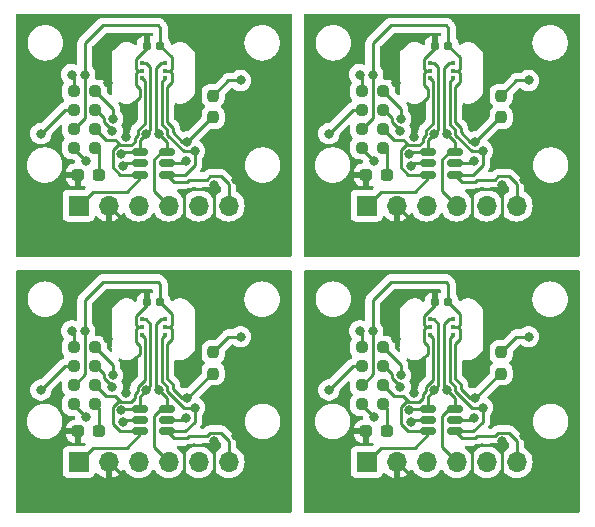
<source format=gbr>
%TF.GenerationSoftware,KiCad,Pcbnew,7.0.2-6a45011f42~172~ubuntu22.04.1*%
%TF.CreationDate,2023-07-04T10:01:32-03:00*%
%TF.ProjectId,TMP117_custom_board_panelize,544d5031-3137-45f6-9375-73746f6d5f62,rev?*%
%TF.SameCoordinates,Original*%
%TF.FileFunction,Copper,L1,Top*%
%TF.FilePolarity,Positive*%
%FSLAX46Y46*%
G04 Gerber Fmt 4.6, Leading zero omitted, Abs format (unit mm)*
G04 Created by KiCad (PCBNEW 7.0.2-6a45011f42~172~ubuntu22.04.1) date 2023-07-04 10:01:32*
%MOMM*%
%LPD*%
G01*
G04 APERTURE LIST*
G04 Aperture macros list*
%AMRoundRect*
0 Rectangle with rounded corners*
0 $1 Rounding radius*
0 $2 $3 $4 $5 $6 $7 $8 $9 X,Y pos of 4 corners*
0 Add a 4 corners polygon primitive as box body*
4,1,4,$2,$3,$4,$5,$6,$7,$8,$9,$2,$3,0*
0 Add four circle primitives for the rounded corners*
1,1,$1+$1,$2,$3*
1,1,$1+$1,$4,$5*
1,1,$1+$1,$6,$7*
1,1,$1+$1,$8,$9*
0 Add four rect primitives between the rounded corners*
20,1,$1+$1,$2,$3,$4,$5,0*
20,1,$1+$1,$4,$5,$6,$7,0*
20,1,$1+$1,$6,$7,$8,$9,0*
20,1,$1+$1,$8,$9,$2,$3,0*%
G04 Aperture macros list end*
%TA.AperFunction,ComponentPad*%
%ADD10R,1.700000X1.700000*%
%TD*%
%TA.AperFunction,ComponentPad*%
%ADD11O,1.700000X1.700000*%
%TD*%
%TA.AperFunction,SMDPad,CuDef*%
%ADD12R,0.449999X0.299999*%
%TD*%
%TA.AperFunction,SMDPad,CuDef*%
%ADD13RoundRect,0.155000X0.212500X0.155000X-0.212500X0.155000X-0.212500X-0.155000X0.212500X-0.155000X0*%
%TD*%
%TA.AperFunction,SMDPad,CuDef*%
%ADD14RoundRect,0.237500X-0.287500X-0.237500X0.287500X-0.237500X0.287500X0.237500X-0.287500X0.237500X0*%
%TD*%
%TA.AperFunction,SMDPad,CuDef*%
%ADD15RoundRect,0.150000X-0.512500X-0.150000X0.512500X-0.150000X0.512500X0.150000X-0.512500X0.150000X0*%
%TD*%
%TA.AperFunction,SMDPad,CuDef*%
%ADD16RoundRect,0.237500X-0.250000X-0.237500X0.250000X-0.237500X0.250000X0.237500X-0.250000X0.237500X0*%
%TD*%
%TA.AperFunction,SMDPad,CuDef*%
%ADD17RoundRect,0.237500X-0.237500X0.250000X-0.237500X-0.250000X0.237500X-0.250000X0.237500X0.250000X0*%
%TD*%
%TA.AperFunction,ViaPad*%
%ADD18C,0.800000*%
%TD*%
%TA.AperFunction,Conductor*%
%ADD19C,0.250000*%
%TD*%
G04 APERTURE END LIST*
D10*
%TO.P,J1,1,Pin_1*%
%TO.N,Board_0-/ALERT*%
X129958000Y-43764000D03*
D11*
%TO.P,J1,2,Pin_2*%
%TO.N,Board_0-GND*%
X132498000Y-43764000D03*
%TO.P,J1,3,Pin_3*%
%TO.N,Board_0-/SCL*%
X135038000Y-43764000D03*
%TO.P,J1,4,Pin_4*%
%TO.N,Board_0-/SDA*%
X137578000Y-43764000D03*
%TO.P,J1,5,Pin_5*%
%TO.N,Board_0-VDD*%
X140118000Y-43764000D03*
%TO.P,J1,6,Pin_6*%
%TO.N,Board_0-/ADDR*%
X142658000Y-43764000D03*
%TD*%
D12*
%TO.P,SENS1,1,SCL*%
%TO.N,Board_0-/SCL*%
X135333001Y-31683999D03*
%TO.P,SENS1,2,GND*%
%TO.N,Board_0-GND*%
X135333001Y-32334000D03*
%TO.P,SENS1,3,ALERT*%
%TO.N,Board_0-/ALERT*%
X135333001Y-32983999D03*
%TO.P,SENS1,4,ADD0*%
%TO.N,Board_0-/ADDR*%
X137282999Y-32983999D03*
%TO.P,SENS1,5,V+*%
%TO.N,Board_0-VDD*%
X137282999Y-32334000D03*
%TO.P,SENS1,6,SDA*%
%TO.N,Board_0-/SDA*%
X137282999Y-31683999D03*
%TD*%
D13*
%TO.P,C1,1*%
%TO.N,Board_1-VDD*%
X161250800Y-30238200D03*
%TO.P,C1,2*%
%TO.N,Board_1-GND*%
X160115800Y-30238200D03*
%TD*%
D14*
%TO.P,D1,1,K*%
%TO.N,Board_1-GND*%
X154298000Y-41168000D03*
%TO.P,D1,2,A*%
%TO.N,Board_1-Net-(D1-A)*%
X156048000Y-41168000D03*
%TD*%
D15*
%TO.P,PROT1,1,I/O1*%
%TO.N,Board_1-/SCL*%
X159554500Y-39245000D03*
%TO.P,PROT1,2,GND*%
%TO.N,Board_1-GND*%
X159554500Y-40195000D03*
%TO.P,PROT1,3,I/O2*%
%TO.N,Board_1-/ALERT*%
X159554500Y-41145000D03*
%TO.P,PROT1,4,I/O3*%
%TO.N,Board_1-/ADDR*%
X161829500Y-41145000D03*
%TO.P,PROT1,5,VBUS*%
%TO.N,Board_1-VDD*%
X161829500Y-40195000D03*
%TO.P,PROT1,6,I/O4*%
%TO.N,Board_1-/SDA*%
X161829500Y-39245000D03*
%TD*%
D16*
%TO.P,R3,1*%
%TO.N,Board_3-Net-(PU1-B)*%
X153912000Y-57372000D03*
%TO.P,R3,2*%
%TO.N,Board_3-/SCL*%
X155737000Y-57372000D03*
%TD*%
D13*
%TO.P,C1,1*%
%TO.N,Board_3-VDD*%
X161250800Y-51942200D03*
%TO.P,C1,2*%
%TO.N,Board_3-GND*%
X160115800Y-51942200D03*
%TD*%
D10*
%TO.P,J1,1,Pin_1*%
%TO.N,Board_1-/ALERT*%
X154342000Y-43764000D03*
D11*
%TO.P,J1,2,Pin_2*%
%TO.N,Board_1-GND*%
X156882000Y-43764000D03*
%TO.P,J1,3,Pin_3*%
%TO.N,Board_1-/SCL*%
X159422000Y-43764000D03*
%TO.P,J1,4,Pin_4*%
%TO.N,Board_1-/SDA*%
X161962000Y-43764000D03*
%TO.P,J1,5,Pin_5*%
%TO.N,Board_1-VDD*%
X164502000Y-43764000D03*
%TO.P,J1,6,Pin_6*%
%TO.N,Board_1-/ADDR*%
X167042000Y-43764000D03*
%TD*%
D12*
%TO.P,SENS1,1,SCL*%
%TO.N,Board_3-/SCL*%
X159717001Y-53387999D03*
%TO.P,SENS1,2,GND*%
%TO.N,Board_3-GND*%
X159717001Y-54038000D03*
%TO.P,SENS1,3,ALERT*%
%TO.N,Board_3-/ALERT*%
X159717001Y-54687999D03*
%TO.P,SENS1,4,ADD0*%
%TO.N,Board_3-/ADDR*%
X161666999Y-54687999D03*
%TO.P,SENS1,5,V+*%
%TO.N,Board_3-VDD*%
X161666999Y-54038000D03*
%TO.P,SENS1,6,SDA*%
%TO.N,Board_3-/SDA*%
X161666999Y-53387999D03*
%TD*%
D16*
%TO.P,R4,1*%
%TO.N,Board_2-Net-(PU1-A)*%
X129528000Y-55772000D03*
%TO.P,R4,2*%
%TO.N,Board_2-/SDA*%
X131353000Y-55772000D03*
%TD*%
D13*
%TO.P,C1,1*%
%TO.N,Board_2-VDD*%
X136866800Y-51942200D03*
%TO.P,C1,2*%
%TO.N,Board_2-GND*%
X135731800Y-51942200D03*
%TD*%
D16*
%TO.P,R2,1*%
%TO.N,Board_3-VDD*%
X153935500Y-58972000D03*
%TO.P,R2,2*%
%TO.N,Board_3-/ALERT*%
X155760500Y-58972000D03*
%TD*%
D17*
%TO.P,R1,1*%
%TO.N,Board_1-Net-(AD2-B)*%
X165721200Y-34454600D03*
%TO.P,R1,2*%
%TO.N,Board_1-VDD*%
X165721200Y-36279600D03*
%TD*%
D12*
%TO.P,SENS1,1,SCL*%
%TO.N,Board_2-/SCL*%
X135333001Y-53387999D03*
%TO.P,SENS1,2,GND*%
%TO.N,Board_2-GND*%
X135333001Y-54038000D03*
%TO.P,SENS1,3,ALERT*%
%TO.N,Board_2-/ALERT*%
X135333001Y-54687999D03*
%TO.P,SENS1,4,ADD0*%
%TO.N,Board_2-/ADDR*%
X137282999Y-54687999D03*
%TO.P,SENS1,5,V+*%
%TO.N,Board_2-VDD*%
X137282999Y-54038000D03*
%TO.P,SENS1,6,SDA*%
%TO.N,Board_2-/SDA*%
X137282999Y-53387999D03*
%TD*%
D16*
%TO.P,R3,1*%
%TO.N,Board_1-Net-(PU1-B)*%
X153912000Y-35668000D03*
%TO.P,R3,2*%
%TO.N,Board_1-/SCL*%
X155737000Y-35668000D03*
%TD*%
D17*
%TO.P,R1,1*%
%TO.N,Board_3-Net-(AD2-B)*%
X165721200Y-56158600D03*
%TO.P,R1,2*%
%TO.N,Board_3-VDD*%
X165721200Y-57983600D03*
%TD*%
D16*
%TO.P,R5,1*%
%TO.N,Board_2-Net-(LED1-A)*%
X129551500Y-60572000D03*
%TO.P,R5,2*%
%TO.N,Board_2-Net-(D1-A)*%
X131376500Y-60572000D03*
%TD*%
D17*
%TO.P,R1,1*%
%TO.N,Board_0-Net-(AD2-B)*%
X141337200Y-34454600D03*
%TO.P,R1,2*%
%TO.N,Board_0-VDD*%
X141337200Y-36279600D03*
%TD*%
D12*
%TO.P,SENS1,1,SCL*%
%TO.N,Board_1-/SCL*%
X159717001Y-31683999D03*
%TO.P,SENS1,2,GND*%
%TO.N,Board_1-GND*%
X159717001Y-32334000D03*
%TO.P,SENS1,3,ALERT*%
%TO.N,Board_1-/ALERT*%
X159717001Y-32983999D03*
%TO.P,SENS1,4,ADD0*%
%TO.N,Board_1-/ADDR*%
X161666999Y-32983999D03*
%TO.P,SENS1,5,V+*%
%TO.N,Board_1-VDD*%
X161666999Y-32334000D03*
%TO.P,SENS1,6,SDA*%
%TO.N,Board_1-/SDA*%
X161666999Y-31683999D03*
%TD*%
D10*
%TO.P,J1,1,Pin_1*%
%TO.N,Board_2-/ALERT*%
X129958000Y-65468000D03*
D11*
%TO.P,J1,2,Pin_2*%
%TO.N,Board_2-GND*%
X132498000Y-65468000D03*
%TO.P,J1,3,Pin_3*%
%TO.N,Board_2-/SCL*%
X135038000Y-65468000D03*
%TO.P,J1,4,Pin_4*%
%TO.N,Board_2-/SDA*%
X137578000Y-65468000D03*
%TO.P,J1,5,Pin_5*%
%TO.N,Board_2-VDD*%
X140118000Y-65468000D03*
%TO.P,J1,6,Pin_6*%
%TO.N,Board_2-/ADDR*%
X142658000Y-65468000D03*
%TD*%
D16*
%TO.P,R4,1*%
%TO.N,Board_3-Net-(PU1-A)*%
X153912000Y-55772000D03*
%TO.P,R4,2*%
%TO.N,Board_3-/SDA*%
X155737000Y-55772000D03*
%TD*%
D17*
%TO.P,R1,1*%
%TO.N,Board_2-Net-(AD2-B)*%
X141337200Y-56158600D03*
%TO.P,R1,2*%
%TO.N,Board_2-VDD*%
X141337200Y-57983600D03*
%TD*%
D16*
%TO.P,R5,1*%
%TO.N,Board_0-Net-(LED1-A)*%
X129551500Y-38868000D03*
%TO.P,R5,2*%
%TO.N,Board_0-Net-(D1-A)*%
X131376500Y-38868000D03*
%TD*%
D14*
%TO.P,D1,1,K*%
%TO.N,Board_3-GND*%
X154298000Y-62872000D03*
%TO.P,D1,2,A*%
%TO.N,Board_3-Net-(D1-A)*%
X156048000Y-62872000D03*
%TD*%
D16*
%TO.P,R2,1*%
%TO.N,Board_0-VDD*%
X129551500Y-37268000D03*
%TO.P,R2,2*%
%TO.N,Board_0-/ALERT*%
X131376500Y-37268000D03*
%TD*%
%TO.P,R4,1*%
%TO.N,Board_1-Net-(PU1-A)*%
X153912000Y-34068000D03*
%TO.P,R4,2*%
%TO.N,Board_1-/SDA*%
X155737000Y-34068000D03*
%TD*%
%TO.P,R5,1*%
%TO.N,Board_3-Net-(LED1-A)*%
X153935500Y-60572000D03*
%TO.P,R5,2*%
%TO.N,Board_3-Net-(D1-A)*%
X155760500Y-60572000D03*
%TD*%
%TO.P,R3,1*%
%TO.N,Board_0-Net-(PU1-B)*%
X129528000Y-35668000D03*
%TO.P,R3,2*%
%TO.N,Board_0-/SCL*%
X131353000Y-35668000D03*
%TD*%
D14*
%TO.P,D1,1,K*%
%TO.N,Board_0-GND*%
X129914000Y-41168000D03*
%TO.P,D1,2,A*%
%TO.N,Board_0-Net-(D1-A)*%
X131664000Y-41168000D03*
%TD*%
D10*
%TO.P,J1,1,Pin_1*%
%TO.N,Board_3-/ALERT*%
X154342000Y-65468000D03*
D11*
%TO.P,J1,2,Pin_2*%
%TO.N,Board_3-GND*%
X156882000Y-65468000D03*
%TO.P,J1,3,Pin_3*%
%TO.N,Board_3-/SCL*%
X159422000Y-65468000D03*
%TO.P,J1,4,Pin_4*%
%TO.N,Board_3-/SDA*%
X161962000Y-65468000D03*
%TO.P,J1,5,Pin_5*%
%TO.N,Board_3-VDD*%
X164502000Y-65468000D03*
%TO.P,J1,6,Pin_6*%
%TO.N,Board_3-/ADDR*%
X167042000Y-65468000D03*
%TD*%
D16*
%TO.P,R4,1*%
%TO.N,Board_0-Net-(PU1-A)*%
X129528000Y-34068000D03*
%TO.P,R4,2*%
%TO.N,Board_0-/SDA*%
X131353000Y-34068000D03*
%TD*%
%TO.P,R2,1*%
%TO.N,Board_2-VDD*%
X129551500Y-58972000D03*
%TO.P,R2,2*%
%TO.N,Board_2-/ALERT*%
X131376500Y-58972000D03*
%TD*%
%TO.P,R3,1*%
%TO.N,Board_2-Net-(PU1-B)*%
X129528000Y-57372000D03*
%TO.P,R3,2*%
%TO.N,Board_2-/SCL*%
X131353000Y-57372000D03*
%TD*%
D15*
%TO.P,PROT1,1,I/O1*%
%TO.N,Board_0-/SCL*%
X135170500Y-39245000D03*
%TO.P,PROT1,2,GND*%
%TO.N,Board_0-GND*%
X135170500Y-40195000D03*
%TO.P,PROT1,3,I/O2*%
%TO.N,Board_0-/ALERT*%
X135170500Y-41145000D03*
%TO.P,PROT1,4,I/O3*%
%TO.N,Board_0-/ADDR*%
X137445500Y-41145000D03*
%TO.P,PROT1,5,VBUS*%
%TO.N,Board_0-VDD*%
X137445500Y-40195000D03*
%TO.P,PROT1,6,I/O4*%
%TO.N,Board_0-/SDA*%
X137445500Y-39245000D03*
%TD*%
D14*
%TO.P,D1,1,K*%
%TO.N,Board_2-GND*%
X129914000Y-62872000D03*
%TO.P,D1,2,A*%
%TO.N,Board_2-Net-(D1-A)*%
X131664000Y-62872000D03*
%TD*%
D13*
%TO.P,C1,1*%
%TO.N,Board_0-VDD*%
X136866800Y-30238200D03*
%TO.P,C1,2*%
%TO.N,Board_0-GND*%
X135731800Y-30238200D03*
%TD*%
D15*
%TO.P,PROT1,1,I/O1*%
%TO.N,Board_3-/SCL*%
X159554500Y-60949000D03*
%TO.P,PROT1,2,GND*%
%TO.N,Board_3-GND*%
X159554500Y-61899000D03*
%TO.P,PROT1,3,I/O2*%
%TO.N,Board_3-/ALERT*%
X159554500Y-62849000D03*
%TO.P,PROT1,4,I/O3*%
%TO.N,Board_3-/ADDR*%
X161829500Y-62849000D03*
%TO.P,PROT1,5,VBUS*%
%TO.N,Board_3-VDD*%
X161829500Y-61899000D03*
%TO.P,PROT1,6,I/O4*%
%TO.N,Board_3-/SDA*%
X161829500Y-60949000D03*
%TD*%
D16*
%TO.P,R5,1*%
%TO.N,Board_1-Net-(LED1-A)*%
X153935500Y-38868000D03*
%TO.P,R5,2*%
%TO.N,Board_1-Net-(D1-A)*%
X155760500Y-38868000D03*
%TD*%
%TO.P,R2,1*%
%TO.N,Board_1-VDD*%
X153935500Y-37268000D03*
%TO.P,R2,2*%
%TO.N,Board_1-/ALERT*%
X155760500Y-37268000D03*
%TD*%
D15*
%TO.P,PROT1,1,I/O1*%
%TO.N,Board_2-/SCL*%
X135170500Y-60949000D03*
%TO.P,PROT1,2,GND*%
%TO.N,Board_2-GND*%
X135170500Y-61899000D03*
%TO.P,PROT1,3,I/O2*%
%TO.N,Board_2-/ALERT*%
X135170500Y-62849000D03*
%TO.P,PROT1,4,I/O3*%
%TO.N,Board_2-/ADDR*%
X137445500Y-62849000D03*
%TO.P,PROT1,5,VBUS*%
%TO.N,Board_2-VDD*%
X137445500Y-61899000D03*
%TO.P,PROT1,6,I/O4*%
%TO.N,Board_2-/SDA*%
X137445500Y-60949000D03*
%TD*%
D18*
%TO.N,Board_3-VDD*%
X154862000Y-54372000D03*
X163435200Y-61721200D03*
X163496575Y-60071725D03*
%TO.N,Board_3-Net-(PU1-B)*%
X151148000Y-59372000D03*
%TO.N,Board_3-Net-(PU1-A)*%
X153748000Y-54372000D03*
%TO.N,Board_3-Net-(LED1-A)*%
X154948000Y-61672000D03*
%TO.N,Board_3-Net-(AD2-B)*%
X168048000Y-54872000D03*
%TO.N,Board_3-GND*%
X156856600Y-55066400D03*
X158380000Y-59647048D03*
X158116650Y-62083650D03*
X163232000Y-67283800D03*
X167677000Y-63270600D03*
X168048000Y-59172000D03*
X164171800Y-57250800D03*
X165767701Y-63727800D03*
%TO.N,Board_3-/SDA*%
X161123800Y-59384400D03*
X157220800Y-58097202D03*
%TO.N,Board_3-/SCL*%
X157959690Y-61096548D03*
X160073769Y-59409829D03*
X157186800Y-59155800D03*
%TO.N,Board_3-/ADDR*%
X164159700Y-60857600D03*
%TO.N,Board_2-VDD*%
X139051200Y-61721200D03*
X130478000Y-54372000D03*
X139112575Y-60071725D03*
%TO.N,Board_2-Net-(PU1-B)*%
X126764000Y-59372000D03*
%TO.N,Board_2-Net-(PU1-A)*%
X129364000Y-54372000D03*
%TO.N,Board_2-Net-(LED1-A)*%
X130564000Y-61672000D03*
%TO.N,Board_2-Net-(AD2-B)*%
X143664000Y-54872000D03*
%TO.N,Board_2-GND*%
X133732650Y-62083650D03*
X143293000Y-63270600D03*
X133996000Y-59647048D03*
X143664000Y-59172000D03*
X132472600Y-55066400D03*
X138848000Y-67283800D03*
X139787800Y-57250800D03*
X141383701Y-63727800D03*
%TO.N,Board_2-/SDA*%
X132836800Y-58097202D03*
X136739800Y-59384400D03*
%TO.N,Board_2-/SCL*%
X133575690Y-61096548D03*
X132802800Y-59155800D03*
X135689769Y-59409829D03*
%TO.N,Board_2-/ADDR*%
X139775700Y-60857600D03*
%TO.N,Board_1-VDD*%
X163496575Y-38367725D03*
X163435200Y-40017200D03*
X154862000Y-32668000D03*
%TO.N,Board_1-Net-(PU1-B)*%
X151148000Y-37668000D03*
%TO.N,Board_1-Net-(PU1-A)*%
X153748000Y-32668000D03*
%TO.N,Board_1-Net-(LED1-A)*%
X154948000Y-39968000D03*
%TO.N,Board_1-Net-(AD2-B)*%
X168048000Y-33168000D03*
%TO.N,Board_1-GND*%
X167677000Y-41566600D03*
X163232000Y-45579800D03*
X158380000Y-37943048D03*
X168048000Y-37468000D03*
X165767701Y-42023800D03*
X158116650Y-40379650D03*
X156856600Y-33362400D03*
X164171800Y-35546800D03*
%TO.N,Board_1-/SDA*%
X157220800Y-36393202D03*
X161123800Y-37680400D03*
%TO.N,Board_1-/SCL*%
X157959690Y-39392548D03*
X160073769Y-37705829D03*
X157186800Y-37451800D03*
%TO.N,Board_1-/ADDR*%
X164159700Y-39153600D03*
%TO.N,Board_0-VDD*%
X139112575Y-38367725D03*
X139051200Y-40017200D03*
X130478000Y-32668000D03*
%TO.N,Board_0-Net-(PU1-B)*%
X126764000Y-37668000D03*
%TO.N,Board_0-Net-(PU1-A)*%
X129364000Y-32668000D03*
%TO.N,Board_0-Net-(LED1-A)*%
X130564000Y-39968000D03*
%TO.N,Board_0-Net-(AD2-B)*%
X143664000Y-33168000D03*
%TO.N,Board_0-GND*%
X143293000Y-41566600D03*
X138848000Y-45579800D03*
X139787800Y-35546800D03*
X141383701Y-42023800D03*
X133732650Y-40379650D03*
X143664000Y-37468000D03*
X132472600Y-33362400D03*
X133996000Y-37943048D03*
%TO.N,Board_0-/SDA*%
X136739800Y-37680400D03*
X132836800Y-36393202D03*
%TO.N,Board_0-/SCL*%
X132802800Y-37451800D03*
X133575690Y-39392548D03*
X135689769Y-37705829D03*
%TO.N,Board_0-/ADDR*%
X139775700Y-39153600D03*
%TD*%
D19*
%TO.N,Board_3-VDD*%
X162298800Y-58897699D02*
X161812000Y-58410899D01*
X163534595Y-60071725D02*
X165622720Y-57983600D01*
X156399400Y-50189600D02*
X161047600Y-50189600D01*
X161250800Y-51942200D02*
X162216998Y-52908398D01*
X162298800Y-59262153D02*
X162298800Y-58897699D01*
X162216998Y-52908398D02*
X162216998Y-53862998D01*
X161812000Y-55442999D02*
X162216998Y-55038001D01*
X161250800Y-50392800D02*
X161250800Y-51942200D01*
X163257400Y-61899000D02*
X163435200Y-61721200D01*
X154862000Y-54372000D02*
X154862000Y-58045500D01*
X163108372Y-60071725D02*
X162298800Y-59262153D01*
X154862000Y-51727000D02*
X156399400Y-50189600D01*
X163496575Y-60071725D02*
X163108372Y-60071725D01*
X161829500Y-61899000D02*
X163257400Y-61899000D01*
X154862000Y-54372000D02*
X154862000Y-51727000D01*
X162216998Y-53862998D02*
X162041996Y-54038000D01*
X162216998Y-55038001D02*
X162216998Y-54213002D01*
X161047600Y-50189600D02*
X161250800Y-50392800D01*
X163496575Y-60071725D02*
X163534595Y-60071725D01*
X162216998Y-54213002D02*
X162041996Y-54038000D01*
X165622720Y-57983600D02*
X165721200Y-57983600D01*
X161812000Y-58410899D02*
X161812000Y-55442999D01*
X162041996Y-54038000D02*
X161666999Y-54038000D01*
X154862000Y-58045500D02*
X153912000Y-58995500D01*
%TO.N,Board_3-Net-(PU1-B)*%
X153148000Y-57372000D02*
X153912000Y-57372000D01*
X151148000Y-59372000D02*
X153148000Y-57372000D01*
%TO.N,Board_3-Net-(PU1-A)*%
X153912000Y-55772000D02*
X153912000Y-54536000D01*
X153912000Y-54536000D02*
X153748000Y-54372000D01*
%TO.N,Board_3-Net-(LED1-A)*%
X153935500Y-60659500D02*
X153935500Y-60572000D01*
X154948000Y-61672000D02*
X153935500Y-60659500D01*
%TO.N,Board_3-Net-(D1-A)*%
X155760500Y-60572000D02*
X156048000Y-60859500D01*
X156048000Y-60859500D02*
X156048000Y-62872000D01*
%TO.N,Board_3-Net-(AD2-B)*%
X167007800Y-54872000D02*
X165721200Y-56158600D01*
X168048000Y-54872000D02*
X167007800Y-54872000D01*
%TO.N,Board_3-GND*%
X159167002Y-53862998D02*
X159167002Y-53086198D01*
X165462901Y-64032600D02*
X163562200Y-64032600D01*
X160115800Y-52137400D02*
X160115800Y-51942200D01*
X159167002Y-55288001D02*
X159167002Y-54213002D01*
X163232000Y-64362800D02*
X163232000Y-67131400D01*
X158116650Y-62083650D02*
X158301300Y-61899000D01*
X159167002Y-53086198D02*
X160115800Y-52137400D01*
X165010000Y-67283800D02*
X163232000Y-67283800D01*
X159717001Y-54038000D02*
X159342004Y-54038000D01*
X159167002Y-54213002D02*
X159342004Y-54038000D01*
X163562200Y-64032600D02*
X163232000Y-64362800D01*
X165767701Y-63727800D02*
X165462901Y-64032600D01*
X159512000Y-55632999D02*
X159167002Y-55288001D01*
X158301300Y-61899000D02*
X159554500Y-61899000D01*
X162749400Y-67614000D02*
X159028000Y-67614000D01*
X163232000Y-67131400D02*
X162749400Y-67614000D01*
X159342004Y-54038000D02*
X159167002Y-53862998D01*
X159512000Y-56297200D02*
X159512000Y-55632999D01*
X159028000Y-67614000D02*
X156882000Y-65468000D01*
X158380000Y-57429200D02*
X159512000Y-56297200D01*
X158380000Y-59647048D02*
X158380000Y-57429200D01*
X165767701Y-63727800D02*
X165767701Y-66526099D01*
X165767701Y-66526099D02*
X165010000Y-67283800D01*
%TO.N,Board_3-/SDA*%
X161342001Y-53387999D02*
X161666999Y-53387999D01*
X160912000Y-59172600D02*
X160912000Y-53818000D01*
X157220800Y-58097202D02*
X157220800Y-57255800D01*
X157220800Y-57255800D02*
X155737000Y-55772000D01*
X161829500Y-60949000D02*
X161337200Y-60949000D01*
X160912000Y-53818000D02*
X161342001Y-53387999D01*
X161123800Y-59384400D02*
X160912000Y-59172600D01*
X161829500Y-60090100D02*
X161123800Y-59384400D01*
X160692000Y-64198000D02*
X161962000Y-65468000D01*
X161337200Y-60949000D02*
X160692000Y-61594200D01*
X161829500Y-60949000D02*
X161829500Y-60090100D01*
X160692000Y-61594200D02*
X160692000Y-64198000D01*
%TO.N,Board_3-/SCL*%
X157186800Y-59155800D02*
X157186800Y-58822202D01*
X155848000Y-57372000D02*
X155737000Y-57372000D01*
X159554500Y-60949000D02*
X159554500Y-59929098D01*
X160412000Y-59071598D02*
X160412000Y-53758000D01*
X160412000Y-53758000D02*
X160041999Y-53387999D01*
X156920495Y-58822202D02*
X156495800Y-58397507D01*
X156495800Y-58397507D02*
X156495800Y-58019800D01*
X159554500Y-59929098D02*
X160073769Y-59409829D01*
X160041999Y-53387999D02*
X159717001Y-53387999D01*
X160073769Y-59409829D02*
X160412000Y-59071598D01*
X157186800Y-58822202D02*
X156920495Y-58822202D01*
X156495800Y-58019800D02*
X155848000Y-57372000D01*
X157959690Y-61096548D02*
X158107238Y-60949000D01*
X158107238Y-60949000D02*
X159554500Y-60949000D01*
%TO.N,Board_3-/ALERT*%
X155760500Y-58972000D02*
X156669300Y-59880800D01*
X157234690Y-60796243D02*
X157234690Y-62226290D01*
X158812400Y-60375000D02*
X159104500Y-60082900D01*
X157857400Y-62849000D02*
X159554500Y-62849000D01*
X159554500Y-62849000D02*
X159554500Y-63138100D01*
X159554500Y-63138100D02*
X158406000Y-64286600D01*
X159962000Y-58496293D02*
X159962000Y-54932998D01*
X155523400Y-64286600D02*
X154342000Y-65468000D01*
X159348769Y-59498433D02*
X159348769Y-59109524D01*
X158808948Y-60371548D02*
X158812400Y-60375000D01*
X157919948Y-60371548D02*
X158808948Y-60371548D01*
X159104500Y-59742702D02*
X159348769Y-59498433D01*
X157429200Y-59880800D02*
X157919948Y-60371548D01*
X159348769Y-59109524D02*
X159962000Y-58496293D01*
X156669300Y-59880800D02*
X157429200Y-59880800D01*
X158406000Y-64286600D02*
X155523400Y-64286600D01*
X157234690Y-62226290D02*
X157857400Y-62849000D01*
X157659385Y-60371548D02*
X157234690Y-60796243D01*
X159104500Y-60082900D02*
X159104500Y-59742702D01*
X157919948Y-60371548D02*
X157659385Y-60371548D01*
X159962000Y-54932998D02*
X159717001Y-54687999D01*
%TO.N,Board_3-/ADDR*%
X167042000Y-63660905D02*
X166383895Y-63002800D01*
X163484604Y-63473800D02*
X162454300Y-63473800D01*
X161848800Y-59448549D02*
X163257851Y-60857600D01*
X163680604Y-63277800D02*
X163484604Y-63473800D01*
X164159700Y-62063500D02*
X163374200Y-62849000D01*
X161666999Y-54687999D02*
X161362000Y-54992998D01*
X162454300Y-63473800D02*
X161829500Y-62849000D01*
X161848800Y-59084095D02*
X161848800Y-59448549D01*
X165467396Y-63002800D02*
X165192396Y-63277800D01*
X161362000Y-58597295D02*
X161848800Y-59084095D01*
X163257851Y-60857600D02*
X164159700Y-60857600D01*
X166383895Y-63002800D02*
X165467396Y-63002800D01*
X167042000Y-65468000D02*
X167042000Y-63660905D01*
X165192396Y-63277800D02*
X163680604Y-63277800D01*
X164159700Y-60857600D02*
X164159700Y-62063500D01*
X163374200Y-62849000D02*
X161829500Y-62849000D01*
X161362000Y-54992998D02*
X161362000Y-58597295D01*
%TO.N,Board_2-VDD*%
X137657996Y-54038000D02*
X137282999Y-54038000D01*
X139112575Y-60071725D02*
X138724372Y-60071725D01*
X136663600Y-50189600D02*
X136866800Y-50392800D01*
X130478000Y-51727000D02*
X132015400Y-50189600D01*
X137832998Y-52908398D02*
X137832998Y-53862998D01*
X137914800Y-58897699D02*
X137428000Y-58410899D01*
X130478000Y-58045500D02*
X129528000Y-58995500D01*
X136866800Y-50392800D02*
X136866800Y-51942200D01*
X137832998Y-55038001D02*
X137832998Y-54213002D01*
X137428000Y-58410899D02*
X137428000Y-55442999D01*
X139112575Y-60071725D02*
X139150595Y-60071725D01*
X141238720Y-57983600D02*
X141337200Y-57983600D01*
X138724372Y-60071725D02*
X137914800Y-59262153D01*
X136866800Y-51942200D02*
X137832998Y-52908398D01*
X132015400Y-50189600D02*
X136663600Y-50189600D01*
X138873400Y-61899000D02*
X139051200Y-61721200D01*
X130478000Y-54372000D02*
X130478000Y-58045500D01*
X137832998Y-54213002D02*
X137657996Y-54038000D01*
X137445500Y-61899000D02*
X138873400Y-61899000D01*
X137914800Y-59262153D02*
X137914800Y-58897699D01*
X130478000Y-54372000D02*
X130478000Y-51727000D01*
X139150595Y-60071725D02*
X141238720Y-57983600D01*
X137428000Y-55442999D02*
X137832998Y-55038001D01*
X137832998Y-53862998D02*
X137657996Y-54038000D01*
%TO.N,Board_2-Net-(PU1-B)*%
X126764000Y-59372000D02*
X128764000Y-57372000D01*
X128764000Y-57372000D02*
X129528000Y-57372000D01*
%TO.N,Board_2-Net-(PU1-A)*%
X129528000Y-55772000D02*
X129528000Y-54536000D01*
X129528000Y-54536000D02*
X129364000Y-54372000D01*
%TO.N,Board_2-Net-(LED1-A)*%
X130564000Y-61672000D02*
X129551500Y-60659500D01*
X129551500Y-60659500D02*
X129551500Y-60572000D01*
%TO.N,Board_2-Net-(D1-A)*%
X131376500Y-60572000D02*
X131664000Y-60859500D01*
X131664000Y-60859500D02*
X131664000Y-62872000D01*
%TO.N,Board_2-Net-(AD2-B)*%
X143664000Y-54872000D02*
X142623800Y-54872000D01*
X142623800Y-54872000D02*
X141337200Y-56158600D01*
%TO.N,Board_2-GND*%
X138848000Y-67131400D02*
X138365400Y-67614000D01*
X134783002Y-53086198D02*
X135731800Y-52137400D01*
X135731800Y-52137400D02*
X135731800Y-51942200D01*
X134783002Y-54213002D02*
X134958004Y-54038000D01*
X134958004Y-54038000D02*
X134783002Y-53862998D01*
X141383701Y-66526099D02*
X140626000Y-67283800D01*
X134644000Y-67614000D02*
X132498000Y-65468000D01*
X133996000Y-59647048D02*
X133996000Y-57429200D01*
X133996000Y-57429200D02*
X135128000Y-56297200D01*
X141383701Y-63727800D02*
X141078901Y-64032600D01*
X141383701Y-63727800D02*
X141383701Y-66526099D01*
X138365400Y-67614000D02*
X134644000Y-67614000D01*
X133917300Y-61899000D02*
X135170500Y-61899000D01*
X141078901Y-64032600D02*
X139178200Y-64032600D01*
X135128000Y-56297200D02*
X135128000Y-55632999D01*
X134783002Y-55288001D02*
X134783002Y-54213002D01*
X139178200Y-64032600D02*
X138848000Y-64362800D01*
X133732650Y-62083650D02*
X133917300Y-61899000D01*
X138848000Y-64362800D02*
X138848000Y-67131400D01*
X140626000Y-67283800D02*
X138848000Y-67283800D01*
X135333001Y-54038000D02*
X134958004Y-54038000D01*
X134783002Y-53862998D02*
X134783002Y-53086198D01*
X135128000Y-55632999D02*
X134783002Y-55288001D01*
%TO.N,Board_2-/SDA*%
X137445500Y-60949000D02*
X136953200Y-60949000D01*
X136739800Y-59384400D02*
X136528000Y-59172600D01*
X136953200Y-60949000D02*
X136308000Y-61594200D01*
X132836800Y-57255800D02*
X131353000Y-55772000D01*
X136308000Y-64198000D02*
X137578000Y-65468000D01*
X136528000Y-59172600D02*
X136528000Y-53818000D01*
X137445500Y-60090100D02*
X136739800Y-59384400D01*
X136958001Y-53387999D02*
X137282999Y-53387999D01*
X137445500Y-60949000D02*
X137445500Y-60090100D01*
X136528000Y-53818000D02*
X136958001Y-53387999D01*
X132836800Y-58097202D02*
X132836800Y-57255800D01*
X136308000Y-61594200D02*
X136308000Y-64198000D01*
%TO.N,Board_2-/SCL*%
X135170500Y-60949000D02*
X135170500Y-59929098D01*
X132111800Y-58019800D02*
X131464000Y-57372000D01*
X133723238Y-60949000D02*
X135170500Y-60949000D01*
X132802800Y-59155800D02*
X132802800Y-58822202D01*
X135689769Y-59409829D02*
X136028000Y-59071598D01*
X132536495Y-58822202D02*
X132111800Y-58397507D01*
X131464000Y-57372000D02*
X131353000Y-57372000D01*
X136028000Y-53758000D02*
X135657999Y-53387999D01*
X132111800Y-58397507D02*
X132111800Y-58019800D01*
X135170500Y-59929098D02*
X135689769Y-59409829D01*
X136028000Y-59071598D02*
X136028000Y-53758000D01*
X135657999Y-53387999D02*
X135333001Y-53387999D01*
X133575690Y-61096548D02*
X133723238Y-60949000D01*
X132802800Y-58822202D02*
X132536495Y-58822202D01*
%TO.N,Board_2-/ALERT*%
X134964769Y-59109524D02*
X135578000Y-58496293D01*
X132850690Y-60796243D02*
X132850690Y-62226290D01*
X134964769Y-59498433D02*
X134964769Y-59109524D01*
X135578000Y-58496293D02*
X135578000Y-54932998D01*
X132285300Y-59880800D02*
X133045200Y-59880800D01*
X133535948Y-60371548D02*
X134424948Y-60371548D01*
X134428400Y-60375000D02*
X134720500Y-60082900D01*
X134720500Y-60082900D02*
X134720500Y-59742702D01*
X134720500Y-59742702D02*
X134964769Y-59498433D01*
X135170500Y-62849000D02*
X135170500Y-63138100D01*
X133473400Y-62849000D02*
X135170500Y-62849000D01*
X132850690Y-62226290D02*
X133473400Y-62849000D01*
X135170500Y-63138100D02*
X134022000Y-64286600D01*
X133275385Y-60371548D02*
X132850690Y-60796243D01*
X134424948Y-60371548D02*
X134428400Y-60375000D01*
X131139400Y-64286600D02*
X129958000Y-65468000D01*
X133045200Y-59880800D02*
X133535948Y-60371548D01*
X133535948Y-60371548D02*
X133275385Y-60371548D01*
X134022000Y-64286600D02*
X131139400Y-64286600D01*
X135578000Y-54932998D02*
X135333001Y-54687999D01*
X131376500Y-58972000D02*
X132285300Y-59880800D01*
%TO.N,Board_2-/ADDR*%
X136978000Y-54992998D02*
X136978000Y-58597295D01*
X138873851Y-60857600D02*
X139775700Y-60857600D01*
X140808396Y-63277800D02*
X139296604Y-63277800D01*
X137464800Y-59084095D02*
X137464800Y-59448549D01*
X139775700Y-62063500D02*
X138990200Y-62849000D01*
X137464800Y-59448549D02*
X138873851Y-60857600D01*
X142658000Y-63660905D02*
X141999895Y-63002800D01*
X138990200Y-62849000D02*
X137445500Y-62849000D01*
X138070300Y-63473800D02*
X137445500Y-62849000D01*
X141083396Y-63002800D02*
X140808396Y-63277800D01*
X142658000Y-65468000D02*
X142658000Y-63660905D01*
X139775700Y-60857600D02*
X139775700Y-62063500D01*
X136978000Y-58597295D02*
X137464800Y-59084095D01*
X139100604Y-63473800D02*
X138070300Y-63473800D01*
X139296604Y-63277800D02*
X139100604Y-63473800D01*
X141999895Y-63002800D02*
X141083396Y-63002800D01*
X137282999Y-54687999D02*
X136978000Y-54992998D01*
%TO.N,Board_1-VDD*%
X161047600Y-28485600D02*
X161250800Y-28688800D01*
X161812000Y-33738999D02*
X162216998Y-33334001D01*
X161829500Y-40195000D02*
X163257400Y-40195000D01*
X154862000Y-32668000D02*
X154862000Y-36341500D01*
X154862000Y-30023000D02*
X156399400Y-28485600D01*
X163496575Y-38367725D02*
X163108372Y-38367725D01*
X162298800Y-37558153D02*
X162298800Y-37193699D01*
X165622720Y-36279600D02*
X165721200Y-36279600D01*
X162298800Y-37193699D02*
X161812000Y-36706899D01*
X162216998Y-31204398D02*
X162216998Y-32158998D01*
X161250800Y-28688800D02*
X161250800Y-30238200D01*
X162216998Y-32158998D02*
X162041996Y-32334000D01*
X161812000Y-36706899D02*
X161812000Y-33738999D01*
X154862000Y-32668000D02*
X154862000Y-30023000D01*
X161250800Y-30238200D02*
X162216998Y-31204398D01*
X162216998Y-32509002D02*
X162041996Y-32334000D01*
X162041996Y-32334000D02*
X161666999Y-32334000D01*
X163496575Y-38367725D02*
X163534595Y-38367725D01*
X163257400Y-40195000D02*
X163435200Y-40017200D01*
X154862000Y-36341500D02*
X153912000Y-37291500D01*
X162216998Y-33334001D02*
X162216998Y-32509002D01*
X156399400Y-28485600D02*
X161047600Y-28485600D01*
X163534595Y-38367725D02*
X165622720Y-36279600D01*
X163108372Y-38367725D02*
X162298800Y-37558153D01*
%TO.N,Board_1-Net-(PU1-B)*%
X153148000Y-35668000D02*
X153912000Y-35668000D01*
X151148000Y-37668000D02*
X153148000Y-35668000D01*
%TO.N,Board_1-Net-(PU1-A)*%
X153912000Y-32832000D02*
X153748000Y-32668000D01*
X153912000Y-34068000D02*
X153912000Y-32832000D01*
%TO.N,Board_1-Net-(LED1-A)*%
X154948000Y-39968000D02*
X153935500Y-38955500D01*
X153935500Y-38955500D02*
X153935500Y-38868000D01*
%TO.N,Board_1-Net-(D1-A)*%
X156048000Y-39155500D02*
X156048000Y-41168000D01*
X155760500Y-38868000D02*
X156048000Y-39155500D01*
%TO.N,Board_1-Net-(AD2-B)*%
X167007800Y-33168000D02*
X165721200Y-34454600D01*
X168048000Y-33168000D02*
X167007800Y-33168000D01*
%TO.N,Board_1-GND*%
X163562200Y-42328600D02*
X163232000Y-42658800D01*
X162749400Y-45910000D02*
X159028000Y-45910000D01*
X165767701Y-44822099D02*
X165010000Y-45579800D01*
X158301300Y-40195000D02*
X159554500Y-40195000D01*
X160115800Y-30433400D02*
X160115800Y-30238200D01*
X165767701Y-42023800D02*
X165462901Y-42328600D01*
X159512000Y-33928999D02*
X159167002Y-33584001D01*
X159717001Y-32334000D02*
X159342004Y-32334000D01*
X159028000Y-45910000D02*
X156882000Y-43764000D01*
X158380000Y-37943048D02*
X158380000Y-35725200D01*
X158380000Y-35725200D02*
X159512000Y-34593200D01*
X163232000Y-42658800D02*
X163232000Y-45427400D01*
X158116650Y-40379650D02*
X158301300Y-40195000D01*
X165767701Y-42023800D02*
X165767701Y-44822099D01*
X159342004Y-32334000D02*
X159167002Y-32158998D01*
X165462901Y-42328600D02*
X163562200Y-42328600D01*
X159167002Y-32509002D02*
X159342004Y-32334000D01*
X159512000Y-34593200D02*
X159512000Y-33928999D01*
X159167002Y-33584001D02*
X159167002Y-32509002D01*
X159167002Y-32158998D02*
X159167002Y-31382198D01*
X163232000Y-45427400D02*
X162749400Y-45910000D01*
X165010000Y-45579800D02*
X163232000Y-45579800D01*
X159167002Y-31382198D02*
X160115800Y-30433400D01*
%TO.N,Board_1-/SDA*%
X161829500Y-38386100D02*
X161123800Y-37680400D01*
X161829500Y-39245000D02*
X161337200Y-39245000D01*
X160692000Y-42494000D02*
X161962000Y-43764000D01*
X160912000Y-37468600D02*
X160912000Y-32114000D01*
X161337200Y-39245000D02*
X160692000Y-39890200D01*
X160912000Y-32114000D02*
X161342001Y-31683999D01*
X160692000Y-39890200D02*
X160692000Y-42494000D01*
X161123800Y-37680400D02*
X160912000Y-37468600D01*
X161342001Y-31683999D02*
X161666999Y-31683999D01*
X157220800Y-35551800D02*
X155737000Y-34068000D01*
X161829500Y-39245000D02*
X161829500Y-38386100D01*
X157220800Y-36393202D02*
X157220800Y-35551800D01*
%TO.N,Board_1-/SCL*%
X160041999Y-31683999D02*
X159717001Y-31683999D01*
X159554500Y-38225098D02*
X160073769Y-37705829D01*
X158107238Y-39245000D02*
X159554500Y-39245000D01*
X159554500Y-39245000D02*
X159554500Y-38225098D01*
X156495800Y-36693507D02*
X156495800Y-36315800D01*
X157186800Y-37118202D02*
X156920495Y-37118202D01*
X156495800Y-36315800D02*
X155848000Y-35668000D01*
X156920495Y-37118202D02*
X156495800Y-36693507D01*
X160073769Y-37705829D02*
X160412000Y-37367598D01*
X157959690Y-39392548D02*
X158107238Y-39245000D01*
X160412000Y-37367598D02*
X160412000Y-32054000D01*
X157186800Y-37451800D02*
X157186800Y-37118202D01*
X160412000Y-32054000D02*
X160041999Y-31683999D01*
X155848000Y-35668000D02*
X155737000Y-35668000D01*
%TO.N,Board_1-/ALERT*%
X159962000Y-36792293D02*
X159962000Y-33228998D01*
X157919948Y-38667548D02*
X157659385Y-38667548D01*
X155760500Y-37268000D02*
X156669300Y-38176800D01*
X159104500Y-38378900D02*
X159104500Y-38038702D01*
X158812400Y-38671000D02*
X159104500Y-38378900D01*
X157919948Y-38667548D02*
X158808948Y-38667548D01*
X158406000Y-42582600D02*
X155523400Y-42582600D01*
X158808948Y-38667548D02*
X158812400Y-38671000D01*
X157857400Y-41145000D02*
X159554500Y-41145000D01*
X159348769Y-37405524D02*
X159962000Y-36792293D01*
X159348769Y-37794433D02*
X159348769Y-37405524D01*
X159554500Y-41434100D02*
X158406000Y-42582600D01*
X156669300Y-38176800D02*
X157429200Y-38176800D01*
X155523400Y-42582600D02*
X154342000Y-43764000D01*
X159104500Y-38038702D02*
X159348769Y-37794433D01*
X157234690Y-39092243D02*
X157234690Y-40522290D01*
X157234690Y-40522290D02*
X157857400Y-41145000D01*
X159962000Y-33228998D02*
X159717001Y-32983999D01*
X157659385Y-38667548D02*
X157234690Y-39092243D01*
X157429200Y-38176800D02*
X157919948Y-38667548D01*
X159554500Y-41145000D02*
X159554500Y-41434100D01*
%TO.N,Board_1-/ADDR*%
X163257851Y-39153600D02*
X164159700Y-39153600D01*
X161848800Y-37380095D02*
X161848800Y-37744549D01*
X165467396Y-41298800D02*
X165192396Y-41573800D01*
X164159700Y-40359500D02*
X163374200Y-41145000D01*
X161666999Y-32983999D02*
X161362000Y-33288998D01*
X162454300Y-41769800D02*
X161829500Y-41145000D01*
X163484604Y-41769800D02*
X162454300Y-41769800D01*
X161848800Y-37744549D02*
X163257851Y-39153600D01*
X161362000Y-33288998D02*
X161362000Y-36893295D01*
X166383895Y-41298800D02*
X165467396Y-41298800D01*
X164159700Y-39153600D02*
X164159700Y-40359500D01*
X161362000Y-36893295D02*
X161848800Y-37380095D01*
X167042000Y-41956905D02*
X166383895Y-41298800D01*
X163680604Y-41573800D02*
X163484604Y-41769800D01*
X165192396Y-41573800D02*
X163680604Y-41573800D01*
X167042000Y-43764000D02*
X167042000Y-41956905D01*
X163374200Y-41145000D02*
X161829500Y-41145000D01*
%TO.N,Board_0-VDD*%
X139112575Y-38367725D02*
X139150595Y-38367725D01*
X138724372Y-38367725D02*
X137914800Y-37558153D01*
X137428000Y-36706899D02*
X137428000Y-33738999D01*
X136663600Y-28485600D02*
X136866800Y-28688800D01*
X137832998Y-32158998D02*
X137657996Y-32334000D01*
X139150595Y-38367725D02*
X141238720Y-36279600D01*
X130478000Y-30023000D02*
X132015400Y-28485600D01*
X132015400Y-28485600D02*
X136663600Y-28485600D01*
X130478000Y-32668000D02*
X130478000Y-36341500D01*
X137914800Y-37193699D02*
X137428000Y-36706899D01*
X136866800Y-28688800D02*
X136866800Y-30238200D01*
X137914800Y-37558153D02*
X137914800Y-37193699D01*
X137428000Y-33738999D02*
X137832998Y-33334001D01*
X137657996Y-32334000D02*
X137282999Y-32334000D01*
X136866800Y-30238200D02*
X137832998Y-31204398D01*
X130478000Y-32668000D02*
X130478000Y-30023000D01*
X137445500Y-40195000D02*
X138873400Y-40195000D01*
X139112575Y-38367725D02*
X138724372Y-38367725D01*
X138873400Y-40195000D02*
X139051200Y-40017200D01*
X130478000Y-36341500D02*
X129528000Y-37291500D01*
X141238720Y-36279600D02*
X141337200Y-36279600D01*
X137832998Y-33334001D02*
X137832998Y-32509002D01*
X137832998Y-31204398D02*
X137832998Y-32158998D01*
X137832998Y-32509002D02*
X137657996Y-32334000D01*
%TO.N,Board_0-Net-(PU1-B)*%
X128764000Y-35668000D02*
X129528000Y-35668000D01*
X126764000Y-37668000D02*
X128764000Y-35668000D01*
%TO.N,Board_0-Net-(PU1-A)*%
X129528000Y-34068000D02*
X129528000Y-32832000D01*
X129528000Y-32832000D02*
X129364000Y-32668000D01*
%TO.N,Board_0-Net-(LED1-A)*%
X130564000Y-39968000D02*
X129551500Y-38955500D01*
X129551500Y-38955500D02*
X129551500Y-38868000D01*
%TO.N,Board_0-Net-(D1-A)*%
X131376500Y-38868000D02*
X131664000Y-39155500D01*
X131664000Y-39155500D02*
X131664000Y-41168000D01*
%TO.N,Board_0-Net-(AD2-B)*%
X142623800Y-33168000D02*
X141337200Y-34454600D01*
X143664000Y-33168000D02*
X142623800Y-33168000D01*
%TO.N,Board_0-GND*%
X133996000Y-37943048D02*
X133996000Y-35725200D01*
X135333001Y-32334000D02*
X134958004Y-32334000D01*
X138848000Y-42658800D02*
X138848000Y-45427400D01*
X134783002Y-32509002D02*
X134958004Y-32334000D01*
X134958004Y-32334000D02*
X134783002Y-32158998D01*
X138848000Y-45427400D02*
X138365400Y-45910000D01*
X139178200Y-42328600D02*
X138848000Y-42658800D01*
X141383701Y-42023800D02*
X141078901Y-42328600D01*
X133917300Y-40195000D02*
X135170500Y-40195000D01*
X134783002Y-31382198D02*
X135731800Y-30433400D01*
X140626000Y-45579800D02*
X138848000Y-45579800D01*
X135731800Y-30433400D02*
X135731800Y-30238200D01*
X141383701Y-44822099D02*
X140626000Y-45579800D01*
X134783002Y-33584001D02*
X134783002Y-32509002D01*
X135128000Y-33928999D02*
X134783002Y-33584001D01*
X135128000Y-34593200D02*
X135128000Y-33928999D01*
X141383701Y-42023800D02*
X141383701Y-44822099D01*
X134783002Y-32158998D02*
X134783002Y-31382198D01*
X133732650Y-40379650D02*
X133917300Y-40195000D01*
X134644000Y-45910000D02*
X132498000Y-43764000D01*
X133996000Y-35725200D02*
X135128000Y-34593200D01*
X138365400Y-45910000D02*
X134644000Y-45910000D01*
X141078901Y-42328600D02*
X139178200Y-42328600D01*
%TO.N,Board_0-/SDA*%
X136739800Y-37680400D02*
X136528000Y-37468600D01*
X132836800Y-36393202D02*
X132836800Y-35551800D01*
X132836800Y-35551800D02*
X131353000Y-34068000D01*
X137445500Y-38386100D02*
X136739800Y-37680400D01*
X137445500Y-39245000D02*
X136953200Y-39245000D01*
X136953200Y-39245000D02*
X136308000Y-39890200D01*
X136528000Y-37468600D02*
X136528000Y-32114000D01*
X136958001Y-31683999D02*
X137282999Y-31683999D01*
X136528000Y-32114000D02*
X136958001Y-31683999D01*
X137445500Y-39245000D02*
X137445500Y-38386100D01*
X136308000Y-42494000D02*
X137578000Y-43764000D01*
X136308000Y-39890200D02*
X136308000Y-42494000D01*
%TO.N,Board_0-/SCL*%
X135689769Y-37705829D02*
X136028000Y-37367598D01*
X136028000Y-32054000D02*
X135657999Y-31683999D01*
X135657999Y-31683999D02*
X135333001Y-31683999D01*
X133575690Y-39392548D02*
X133723238Y-39245000D01*
X136028000Y-37367598D02*
X136028000Y-32054000D01*
X133723238Y-39245000D02*
X135170500Y-39245000D01*
X131464000Y-35668000D02*
X131353000Y-35668000D01*
X135170500Y-38225098D02*
X135689769Y-37705829D01*
X132536495Y-37118202D02*
X132111800Y-36693507D01*
X132111800Y-36315800D02*
X131464000Y-35668000D01*
X132111800Y-36693507D02*
X132111800Y-36315800D01*
X132802800Y-37451800D02*
X132802800Y-37118202D01*
X132802800Y-37118202D02*
X132536495Y-37118202D01*
X135170500Y-39245000D02*
X135170500Y-38225098D01*
%TO.N,Board_0-/ALERT*%
X134964769Y-37405524D02*
X135578000Y-36792293D01*
X135578000Y-36792293D02*
X135578000Y-33228998D01*
X133535948Y-38667548D02*
X133275385Y-38667548D01*
X134022000Y-42582600D02*
X131139400Y-42582600D01*
X134720500Y-38378900D02*
X134720500Y-38038702D01*
X134428400Y-38671000D02*
X134720500Y-38378900D01*
X133275385Y-38667548D02*
X132850690Y-39092243D01*
X132850690Y-40522290D02*
X133473400Y-41145000D01*
X133535948Y-38667548D02*
X134424948Y-38667548D01*
X135170500Y-41434100D02*
X134022000Y-42582600D01*
X131376500Y-37268000D02*
X132285300Y-38176800D01*
X134720500Y-38038702D02*
X134964769Y-37794433D01*
X132850690Y-39092243D02*
X132850690Y-40522290D01*
X131139400Y-42582600D02*
X129958000Y-43764000D01*
X134424948Y-38667548D02*
X134428400Y-38671000D01*
X133045200Y-38176800D02*
X133535948Y-38667548D01*
X132285300Y-38176800D02*
X133045200Y-38176800D01*
X135578000Y-33228998D02*
X135333001Y-32983999D01*
X135170500Y-41145000D02*
X135170500Y-41434100D01*
X133473400Y-41145000D02*
X135170500Y-41145000D01*
X134964769Y-37794433D02*
X134964769Y-37405524D01*
%TO.N,Board_0-/ADDR*%
X137464800Y-37380095D02*
X137464800Y-37744549D01*
X138873851Y-39153600D02*
X139775700Y-39153600D01*
X141999895Y-41298800D02*
X141083396Y-41298800D01*
X137464800Y-37744549D02*
X138873851Y-39153600D01*
X139775700Y-39153600D02*
X139775700Y-40359500D01*
X136978000Y-33288998D02*
X136978000Y-36893295D01*
X141083396Y-41298800D02*
X140808396Y-41573800D01*
X139296604Y-41573800D02*
X139100604Y-41769800D01*
X142658000Y-41956905D02*
X141999895Y-41298800D01*
X138070300Y-41769800D02*
X137445500Y-41145000D01*
X139775700Y-40359500D02*
X138990200Y-41145000D01*
X142658000Y-43764000D02*
X142658000Y-41956905D01*
X138990200Y-41145000D02*
X137445500Y-41145000D01*
X140808396Y-41573800D02*
X139296604Y-41573800D01*
X137282999Y-32983999D02*
X136978000Y-33288998D01*
X136978000Y-36893295D02*
X137464800Y-37380095D01*
X139100604Y-41769800D02*
X138070300Y-41769800D01*
%TD*%
%TA.AperFunction,Conductor*%
%TO.N,Board_3-GND*%
G36*
X164248772Y-63922985D02*
G01*
X164294527Y-63975789D01*
X164304471Y-64044947D01*
X164275446Y-64108503D01*
X164216668Y-64146277D01*
X164213826Y-64147075D01*
X164038336Y-64194097D01*
X163824170Y-64293965D01*
X163630598Y-64429505D01*
X163463505Y-64596598D01*
X163333575Y-64782159D01*
X163278998Y-64825784D01*
X163209500Y-64832978D01*
X163147145Y-64801455D01*
X163130425Y-64782159D01*
X163000494Y-64596598D01*
X162833404Y-64429508D01*
X162833404Y-64429507D01*
X162833401Y-64429505D01*
X162683971Y-64324873D01*
X162640349Y-64270298D01*
X162633156Y-64200799D01*
X162664678Y-64138445D01*
X162724908Y-64103031D01*
X162755097Y-64099300D01*
X163401860Y-64099300D01*
X163422366Y-64101564D01*
X163425269Y-64101472D01*
X163425271Y-64101473D01*
X163492476Y-64099361D01*
X163496372Y-64099300D01*
X163520052Y-64099300D01*
X163523954Y-64099300D01*
X163527917Y-64098799D01*
X163539566Y-64097880D01*
X163583231Y-64096509D01*
X163602463Y-64090920D01*
X163621522Y-64086974D01*
X163627800Y-64086181D01*
X163641396Y-64084464D01*
X163682011Y-64068382D01*
X163693048Y-64064603D01*
X163734994Y-64052418D01*
X163752233Y-64042222D01*
X163769706Y-64033662D01*
X163788336Y-64026286D01*
X163823668Y-64000614D01*
X163833434Y-63994200D01*
X163864566Y-63975789D01*
X163871024Y-63971970D01*
X163885189Y-63957804D01*
X163899978Y-63945172D01*
X163916191Y-63933394D01*
X163916191Y-63933393D01*
X163925021Y-63926979D01*
X163990829Y-63903502D01*
X163997902Y-63903300D01*
X164181733Y-63903300D01*
X164248772Y-63922985D01*
G37*
%TD.AperFunction*%
%TA.AperFunction,Conductor*%
G36*
X166140482Y-63647985D02*
G01*
X166161124Y-63664619D01*
X166380181Y-63883676D01*
X166413666Y-63944999D01*
X166416500Y-63971357D01*
X166416500Y-64192773D01*
X166396815Y-64259812D01*
X166363624Y-64294348D01*
X166170595Y-64429508D01*
X166003505Y-64596598D01*
X165873575Y-64782159D01*
X165818998Y-64825784D01*
X165749500Y-64832978D01*
X165687145Y-64801455D01*
X165670425Y-64782159D01*
X165540494Y-64596598D01*
X165373404Y-64429508D01*
X165373401Y-64429505D01*
X165179830Y-64293965D01*
X164965663Y-64194097D01*
X164831662Y-64158192D01*
X164790173Y-64147075D01*
X164730512Y-64110710D01*
X164699983Y-64047863D01*
X164708278Y-63978488D01*
X164752763Y-63924610D01*
X164819315Y-63903335D01*
X164822266Y-63903300D01*
X165109652Y-63903300D01*
X165130158Y-63905564D01*
X165133061Y-63905472D01*
X165133063Y-63905473D01*
X165200268Y-63903361D01*
X165204164Y-63903300D01*
X165227844Y-63903300D01*
X165231746Y-63903300D01*
X165235709Y-63902799D01*
X165247358Y-63901880D01*
X165291023Y-63900509D01*
X165310255Y-63894920D01*
X165329314Y-63890974D01*
X165335592Y-63890181D01*
X165349188Y-63888464D01*
X165389803Y-63872382D01*
X165400840Y-63868603D01*
X165442786Y-63856418D01*
X165460025Y-63846222D01*
X165477498Y-63837662D01*
X165496128Y-63830286D01*
X165531460Y-63804614D01*
X165541226Y-63798200D01*
X165557747Y-63788430D01*
X165578816Y-63775970D01*
X165592981Y-63761804D01*
X165607769Y-63749173D01*
X165623983Y-63737394D01*
X165651829Y-63703732D01*
X165659671Y-63695113D01*
X165690169Y-63664616D01*
X165751492Y-63631133D01*
X165777848Y-63628300D01*
X166073443Y-63628300D01*
X166140482Y-63647985D01*
G37*
%TD.AperFunction*%
%TA.AperFunction,Conductor*%
G36*
X159303962Y-56510305D02*
G01*
X159334711Y-56573045D01*
X159336500Y-56594035D01*
X159336500Y-58185839D01*
X159316815Y-58252878D01*
X159300181Y-58273520D01*
X158964977Y-58608723D01*
X158948879Y-58621620D01*
X158900865Y-58672749D01*
X158898161Y-58675540D01*
X158881397Y-58692304D01*
X158881390Y-58692311D01*
X158878649Y-58695053D01*
X158876268Y-58698121D01*
X158876259Y-58698132D01*
X158876180Y-58698235D01*
X158868611Y-58707096D01*
X158838704Y-58738944D01*
X158829054Y-58756498D01*
X158818378Y-58772752D01*
X158806095Y-58788587D01*
X158788744Y-58828682D01*
X158783607Y-58839168D01*
X158762571Y-58877431D01*
X158757590Y-58896833D01*
X158751289Y-58915235D01*
X158743330Y-58933626D01*
X158736497Y-58976766D01*
X158734129Y-58988198D01*
X158723269Y-59030501D01*
X158723269Y-59050540D01*
X158721742Y-59069938D01*
X158718609Y-59089718D01*
X158722719Y-59133197D01*
X158723269Y-59144867D01*
X158723269Y-59185834D01*
X158703584Y-59252873D01*
X158689660Y-59270719D01*
X158656597Y-59305927D01*
X158653889Y-59308721D01*
X158637135Y-59325475D01*
X158637128Y-59325482D01*
X158634380Y-59328231D01*
X158631999Y-59331299D01*
X158631990Y-59331310D01*
X158631911Y-59331413D01*
X158624342Y-59340274D01*
X158594435Y-59372122D01*
X158584785Y-59389676D01*
X158574109Y-59405930D01*
X158561826Y-59421765D01*
X158544475Y-59461860D01*
X158539338Y-59472346D01*
X158518302Y-59510609D01*
X158513321Y-59530011D01*
X158507020Y-59548413D01*
X158499061Y-59566804D01*
X158492228Y-59609944D01*
X158489861Y-59621373D01*
X158481774Y-59652878D01*
X158446040Y-59712918D01*
X158383518Y-59744108D01*
X158361668Y-59746048D01*
X158230401Y-59746048D01*
X158163362Y-59726363D01*
X158142720Y-59709729D01*
X158053755Y-59620764D01*
X158020270Y-59559441D01*
X158023505Y-59494765D01*
X158072474Y-59344056D01*
X158092260Y-59155800D01*
X158072474Y-58967544D01*
X158023377Y-58816440D01*
X158013979Y-58787515D01*
X157973813Y-58717946D01*
X157957340Y-58650046D01*
X157973813Y-58593946D01*
X158047979Y-58465486D01*
X158074503Y-58383853D01*
X158106474Y-58285458D01*
X158126260Y-58097202D01*
X158106474Y-57908946D01*
X158047979Y-57728918D01*
X158047979Y-57728917D01*
X157953333Y-57564985D01*
X157878150Y-57481486D01*
X157847920Y-57418495D01*
X157846300Y-57398514D01*
X157846300Y-57338540D01*
X157848563Y-57318039D01*
X157846361Y-57247944D01*
X157846300Y-57244050D01*
X157846300Y-57220344D01*
X157846300Y-57216450D01*
X157845798Y-57212481D01*
X157844880Y-57200824D01*
X157843509Y-57157173D01*
X157837920Y-57137940D01*
X157833974Y-57118882D01*
X157831464Y-57099006D01*
X157815388Y-57058404D01*
X157811604Y-57047353D01*
X157805681Y-57026968D01*
X157799418Y-57005410D01*
X157789214Y-56988155D01*
X157780661Y-56970695D01*
X157773286Y-56952068D01*
X157747608Y-56916725D01*
X157741203Y-56906974D01*
X157737450Y-56900628D01*
X157726942Y-56882860D01*
X157709758Y-56815139D01*
X157731916Y-56748876D01*
X157786381Y-56705111D01*
X157855861Y-56697740D01*
X157906644Y-56719483D01*
X157910947Y-56722615D01*
X157914570Y-56725252D01*
X157916314Y-56726174D01*
X157916516Y-56726281D01*
X157926570Y-56732220D01*
X157936390Y-56738663D01*
X157947567Y-56745996D01*
X157950847Y-56746993D01*
X157972881Y-56756086D01*
X157973000Y-56756149D01*
X157977330Y-56758557D01*
X157983132Y-56761939D01*
X157997140Y-56770104D01*
X157997141Y-56770104D01*
X157997144Y-56770106D01*
X158000922Y-56771636D01*
X158012340Y-56776952D01*
X158015925Y-56778848D01*
X158037510Y-56786571D01*
X158042279Y-56788389D01*
X158050930Y-56791894D01*
X158058473Y-56795246D01*
X158071955Y-56801785D01*
X158075441Y-56802897D01*
X158083397Y-56805435D01*
X158092258Y-56808637D01*
X158103409Y-56813154D01*
X158108157Y-56814326D01*
X158123901Y-56819348D01*
X158128450Y-56821141D01*
X158140165Y-56823916D01*
X158149212Y-56826427D01*
X158160684Y-56830086D01*
X158160690Y-56830087D01*
X158175451Y-56832559D01*
X158183491Y-56834180D01*
X158184901Y-56834515D01*
X158192857Y-56836680D01*
X158207204Y-56841107D01*
X158216357Y-56842550D01*
X158219058Y-56842977D01*
X158228326Y-56844803D01*
X158240016Y-56847573D01*
X158244893Y-56848012D01*
X158261212Y-56850586D01*
X158265989Y-56851670D01*
X158277970Y-56852634D01*
X158287308Y-56853744D01*
X158299199Y-56855621D01*
X158314170Y-56855825D01*
X158322420Y-56856212D01*
X158331753Y-56856964D01*
X158336782Y-56857474D01*
X158359562Y-56860258D01*
X158363636Y-56860171D01*
X158376211Y-56860543D01*
X158380273Y-56860871D01*
X158403193Y-56859437D01*
X158408234Y-56859226D01*
X158425516Y-56858859D01*
X158430600Y-56858857D01*
X158453530Y-56859318D01*
X158457571Y-56858819D01*
X158470113Y-56857915D01*
X158474192Y-56857829D01*
X158496832Y-56854082D01*
X158501830Y-56853360D01*
X158519005Y-56851242D01*
X158524022Y-56850728D01*
X158546909Y-56848862D01*
X158550889Y-56847953D01*
X158563280Y-56845783D01*
X158567322Y-56845285D01*
X158589439Y-56839269D01*
X158594382Y-56838035D01*
X158609861Y-56834505D01*
X158611225Y-56834193D01*
X158616211Y-56833164D01*
X158638760Y-56828993D01*
X158642618Y-56827689D01*
X158654734Y-56824271D01*
X158658693Y-56823369D01*
X158680130Y-56815127D01*
X158684821Y-56813434D01*
X158701303Y-56807867D01*
X158706089Y-56806360D01*
X158728125Y-56799917D01*
X158729696Y-56799201D01*
X158731817Y-56798236D01*
X158743540Y-56793601D01*
X158744194Y-56793380D01*
X158747386Y-56792302D01*
X158767857Y-56781940D01*
X158772430Y-56779742D01*
X158788171Y-56772575D01*
X158792801Y-56770581D01*
X158814068Y-56761940D01*
X158817582Y-56759885D01*
X158828778Y-56754086D01*
X158832471Y-56752405D01*
X158851744Y-56740048D01*
X158856100Y-56737381D01*
X158871010Y-56728669D01*
X158875491Y-56726174D01*
X158877630Y-56725040D01*
X158895733Y-56715443D01*
X158899015Y-56713047D01*
X158909544Y-56706155D01*
X158913063Y-56704100D01*
X158931032Y-56689817D01*
X158935048Y-56686758D01*
X158942619Y-56681234D01*
X158949451Y-56676591D01*
X158962106Y-56668594D01*
X158971240Y-56660798D01*
X158978630Y-56654961D01*
X158988356Y-56647867D01*
X158991861Y-56644446D01*
X159004425Y-56633724D01*
X159008354Y-56630801D01*
X159016870Y-56622331D01*
X159023792Y-56615952D01*
X159032950Y-56608138D01*
X159042855Y-56596878D01*
X159048504Y-56590875D01*
X159055130Y-56584286D01*
X159058798Y-56580785D01*
X159075720Y-56565295D01*
X159078297Y-56562150D01*
X159086765Y-56552828D01*
X159089655Y-56549956D01*
X159103455Y-56531627D01*
X159106584Y-56527644D01*
X159116606Y-56515419D01*
X159174331Y-56476056D01*
X159244175Y-56474149D01*
X159303962Y-56510305D01*
G37*
%TD.AperFunction*%
%TA.AperFunction,Conductor*%
G36*
X160568339Y-50834785D02*
G01*
X160614094Y-50887589D01*
X160625300Y-50939100D01*
X160625300Y-51026250D01*
X160605615Y-51093289D01*
X160552811Y-51139044D01*
X160483653Y-51148988D01*
X160466706Y-51145327D01*
X160431579Y-51135122D01*
X160396884Y-51132391D01*
X160392005Y-51132200D01*
X160365800Y-51132200D01*
X160365800Y-51932800D01*
X160346115Y-51999839D01*
X160293311Y-52045594D01*
X160241800Y-52056800D01*
X159989800Y-52056800D01*
X159922761Y-52037115D01*
X159877006Y-51984311D01*
X159865800Y-51932800D01*
X159865800Y-51132200D01*
X159839595Y-51132200D01*
X159834715Y-51132391D01*
X159800017Y-51135122D01*
X159641101Y-51181292D01*
X159498654Y-51265535D01*
X159381635Y-51382554D01*
X159297392Y-51525001D01*
X159251222Y-51683917D01*
X159248491Y-51718615D01*
X159248300Y-51723495D01*
X159248300Y-51777589D01*
X159228615Y-51844628D01*
X159175811Y-51890383D01*
X159106653Y-51900327D01*
X159045320Y-51873182D01*
X159025169Y-51856533D01*
X159021285Y-51853187D01*
X159008455Y-51841662D01*
X159004725Y-51838170D01*
X158988316Y-51822161D01*
X158985027Y-51819761D01*
X158975258Y-51811844D01*
X158972233Y-51809127D01*
X158953183Y-51796399D01*
X158948988Y-51793469D01*
X158935047Y-51783298D01*
X158930974Y-51780196D01*
X158913048Y-51765947D01*
X158909512Y-51763881D01*
X158898998Y-51756999D01*
X158895695Y-51754589D01*
X158875445Y-51743853D01*
X158870973Y-51741363D01*
X158866698Y-51738865D01*
X158856074Y-51732657D01*
X158851736Y-51730000D01*
X158832441Y-51717631D01*
X158828731Y-51715942D01*
X158817577Y-51710162D01*
X158814063Y-51708109D01*
X158792807Y-51699470D01*
X158788144Y-51697462D01*
X158772426Y-51690306D01*
X158767828Y-51688097D01*
X158747372Y-51677744D01*
X158743497Y-51676435D01*
X158731818Y-51671817D01*
X158728105Y-51670127D01*
X158728101Y-51670125D01*
X158728097Y-51670124D01*
X158706106Y-51663693D01*
X158701243Y-51662161D01*
X158684908Y-51656644D01*
X158680100Y-51654909D01*
X158658697Y-51646681D01*
X158654718Y-51645773D01*
X158642615Y-51642358D01*
X158639386Y-51641268D01*
X158638750Y-51641053D01*
X158616232Y-51636887D01*
X158611239Y-51635856D01*
X158599501Y-51633179D01*
X158594389Y-51632013D01*
X158589435Y-51630775D01*
X158578280Y-51627742D01*
X158567325Y-51624763D01*
X158567322Y-51624762D01*
X158567320Y-51624762D01*
X158563283Y-51624264D01*
X158550895Y-51622094D01*
X158546920Y-51621187D01*
X158529166Y-51619737D01*
X158524072Y-51619321D01*
X158518990Y-51618801D01*
X158501857Y-51616688D01*
X158496795Y-51615957D01*
X158474192Y-51612217D01*
X158470120Y-51612131D01*
X158457586Y-51611228D01*
X158453535Y-51610728D01*
X158430617Y-51611188D01*
X158425507Y-51611185D01*
X158408270Y-51610820D01*
X158403157Y-51610606D01*
X158380284Y-51609175D01*
X158376202Y-51609504D01*
X158363651Y-51609875D01*
X158359575Y-51609789D01*
X158359574Y-51609789D01*
X158359571Y-51609789D01*
X158341494Y-51611998D01*
X158336837Y-51612567D01*
X158331752Y-51613082D01*
X158322451Y-51613831D01*
X158314194Y-51614219D01*
X158299225Y-51614423D01*
X158287344Y-51616297D01*
X158277987Y-51617410D01*
X158264357Y-51618507D01*
X158258485Y-51619358D01*
X158252643Y-51620585D01*
X158252642Y-51620586D01*
X158233120Y-51624689D01*
X158226947Y-51625824D01*
X158201341Y-51629863D01*
X158195522Y-51631164D01*
X158182415Y-51634981D01*
X158173264Y-51637272D01*
X158161506Y-51639744D01*
X158147411Y-51644889D01*
X158139567Y-51647459D01*
X158130639Y-51650059D01*
X158125695Y-51651389D01*
X158103444Y-51656883D01*
X158099642Y-51658423D01*
X158087799Y-51662534D01*
X158083860Y-51663681D01*
X158062989Y-51673156D01*
X158058291Y-51675173D01*
X158042324Y-51681641D01*
X158037542Y-51683464D01*
X158015965Y-51691184D01*
X158012349Y-51693096D01*
X158000961Y-51698397D01*
X157997186Y-51699926D01*
X157983145Y-51708109D01*
X157977500Y-51711399D01*
X157977400Y-51711457D01*
X157972924Y-51713943D01*
X157964683Y-51718300D01*
X157957256Y-51721916D01*
X157954513Y-51723140D01*
X157943560Y-51727416D01*
X157934111Y-51730598D01*
X157887372Y-51763287D01*
X157882442Y-51766563D01*
X157864788Y-51777694D01*
X157860120Y-51781668D01*
X157850823Y-51788851D01*
X157845810Y-51792357D01*
X157839493Y-51798279D01*
X157827685Y-51808049D01*
X157823537Y-51811068D01*
X157814762Y-51820287D01*
X157781310Y-51848769D01*
X157765271Y-51867859D01*
X157324694Y-52280889D01*
X157306929Y-52294738D01*
X157294311Y-52302847D01*
X157268393Y-52332758D01*
X157259500Y-52342007D01*
X157257017Y-52344334D01*
X157242277Y-52362754D01*
X157239177Y-52366476D01*
X157197387Y-52414705D01*
X157191239Y-52424697D01*
X157167028Y-52483721D01*
X157165100Y-52488171D01*
X157138579Y-52546244D01*
X157135495Y-52557566D01*
X157128891Y-52621030D01*
X157128296Y-52625832D01*
X157124940Y-52649187D01*
X157124940Y-52652594D01*
X157124274Y-52665425D01*
X157120179Y-52704776D01*
X157122893Y-52719522D01*
X157124940Y-52741959D01*
X157124940Y-55717848D01*
X157122106Y-55744206D01*
X157121080Y-55748917D01*
X157124624Y-55798452D01*
X157124940Y-55807299D01*
X157124940Y-55820793D01*
X157126859Y-55834144D01*
X157127805Y-55842938D01*
X157131349Y-55892474D01*
X157133034Y-55896992D01*
X157139587Y-55922667D01*
X157140275Y-55927448D01*
X157140275Y-55927449D01*
X157140276Y-55927451D01*
X157160086Y-55970829D01*
X157170030Y-56039987D01*
X157141005Y-56103543D01*
X157082227Y-56141317D01*
X157012357Y-56141317D01*
X156959611Y-56110021D01*
X156761318Y-55911728D01*
X156727833Y-55850405D01*
X156724999Y-55824047D01*
X156724999Y-55488472D01*
X156724999Y-55488471D01*
X156724999Y-55485324D01*
X156714674Y-55384247D01*
X156660408Y-55220484D01*
X156569840Y-55073650D01*
X156569839Y-55073649D01*
X156569838Y-55073647D01*
X156447852Y-54951661D01*
X156301015Y-54861091D01*
X156137253Y-54806825D01*
X156039309Y-54796819D01*
X156039290Y-54796818D01*
X156036177Y-54796500D01*
X156033028Y-54796500D01*
X155841584Y-54796500D01*
X155774545Y-54776815D01*
X155728790Y-54724011D01*
X155718846Y-54654853D01*
X155723650Y-54634193D01*
X155747674Y-54560256D01*
X155767460Y-54372000D01*
X155747674Y-54183744D01*
X155689179Y-54003716D01*
X155689179Y-54003715D01*
X155594533Y-53839783D01*
X155519350Y-53756284D01*
X155489120Y-53693293D01*
X155487500Y-53673312D01*
X155487500Y-52037452D01*
X155507185Y-51970413D01*
X155523819Y-51949771D01*
X156622172Y-50851419D01*
X156683495Y-50817934D01*
X156709853Y-50815100D01*
X160501300Y-50815100D01*
X160568339Y-50834785D01*
G37*
%TD.AperFunction*%
%TA.AperFunction,Conductor*%
G36*
X172319039Y-49231685D02*
G01*
X172364794Y-49284489D01*
X172376000Y-49336000D01*
X172376000Y-69662000D01*
X172356315Y-69729039D01*
X172303511Y-69774794D01*
X172252000Y-69786000D01*
X149132000Y-69786000D01*
X149064961Y-69766315D01*
X149019206Y-69713511D01*
X149008000Y-69662000D01*
X149008000Y-62051730D01*
X149960646Y-62051730D01*
X149961653Y-62072045D01*
X149961805Y-62078181D01*
X149961805Y-62098537D01*
X149962117Y-62100709D01*
X149963260Y-62123766D01*
X149963163Y-62125965D01*
X149965174Y-62146229D01*
X149965628Y-62152327D01*
X149966636Y-62172657D01*
X149967055Y-62174809D01*
X149969335Y-62197783D01*
X149969347Y-62199972D01*
X149972357Y-62220105D01*
X149973113Y-62226188D01*
X149975123Y-62246439D01*
X149975648Y-62248568D01*
X149979062Y-62271399D01*
X149979183Y-62273590D01*
X149979183Y-62273594D01*
X149979184Y-62273597D01*
X149980892Y-62282117D01*
X149983189Y-62293576D01*
X149984243Y-62299603D01*
X149987250Y-62319710D01*
X149987880Y-62321811D01*
X149992419Y-62344448D01*
X149992648Y-62346635D01*
X149997629Y-62366359D01*
X149998980Y-62372327D01*
X150002987Y-62392301D01*
X150003717Y-62394361D01*
X150009372Y-62416750D01*
X150009708Y-62418913D01*
X150015663Y-62438384D01*
X150017310Y-62444285D01*
X150022296Y-62464026D01*
X150023126Y-62466045D01*
X150029882Y-62488129D01*
X150030327Y-62490284D01*
X150035504Y-62504630D01*
X150037227Y-62509405D01*
X150039163Y-62515218D01*
X150041430Y-62522629D01*
X150045121Y-62534694D01*
X150046056Y-62536682D01*
X150053895Y-62558404D01*
X150054444Y-62560527D01*
X150062289Y-62579303D01*
X150064512Y-62585016D01*
X150071422Y-62604163D01*
X150072450Y-62606095D01*
X150081355Y-62627408D01*
X150082005Y-62629491D01*
X150090764Y-62647846D01*
X150093265Y-62653437D01*
X150101122Y-62672238D01*
X150102242Y-62674113D01*
X150112188Y-62694953D01*
X150112946Y-62697018D01*
X150122606Y-62714924D01*
X150125381Y-62720386D01*
X150134150Y-62738759D01*
X150135365Y-62740582D01*
X150146329Y-62760904D01*
X150147186Y-62762922D01*
X150157732Y-62780350D01*
X150160775Y-62785673D01*
X150170429Y-62803567D01*
X150171735Y-62805331D01*
X150183694Y-62825093D01*
X150184645Y-62827057D01*
X150184647Y-62827060D01*
X150184649Y-62827064D01*
X150196046Y-62843952D01*
X150199335Y-62849095D01*
X150209870Y-62866504D01*
X150211258Y-62868196D01*
X150224182Y-62887344D01*
X150225235Y-62889270D01*
X150237449Y-62905566D01*
X150240983Y-62910533D01*
X150247103Y-62919600D01*
X150252377Y-62927415D01*
X150253848Y-62929037D01*
X150267696Y-62947514D01*
X150268844Y-62949386D01*
X150281845Y-62965054D01*
X150285633Y-62969856D01*
X150297841Y-62986146D01*
X150299375Y-62987678D01*
X150314143Y-63005475D01*
X150315375Y-63007280D01*
X150329138Y-63022289D01*
X150333167Y-63026907D01*
X150346151Y-63042554D01*
X150347775Y-63044023D01*
X150363392Y-63061054D01*
X150364720Y-63062805D01*
X150379187Y-63077094D01*
X150383444Y-63081512D01*
X150397197Y-63096510D01*
X150398893Y-63097898D01*
X150415334Y-63114137D01*
X150416734Y-63115805D01*
X150431910Y-63129379D01*
X150436376Y-63133577D01*
X150450858Y-63147881D01*
X150452606Y-63149173D01*
X150469832Y-63164580D01*
X150471317Y-63166181D01*
X150471321Y-63166185D01*
X150487118Y-63178966D01*
X150491787Y-63182939D01*
X150498325Y-63188786D01*
X150506970Y-63196519D01*
X150506972Y-63196520D01*
X150506973Y-63196521D01*
X150508802Y-63197738D01*
X150526763Y-63212272D01*
X150528321Y-63213794D01*
X150544746Y-63225789D01*
X150549610Y-63229529D01*
X150565439Y-63242336D01*
X150567312Y-63243452D01*
X150585977Y-63257084D01*
X150587609Y-63258527D01*
X150604617Y-63269702D01*
X150609643Y-63273185D01*
X150626092Y-63285198D01*
X150628020Y-63286221D01*
X150647333Y-63298910D01*
X150649050Y-63300284D01*
X150659558Y-63306466D01*
X150666594Y-63310606D01*
X150671800Y-63313845D01*
X150676766Y-63317108D01*
X150688792Y-63325011D01*
X150690765Y-63325936D01*
X150710690Y-63337659D01*
X150712458Y-63338935D01*
X150712460Y-63338936D01*
X150730480Y-63348372D01*
X150735843Y-63351351D01*
X150753393Y-63361677D01*
X150755401Y-63362500D01*
X150775882Y-63373223D01*
X150777719Y-63374415D01*
X150777724Y-63374418D01*
X150796187Y-63382949D01*
X150801667Y-63385647D01*
X150819711Y-63395096D01*
X150821777Y-63395825D01*
X150842750Y-63405518D01*
X150844645Y-63406619D01*
X150844650Y-63406621D01*
X150863528Y-63414236D01*
X150869138Y-63416661D01*
X150887619Y-63425202D01*
X150887621Y-63425202D01*
X150887622Y-63425203D01*
X150889705Y-63425825D01*
X150911143Y-63434472D01*
X150913080Y-63435473D01*
X150932346Y-63442157D01*
X150938026Y-63444286D01*
X150956922Y-63451909D01*
X150959035Y-63452427D01*
X150980865Y-63460000D01*
X150982859Y-63460908D01*
X150987226Y-63462185D01*
X151002394Y-63466621D01*
X151008217Y-63468480D01*
X151027459Y-63475156D01*
X151029604Y-63475571D01*
X151051785Y-63482057D01*
X151053823Y-63482866D01*
X151058294Y-63483936D01*
X151073616Y-63487605D01*
X151079539Y-63489178D01*
X151099059Y-63494887D01*
X151101234Y-63495197D01*
X151123703Y-63500577D01*
X151125765Y-63501280D01*
X151145796Y-63505040D01*
X151151745Y-63506310D01*
X151166442Y-63509829D01*
X151171558Y-63511054D01*
X151171559Y-63511054D01*
X151171563Y-63511055D01*
X151173721Y-63511254D01*
X151196454Y-63515520D01*
X151198555Y-63516122D01*
X151218734Y-63518884D01*
X151224746Y-63519859D01*
X151244754Y-63523615D01*
X151246943Y-63523708D01*
X151269855Y-63526846D01*
X151271966Y-63527339D01*
X151292234Y-63529097D01*
X151298332Y-63529779D01*
X151318503Y-63532541D01*
X151320678Y-63532526D01*
X151343712Y-63534525D01*
X151345857Y-63534916D01*
X151366211Y-63535671D01*
X151372293Y-63536047D01*
X151392579Y-63537809D01*
X151394760Y-63537686D01*
X151417860Y-63538543D01*
X151420027Y-63538828D01*
X151420029Y-63538827D01*
X151420030Y-63538828D01*
X151423177Y-63538789D01*
X151440375Y-63538576D01*
X151446494Y-63538650D01*
X151466839Y-63539406D01*
X151468996Y-63539176D01*
X151492113Y-63538890D01*
X151494294Y-63539067D01*
X151514603Y-63537808D01*
X151520725Y-63537581D01*
X151541084Y-63537330D01*
X151543232Y-63536993D01*
X151566317Y-63535564D01*
X151568490Y-63535633D01*
X151588718Y-63533371D01*
X151594815Y-63532842D01*
X151615131Y-63531585D01*
X151617259Y-63531143D01*
X151640249Y-63528573D01*
X151642426Y-63528534D01*
X151662552Y-63525269D01*
X151668555Y-63524448D01*
X151688807Y-63522185D01*
X151690913Y-63521637D01*
X151713743Y-63517934D01*
X151715917Y-63517788D01*
X151735830Y-63513537D01*
X151741843Y-63512409D01*
X151761931Y-63509152D01*
X151763998Y-63508504D01*
X151786621Y-63503674D01*
X151788786Y-63503420D01*
X151808488Y-63498183D01*
X151814390Y-63496771D01*
X151834318Y-63492519D01*
X151836364Y-63491764D01*
X151858703Y-63485828D01*
X151860859Y-63485466D01*
X151880261Y-63479266D01*
X151886110Y-63477556D01*
X151905792Y-63472327D01*
X151907797Y-63471473D01*
X151929819Y-63464436D01*
X151931957Y-63463968D01*
X151943186Y-63459757D01*
X151951001Y-63456828D01*
X151956806Y-63454814D01*
X151965903Y-63451908D01*
X151976184Y-63448624D01*
X151978136Y-63447675D01*
X151999797Y-63439553D01*
X152001895Y-63438984D01*
X152020598Y-63430895D01*
X152026219Y-63428627D01*
X152045318Y-63421468D01*
X152047225Y-63420422D01*
X152068447Y-63411244D01*
X152070521Y-63410569D01*
X152088766Y-63401581D01*
X152094332Y-63399010D01*
X152094515Y-63398930D01*
X152113017Y-63390931D01*
X152114872Y-63389790D01*
X152135625Y-63379570D01*
X152137651Y-63378798D01*
X152155467Y-63368899D01*
X152160862Y-63366074D01*
X152179130Y-63357078D01*
X152180924Y-63355848D01*
X152201132Y-63344621D01*
X152203134Y-63343743D01*
X152220446Y-63332970D01*
X152225648Y-63329909D01*
X152243482Y-63320003D01*
X152245221Y-63318680D01*
X152264849Y-63306468D01*
X152266806Y-63305491D01*
X152283536Y-63293894D01*
X152288647Y-63290535D01*
X152305928Y-63279785D01*
X152307600Y-63278377D01*
X152326611Y-63265203D01*
X152328499Y-63264141D01*
X152344613Y-63251749D01*
X152349552Y-63248140D01*
X152366309Y-63236528D01*
X152367905Y-63235043D01*
X152386235Y-63220948D01*
X152388078Y-63219788D01*
X152403593Y-63206585D01*
X152408302Y-63202774D01*
X152424472Y-63190342D01*
X152425993Y-63188780D01*
X152443611Y-63173791D01*
X152445381Y-63172550D01*
X152460226Y-63158595D01*
X152464784Y-63154520D01*
X152465889Y-63153580D01*
X152480284Y-63141332D01*
X152481719Y-63139704D01*
X152498572Y-63123863D01*
X152500293Y-63122525D01*
X152500799Y-63122000D01*
X153273001Y-63122000D01*
X153273001Y-63155497D01*
X153273321Y-63161779D01*
X153283318Y-63259650D01*
X153337546Y-63423301D01*
X153428056Y-63570040D01*
X153549959Y-63691943D01*
X153696698Y-63782453D01*
X153860348Y-63836681D01*
X153958222Y-63846680D01*
X153964500Y-63846999D01*
X154048000Y-63846998D01*
X154048000Y-63122000D01*
X153273001Y-63122000D01*
X152500799Y-63122000D01*
X152514427Y-63107854D01*
X152518769Y-63103566D01*
X152533595Y-63089632D01*
X152534962Y-63087918D01*
X152551002Y-63071272D01*
X152552658Y-63069848D01*
X152566037Y-63054510D01*
X152570183Y-63049990D01*
X152584290Y-63035351D01*
X152584297Y-63035344D01*
X152585571Y-63033574D01*
X152600774Y-63016148D01*
X152602348Y-63014653D01*
X152614950Y-62998678D01*
X152618869Y-62993954D01*
X152632248Y-62978619D01*
X152633429Y-62976793D01*
X152647753Y-62958634D01*
X152649257Y-62957057D01*
X152661075Y-62940446D01*
X152664709Y-62935598D01*
X152677330Y-62919600D01*
X152678425Y-62917709D01*
X152691833Y-62898866D01*
X152693248Y-62897227D01*
X152704226Y-62880058D01*
X152707639Y-62875001D01*
X152719445Y-62858411D01*
X152720437Y-62856485D01*
X152732900Y-62836994D01*
X152734240Y-62835276D01*
X152744339Y-62817614D01*
X152747506Y-62812381D01*
X152758473Y-62795233D01*
X152759376Y-62793242D01*
X152770855Y-62773171D01*
X152772106Y-62771393D01*
X152781346Y-62753200D01*
X152784231Y-62747855D01*
X152789434Y-62738759D01*
X152794340Y-62730180D01*
X152795138Y-62728161D01*
X152805612Y-62707541D01*
X152806776Y-62705699D01*
X152815081Y-62687123D01*
X152817720Y-62681595D01*
X152826936Y-62663455D01*
X152827635Y-62661396D01*
X152837076Y-62640282D01*
X152838146Y-62638388D01*
X152845537Y-62619394D01*
X152847891Y-62613758D01*
X152856200Y-62595180D01*
X152856797Y-62593083D01*
X152865179Y-62571542D01*
X152866159Y-62569587D01*
X152868341Y-62563034D01*
X152876815Y-62545328D01*
X152878215Y-62540558D01*
X152878217Y-62540556D01*
X152887097Y-62510308D01*
X152889695Y-62503201D01*
X152896199Y-62479891D01*
X152897995Y-62474019D01*
X152904423Y-62454726D01*
X152904810Y-62452580D01*
X152911028Y-62430301D01*
X152911801Y-62428282D01*
X152913017Y-62422905D01*
X152914980Y-62415352D01*
X152922233Y-62390651D01*
X152922673Y-62387433D01*
X152923263Y-62382892D01*
X152923266Y-62382884D01*
X152923547Y-62380716D01*
X152928650Y-62358178D01*
X152929330Y-62356101D01*
X152932841Y-62336025D01*
X152934040Y-62330045D01*
X152938533Y-62310203D01*
X152938707Y-62308022D01*
X152942692Y-62285244D01*
X152943265Y-62283149D01*
X152945780Y-62262914D01*
X152946684Y-62256874D01*
X152950188Y-62236845D01*
X152950254Y-62234668D01*
X152953107Y-62211723D01*
X152953576Y-62209597D01*
X152955087Y-62189265D01*
X152955684Y-62183243D01*
X152958201Y-62163007D01*
X152958159Y-62160831D01*
X152959874Y-62137768D01*
X152960237Y-62135625D01*
X152960740Y-62115273D01*
X152961042Y-62109169D01*
X152962553Y-62088863D01*
X152962404Y-62086696D01*
X152962975Y-62063571D01*
X152963233Y-62061404D01*
X152962729Y-62041065D01*
X152962729Y-62034926D01*
X152962993Y-62024263D01*
X152963233Y-62014596D01*
X152962975Y-62012429D01*
X152962404Y-61989299D01*
X152962553Y-61987136D01*
X152961042Y-61966828D01*
X152960740Y-61960723D01*
X152960237Y-61940374D01*
X152959873Y-61938227D01*
X152958159Y-61915163D01*
X152958201Y-61912992D01*
X152955685Y-61892762D01*
X152955087Y-61886732D01*
X152953576Y-61866402D01*
X152953105Y-61864267D01*
X152950254Y-61841330D01*
X152950188Y-61839154D01*
X152948510Y-61829562D01*
X152946679Y-61819098D01*
X152945776Y-61813050D01*
X152943265Y-61792852D01*
X152943265Y-61792850D01*
X152942692Y-61790751D01*
X152938707Y-61767976D01*
X152938533Y-61765796D01*
X152936915Y-61758651D01*
X152934042Y-61745958D01*
X152932836Y-61739942D01*
X152929331Y-61719904D01*
X152929330Y-61719898D01*
X152928652Y-61717824D01*
X152923547Y-61695280D01*
X152923266Y-61693115D01*
X152917795Y-61673508D01*
X152916294Y-61667564D01*
X152911801Y-61647717D01*
X152911021Y-61645679D01*
X152904808Y-61623406D01*
X152904422Y-61621270D01*
X152897988Y-61601957D01*
X152896198Y-61596107D01*
X152890729Y-61576503D01*
X152889846Y-61574498D01*
X152882540Y-61552565D01*
X152882046Y-61550438D01*
X152879255Y-61543266D01*
X152874667Y-61531475D01*
X152872598Y-61525744D01*
X152866159Y-61506412D01*
X152865180Y-61504458D01*
X152856794Y-61482904D01*
X152856200Y-61480819D01*
X152847879Y-61462212D01*
X152845540Y-61456615D01*
X152838146Y-61437611D01*
X152837069Y-61435704D01*
X152827636Y-61414606D01*
X152826936Y-61412544D01*
X152817718Y-61394399D01*
X152815080Y-61388870D01*
X152806777Y-61370302D01*
X152805609Y-61368453D01*
X152795139Y-61347840D01*
X152794340Y-61345819D01*
X152784220Y-61328124D01*
X152781319Y-61322744D01*
X152777433Y-61315094D01*
X152772106Y-61304606D01*
X152772104Y-61304603D01*
X152770851Y-61302820D01*
X152759375Y-61282754D01*
X152758471Y-61280762D01*
X152747505Y-61263614D01*
X152744331Y-61258369D01*
X152734240Y-61240723D01*
X152732887Y-61238988D01*
X152720442Y-61219524D01*
X152719443Y-61217584D01*
X152707643Y-61201000D01*
X152704213Y-61195918D01*
X152693249Y-61178774D01*
X152693248Y-61178772D01*
X152691824Y-61177121D01*
X152678424Y-61158288D01*
X152677329Y-61156398D01*
X152664722Y-61140416D01*
X152661059Y-61135529D01*
X152649257Y-61118942D01*
X152649255Y-61118939D01*
X152647749Y-61117359D01*
X152633435Y-61099213D01*
X152632249Y-61097381D01*
X152630426Y-61095291D01*
X152618861Y-61082035D01*
X152614961Y-61077334D01*
X152602350Y-61061347D01*
X152600764Y-61059840D01*
X152585571Y-61042424D01*
X152584299Y-61040657D01*
X152570164Y-61025988D01*
X152566036Y-61021486D01*
X152552658Y-61006151D01*
X152552655Y-61006149D01*
X152552654Y-61006147D01*
X152550998Y-61004722D01*
X152534965Y-60988084D01*
X152533593Y-60986365D01*
X152518783Y-60972444D01*
X152514417Y-60968132D01*
X152500292Y-60953473D01*
X152498567Y-60952131D01*
X152481722Y-60936297D01*
X152480282Y-60934665D01*
X152475068Y-60930229D01*
X152464772Y-60921467D01*
X152460218Y-60917394D01*
X152445380Y-60903448D01*
X152443598Y-60902198D01*
X152425998Y-60887223D01*
X152424471Y-60885656D01*
X152408334Y-60873247D01*
X152403569Y-60869391D01*
X152388082Y-60856214D01*
X152388080Y-60856212D01*
X152388078Y-60856211D01*
X152386224Y-60855043D01*
X152367911Y-60840959D01*
X152366310Y-60839471D01*
X152349574Y-60827871D01*
X152344629Y-60824260D01*
X152328497Y-60811856D01*
X152326599Y-60810788D01*
X152307610Y-60797629D01*
X152305928Y-60796214D01*
X152288655Y-60785467D01*
X152283528Y-60782098D01*
X152266803Y-60770506D01*
X152264843Y-60769527D01*
X152245228Y-60757323D01*
X152243482Y-60755996D01*
X152243479Y-60755994D01*
X152243476Y-60755992D01*
X152225694Y-60746113D01*
X152220412Y-60743006D01*
X152203129Y-60732253D01*
X152201133Y-60731377D01*
X152180936Y-60720157D01*
X152179130Y-60718920D01*
X152160872Y-60709927D01*
X152155451Y-60707089D01*
X152137649Y-60697200D01*
X152135608Y-60696422D01*
X152114880Y-60686212D01*
X152113018Y-60685068D01*
X152094331Y-60676987D01*
X152088762Y-60674414D01*
X152070518Y-60665428D01*
X152068434Y-60664750D01*
X152047233Y-60655581D01*
X152045316Y-60654530D01*
X152026264Y-60647387D01*
X152020580Y-60645094D01*
X152001897Y-60637015D01*
X151999785Y-60636441D01*
X151978154Y-60628331D01*
X151976185Y-60627375D01*
X151956796Y-60621181D01*
X151951003Y-60619171D01*
X151931957Y-60612031D01*
X151929806Y-60611559D01*
X151907805Y-60604529D01*
X151905794Y-60603672D01*
X151886128Y-60598446D01*
X151880249Y-60596727D01*
X151868018Y-60592820D01*
X151860859Y-60590533D01*
X151860857Y-60590532D01*
X151860855Y-60590532D01*
X151858682Y-60590167D01*
X151836380Y-60584240D01*
X151834318Y-60583480D01*
X151834317Y-60583479D01*
X151834315Y-60583479D01*
X151814403Y-60579229D01*
X151808446Y-60577803D01*
X151788781Y-60572577D01*
X151786613Y-60572323D01*
X151764019Y-60567501D01*
X151761927Y-60566845D01*
X151741832Y-60563586D01*
X151735810Y-60562456D01*
X151715910Y-60558209D01*
X151713728Y-60558062D01*
X151690931Y-60554365D01*
X151688811Y-60553814D01*
X151668577Y-60551552D01*
X151662511Y-60550721D01*
X151642428Y-60547464D01*
X151640226Y-60547425D01*
X151617281Y-60544860D01*
X151615131Y-60544414D01*
X151615130Y-60544413D01*
X151615126Y-60544413D01*
X151594808Y-60543154D01*
X151588708Y-60542625D01*
X151568485Y-60540365D01*
X151566295Y-60540434D01*
X151543242Y-60539006D01*
X151541081Y-60538668D01*
X151520739Y-60538416D01*
X151514617Y-60538189D01*
X151494294Y-60536931D01*
X151492101Y-60537109D01*
X151469017Y-60536823D01*
X151466845Y-60536592D01*
X151446517Y-60537346D01*
X151440399Y-60537422D01*
X151424781Y-60537229D01*
X151420027Y-60537171D01*
X151420026Y-60537171D01*
X151420019Y-60537171D01*
X151417837Y-60537457D01*
X151394772Y-60538313D01*
X151392578Y-60538189D01*
X151372309Y-60539948D01*
X151366198Y-60540326D01*
X151345856Y-60541081D01*
X151343688Y-60541476D01*
X151320695Y-60543472D01*
X151318508Y-60543457D01*
X151298330Y-60546219D01*
X151292242Y-60546899D01*
X151271965Y-60548659D01*
X151269829Y-60549158D01*
X151246959Y-60552289D01*
X151244755Y-60552383D01*
X151224757Y-60556136D01*
X151218713Y-60557116D01*
X151198551Y-60559876D01*
X151196434Y-60560483D01*
X151173745Y-60564741D01*
X151171569Y-60564942D01*
X151151765Y-60569683D01*
X151145784Y-60570960D01*
X151125764Y-60574719D01*
X151124602Y-60575114D01*
X151123687Y-60575426D01*
X151101237Y-60580801D01*
X151099055Y-60581112D01*
X151079520Y-60586824D01*
X151073597Y-60588398D01*
X151053821Y-60593132D01*
X151051775Y-60593945D01*
X151029613Y-60600426D01*
X151027458Y-60600843D01*
X151008227Y-60607514D01*
X151002396Y-60609377D01*
X150982859Y-60615090D01*
X150980857Y-60616002D01*
X150959050Y-60623567D01*
X150956923Y-60624089D01*
X150938045Y-60631703D01*
X150932312Y-60633852D01*
X150913082Y-60640524D01*
X150911125Y-60641535D01*
X150889720Y-60650169D01*
X150887623Y-60650795D01*
X150869149Y-60659331D01*
X150863536Y-60661758D01*
X150844639Y-60669382D01*
X150842733Y-60670489D01*
X150821796Y-60680165D01*
X150819717Y-60680899D01*
X150801697Y-60690335D01*
X150796202Y-60693041D01*
X150777716Y-60701584D01*
X150775865Y-60702786D01*
X150755418Y-60713491D01*
X150753394Y-60714320D01*
X150735841Y-60724647D01*
X150730495Y-60727617D01*
X150712457Y-60737063D01*
X150710680Y-60738346D01*
X150690778Y-60750057D01*
X150688785Y-60750991D01*
X150671794Y-60762155D01*
X150666592Y-60765392D01*
X150649046Y-60775716D01*
X150647322Y-60777095D01*
X150628040Y-60789765D01*
X150626097Y-60790796D01*
X150609654Y-60802805D01*
X150604622Y-60806293D01*
X150587602Y-60817477D01*
X150585966Y-60818924D01*
X150567328Y-60832536D01*
X150565439Y-60833661D01*
X150549619Y-60846461D01*
X150544768Y-60850192D01*
X150528323Y-60862203D01*
X150526753Y-60863737D01*
X150508811Y-60878254D01*
X150506973Y-60879476D01*
X150491795Y-60893052D01*
X150487132Y-60897020D01*
X150471313Y-60909820D01*
X150469827Y-60911423D01*
X150452622Y-60926813D01*
X150450861Y-60928114D01*
X150436371Y-60942425D01*
X150431910Y-60946619D01*
X150416727Y-60960200D01*
X150415328Y-60961867D01*
X150398899Y-60978096D01*
X150397196Y-60979489D01*
X150383432Y-60994498D01*
X150379185Y-60998905D01*
X150364721Y-61013191D01*
X150363387Y-61014951D01*
X150347782Y-61031969D01*
X150346151Y-61033444D01*
X150333162Y-61049097D01*
X150329137Y-61053710D01*
X150315374Y-61068720D01*
X150314134Y-61070536D01*
X150299386Y-61088309D01*
X150297842Y-61089850D01*
X150285639Y-61106133D01*
X150281846Y-61110942D01*
X150268842Y-61126615D01*
X150267697Y-61128483D01*
X150253853Y-61146955D01*
X150252377Y-61148582D01*
X150240992Y-61165451D01*
X150237440Y-61170442D01*
X150225237Y-61186724D01*
X150224180Y-61188658D01*
X150211266Y-61207793D01*
X150209869Y-61209496D01*
X150199330Y-61226910D01*
X150196030Y-61232071D01*
X150184646Y-61248938D01*
X150183686Y-61250922D01*
X150171744Y-61270655D01*
X150170434Y-61272423D01*
X150160762Y-61290350D01*
X150157722Y-61295665D01*
X150147188Y-61313071D01*
X150146330Y-61315094D01*
X150135372Y-61335405D01*
X150134149Y-61337239D01*
X150125378Y-61355616D01*
X150122609Y-61361069D01*
X150112948Y-61378978D01*
X150112189Y-61381047D01*
X150102252Y-61401869D01*
X150101123Y-61403758D01*
X150093269Y-61422553D01*
X150090771Y-61428138D01*
X150082004Y-61446510D01*
X150081354Y-61448595D01*
X150072454Y-61469897D01*
X150071422Y-61471834D01*
X150064514Y-61490977D01*
X150062294Y-61496681D01*
X150054444Y-61515468D01*
X150053894Y-61517598D01*
X150046063Y-61539302D01*
X150045118Y-61541311D01*
X150039163Y-61560778D01*
X150037228Y-61566587D01*
X150030328Y-61585709D01*
X150029884Y-61587863D01*
X150023131Y-61609941D01*
X150022296Y-61611969D01*
X150017311Y-61631708D01*
X150015666Y-61637601D01*
X150009708Y-61657081D01*
X150009372Y-61659249D01*
X150003718Y-61681635D01*
X150002986Y-61683699D01*
X149998981Y-61703663D01*
X149997632Y-61709624D01*
X149992649Y-61729361D01*
X149992419Y-61731551D01*
X149987880Y-61754189D01*
X149987248Y-61756295D01*
X149984241Y-61776402D01*
X149983188Y-61782426D01*
X149979183Y-61802406D01*
X149979062Y-61804601D01*
X149975648Y-61827432D01*
X149975125Y-61829553D01*
X149975124Y-61829561D01*
X149975124Y-61829562D01*
X149973111Y-61849836D01*
X149972357Y-61855898D01*
X149969347Y-61876029D01*
X149969335Y-61878216D01*
X149967055Y-61901188D01*
X149966636Y-61903339D01*
X149965628Y-61923673D01*
X149965174Y-61929771D01*
X149963163Y-61950040D01*
X149963259Y-61952231D01*
X149962118Y-61975286D01*
X149961805Y-61977464D01*
X149961805Y-61997816D01*
X149961653Y-62003951D01*
X149960646Y-62024266D01*
X149960851Y-62026451D01*
X149960851Y-62049545D01*
X149960646Y-62051730D01*
X149008000Y-62051730D01*
X149008000Y-59372000D01*
X150242540Y-59372000D01*
X150251984Y-59461860D01*
X150262326Y-59560257D01*
X150320820Y-59740284D01*
X150415466Y-59904216D01*
X150542129Y-60044889D01*
X150695269Y-60156151D01*
X150868197Y-60233144D01*
X151053352Y-60272500D01*
X151053354Y-60272500D01*
X151242648Y-60272500D01*
X151369465Y-60245544D01*
X151427803Y-60233144D01*
X151600730Y-60156151D01*
X151753871Y-60044888D01*
X151880533Y-59904216D01*
X151975179Y-59740284D01*
X152033674Y-59560256D01*
X152051321Y-59392344D01*
X152077904Y-59327734D01*
X152086951Y-59317638D01*
X152735821Y-58668768D01*
X152797142Y-58635285D01*
X152866834Y-58640269D01*
X152922767Y-58682141D01*
X152947184Y-58747605D01*
X152947500Y-58756451D01*
X152947500Y-59255526D01*
X152947500Y-59255545D01*
X152947501Y-59258676D01*
X152947820Y-59261808D01*
X152947821Y-59261809D01*
X152957825Y-59359752D01*
X153012091Y-59523515D01*
X153102661Y-59670351D01*
X153116626Y-59684316D01*
X153150113Y-59745638D01*
X153145130Y-59815330D01*
X153116630Y-59859678D01*
X153102662Y-59873646D01*
X153012091Y-60020484D01*
X152957825Y-60184246D01*
X152947819Y-60282190D01*
X152947817Y-60282210D01*
X152947500Y-60285323D01*
X152947500Y-60288470D01*
X152947500Y-60288471D01*
X152947500Y-60855526D01*
X152947500Y-60855545D01*
X152947501Y-60858676D01*
X152947820Y-60861808D01*
X152947821Y-60861809D01*
X152957825Y-60959752D01*
X153012091Y-61123515D01*
X153102661Y-61270352D01*
X153224647Y-61392338D01*
X153224649Y-61392339D01*
X153224650Y-61392340D01*
X153315854Y-61448595D01*
X153371484Y-61482908D01*
X153535246Y-61537174D01*
X153633190Y-61547180D01*
X153633191Y-61547180D01*
X153636323Y-61547500D01*
X153887545Y-61547499D01*
X153954584Y-61567183D01*
X153975226Y-61583818D01*
X154009038Y-61617630D01*
X154042523Y-61678953D01*
X154044678Y-61692349D01*
X154052075Y-61762723D01*
X154039506Y-61831453D01*
X153991774Y-61882477D01*
X153941356Y-61899043D01*
X153860349Y-61907318D01*
X153696698Y-61961546D01*
X153549959Y-62052056D01*
X153428056Y-62173959D01*
X153337546Y-62320698D01*
X153283318Y-62484348D01*
X153273319Y-62582222D01*
X153273000Y-62588500D01*
X153273000Y-62622000D01*
X154424000Y-62622000D01*
X154491039Y-62641685D01*
X154536794Y-62694489D01*
X154548000Y-62746000D01*
X154548000Y-63846999D01*
X154631497Y-63846999D01*
X154637779Y-63846678D01*
X154735648Y-63836681D01*
X154767064Y-63826271D01*
X154836892Y-63823869D01*
X154896935Y-63859600D01*
X154928128Y-63922120D01*
X154920568Y-63991580D01*
X154893750Y-64031658D01*
X154844227Y-64081181D01*
X154782904Y-64114666D01*
X154756546Y-64117500D01*
X153447439Y-64117500D01*
X153447420Y-64117500D01*
X153444128Y-64117501D01*
X153440848Y-64117853D01*
X153440840Y-64117854D01*
X153384515Y-64123909D01*
X153249669Y-64174204D01*
X153134454Y-64260454D01*
X153048204Y-64375668D01*
X153048203Y-64375669D01*
X153048204Y-64375669D01*
X152997909Y-64510517D01*
X152991500Y-64570127D01*
X152991500Y-64573448D01*
X152991500Y-64573449D01*
X152991500Y-66362560D01*
X152991500Y-66362578D01*
X152991501Y-66365872D01*
X152997909Y-66425483D01*
X153048204Y-66560331D01*
X153134454Y-66675546D01*
X153249669Y-66761796D01*
X153384517Y-66812091D01*
X153444127Y-66818500D01*
X155239872Y-66818499D01*
X155299483Y-66812091D01*
X155434331Y-66761796D01*
X155549546Y-66675546D01*
X155635796Y-66560331D01*
X155685003Y-66428399D01*
X155726873Y-66372467D01*
X155792337Y-66348050D01*
X155860610Y-66362901D01*
X155888865Y-66384053D01*
X156010918Y-66506106D01*
X156204423Y-66641600D01*
X156418509Y-66741430D01*
X156632000Y-66798634D01*
X156632000Y-65903501D01*
X156739685Y-65952680D01*
X156846237Y-65968000D01*
X156917763Y-65968000D01*
X157024315Y-65952680D01*
X157132000Y-65903501D01*
X157132000Y-66798633D01*
X157345490Y-66741430D01*
X157559576Y-66641600D01*
X157753081Y-66506106D01*
X157920109Y-66339078D01*
X158050119Y-66153405D01*
X158104696Y-66109780D01*
X158174194Y-66102586D01*
X158236549Y-66134109D01*
X158253265Y-66153400D01*
X158383505Y-66339401D01*
X158550599Y-66506495D01*
X158744170Y-66642035D01*
X158958337Y-66741903D01*
X159186592Y-66803063D01*
X159422000Y-66823659D01*
X159657408Y-66803063D01*
X159885663Y-66741903D01*
X160099830Y-66642035D01*
X160293401Y-66506495D01*
X160460495Y-66339401D01*
X160590426Y-66153839D01*
X160645002Y-66110216D01*
X160714500Y-66103022D01*
X160776855Y-66134545D01*
X160793571Y-66153837D01*
X160923505Y-66339401D01*
X161090599Y-66506495D01*
X161284170Y-66642035D01*
X161498337Y-66741903D01*
X161710059Y-66798633D01*
X161726592Y-66803063D01*
X161961999Y-66823659D01*
X161961999Y-66823658D01*
X161962000Y-66823659D01*
X162197408Y-66803063D01*
X162425663Y-66741903D01*
X162639830Y-66642035D01*
X162833401Y-66506495D01*
X163000495Y-66339401D01*
X163130426Y-66153839D01*
X163185002Y-66110216D01*
X163254500Y-66103022D01*
X163316855Y-66134545D01*
X163333571Y-66153837D01*
X163463505Y-66339401D01*
X163630599Y-66506495D01*
X163824170Y-66642035D01*
X164038337Y-66741903D01*
X164266592Y-66803063D01*
X164502000Y-66823659D01*
X164737408Y-66803063D01*
X164965663Y-66741903D01*
X165179830Y-66642035D01*
X165373401Y-66506495D01*
X165540495Y-66339401D01*
X165670426Y-66153839D01*
X165725002Y-66110216D01*
X165794500Y-66103022D01*
X165856855Y-66134545D01*
X165873571Y-66153837D01*
X166003505Y-66339401D01*
X166170599Y-66506495D01*
X166364170Y-66642035D01*
X166578337Y-66741903D01*
X166806592Y-66803063D01*
X167042000Y-66823659D01*
X167277408Y-66803063D01*
X167505663Y-66741903D01*
X167719830Y-66642035D01*
X167913401Y-66506495D01*
X168080495Y-66339401D01*
X168216035Y-66145830D01*
X168315903Y-65931663D01*
X168377063Y-65703408D01*
X168397659Y-65468000D01*
X168377063Y-65232592D01*
X168315903Y-65004337D01*
X168216035Y-64790171D01*
X168080495Y-64596599D01*
X167913401Y-64429505D01*
X167720374Y-64294346D01*
X167676751Y-64239771D01*
X167667500Y-64192778D01*
X167667500Y-63743648D01*
X167669764Y-63723144D01*
X167667561Y-63653031D01*
X167667500Y-63649136D01*
X167667500Y-63625445D01*
X167667500Y-63621555D01*
X167666998Y-63617582D01*
X167666080Y-63605923D01*
X167665536Y-63588611D01*
X167664709Y-63562278D01*
X167659120Y-63543045D01*
X167655174Y-63523987D01*
X167652664Y-63504111D01*
X167636588Y-63463509D01*
X167632804Y-63452458D01*
X167620829Y-63411241D01*
X167620618Y-63410515D01*
X167610416Y-63393265D01*
X167601860Y-63375798D01*
X167601312Y-63374415D01*
X167594486Y-63357173D01*
X167568808Y-63321830D01*
X167562401Y-63312076D01*
X167553426Y-63296900D01*
X167540170Y-63274485D01*
X167526006Y-63260321D01*
X167513367Y-63245522D01*
X167501595Y-63229318D01*
X167467941Y-63201478D01*
X167459299Y-63193614D01*
X166884697Y-62619011D01*
X166871801Y-62602913D01*
X166820670Y-62554898D01*
X166817873Y-62552187D01*
X166801122Y-62535436D01*
X166798366Y-62532680D01*
X166795185Y-62530212D01*
X166786317Y-62522637D01*
X166754477Y-62492738D01*
X166736919Y-62483085D01*
X166720659Y-62472404D01*
X166704831Y-62460127D01*
X166664746Y-62442780D01*
X166654256Y-62437641D01*
X166615986Y-62416602D01*
X166596586Y-62411621D01*
X166578179Y-62405319D01*
X166559792Y-62397362D01*
X166516653Y-62390529D01*
X166505219Y-62388161D01*
X166462914Y-62377300D01*
X166442879Y-62377300D01*
X166423481Y-62375773D01*
X166416057Y-62374597D01*
X166403700Y-62372640D01*
X166403699Y-62372640D01*
X166378363Y-62375035D01*
X166360220Y-62376750D01*
X166348551Y-62377300D01*
X165550140Y-62377300D01*
X165529632Y-62375035D01*
X165459509Y-62377239D01*
X165455615Y-62377300D01*
X165428046Y-62377300D01*
X165424190Y-62377786D01*
X165424187Y-62377787D01*
X165424131Y-62377794D01*
X165424058Y-62377803D01*
X165412439Y-62378717D01*
X165368768Y-62380089D01*
X165349524Y-62385680D01*
X165330480Y-62389624D01*
X165310604Y-62392135D01*
X165269996Y-62408213D01*
X165258950Y-62411994D01*
X165217006Y-62424182D01*
X165217003Y-62424183D01*
X165199761Y-62434379D01*
X165182300Y-62442933D01*
X165163663Y-62450312D01*
X165128327Y-62475985D01*
X165118570Y-62482395D01*
X165080976Y-62504629D01*
X165066809Y-62518796D01*
X165052020Y-62531426D01*
X165035811Y-62543203D01*
X165007974Y-62576852D01*
X165000114Y-62585490D01*
X164969625Y-62615980D01*
X164908302Y-62649466D01*
X164881942Y-62652300D01*
X164751388Y-62652300D01*
X164684349Y-62632615D01*
X164638594Y-62579811D01*
X164628650Y-62510653D01*
X164657675Y-62447097D01*
X164660997Y-62443415D01*
X164661450Y-62442933D01*
X164669762Y-62434082D01*
X164679413Y-62416526D01*
X164690093Y-62400267D01*
X164702374Y-62384436D01*
X164719718Y-62344351D01*
X164724860Y-62333856D01*
X164732637Y-62319710D01*
X164745897Y-62295592D01*
X164750878Y-62276188D01*
X164757180Y-62257783D01*
X164765138Y-62239395D01*
X164771970Y-62196248D01*
X164774339Y-62184816D01*
X164785200Y-62142520D01*
X164785200Y-62122483D01*
X164786727Y-62103084D01*
X164787650Y-62097256D01*
X164789860Y-62083304D01*
X164786875Y-62051730D01*
X168420646Y-62051730D01*
X168421653Y-62072045D01*
X168421805Y-62078181D01*
X168421805Y-62098537D01*
X168422117Y-62100709D01*
X168423260Y-62123766D01*
X168423163Y-62125965D01*
X168425174Y-62146229D01*
X168425628Y-62152327D01*
X168426636Y-62172657D01*
X168427055Y-62174809D01*
X168429335Y-62197783D01*
X168429347Y-62199972D01*
X168432357Y-62220105D01*
X168433113Y-62226188D01*
X168435123Y-62246439D01*
X168435648Y-62248568D01*
X168439062Y-62271399D01*
X168439183Y-62273590D01*
X168439183Y-62273594D01*
X168439184Y-62273597D01*
X168440892Y-62282117D01*
X168443189Y-62293576D01*
X168444243Y-62299603D01*
X168447250Y-62319710D01*
X168447880Y-62321811D01*
X168452419Y-62344448D01*
X168452648Y-62346635D01*
X168457629Y-62366359D01*
X168458980Y-62372327D01*
X168462987Y-62392301D01*
X168463717Y-62394361D01*
X168469372Y-62416750D01*
X168469708Y-62418913D01*
X168475663Y-62438384D01*
X168477310Y-62444285D01*
X168482296Y-62464026D01*
X168483126Y-62466045D01*
X168489882Y-62488129D01*
X168490327Y-62490284D01*
X168495504Y-62504630D01*
X168497227Y-62509405D01*
X168499163Y-62515218D01*
X168501430Y-62522629D01*
X168505121Y-62534694D01*
X168506056Y-62536682D01*
X168513895Y-62558404D01*
X168514444Y-62560527D01*
X168522289Y-62579303D01*
X168524512Y-62585016D01*
X168531422Y-62604163D01*
X168532450Y-62606095D01*
X168541355Y-62627408D01*
X168542005Y-62629491D01*
X168550764Y-62647846D01*
X168553265Y-62653437D01*
X168561122Y-62672238D01*
X168562242Y-62674113D01*
X168572188Y-62694953D01*
X168572946Y-62697018D01*
X168582606Y-62714924D01*
X168585381Y-62720386D01*
X168594150Y-62738759D01*
X168595365Y-62740582D01*
X168606329Y-62760904D01*
X168607186Y-62762922D01*
X168617732Y-62780350D01*
X168620775Y-62785673D01*
X168630429Y-62803567D01*
X168631735Y-62805331D01*
X168643694Y-62825093D01*
X168644645Y-62827057D01*
X168644647Y-62827060D01*
X168644649Y-62827064D01*
X168656046Y-62843952D01*
X168659335Y-62849095D01*
X168669870Y-62866504D01*
X168671258Y-62868196D01*
X168684182Y-62887344D01*
X168685235Y-62889270D01*
X168697449Y-62905566D01*
X168700983Y-62910533D01*
X168707103Y-62919600D01*
X168712377Y-62927415D01*
X168713848Y-62929037D01*
X168727696Y-62947514D01*
X168728844Y-62949386D01*
X168741845Y-62965054D01*
X168745633Y-62969856D01*
X168757841Y-62986146D01*
X168759375Y-62987678D01*
X168774143Y-63005475D01*
X168775375Y-63007280D01*
X168789138Y-63022289D01*
X168793167Y-63026907D01*
X168806151Y-63042554D01*
X168807775Y-63044023D01*
X168823392Y-63061054D01*
X168824720Y-63062805D01*
X168839187Y-63077094D01*
X168843444Y-63081512D01*
X168857197Y-63096510D01*
X168858893Y-63097898D01*
X168875334Y-63114137D01*
X168876734Y-63115805D01*
X168891910Y-63129379D01*
X168896376Y-63133577D01*
X168910858Y-63147881D01*
X168912606Y-63149173D01*
X168929832Y-63164580D01*
X168931317Y-63166181D01*
X168931321Y-63166185D01*
X168947118Y-63178966D01*
X168951787Y-63182939D01*
X168958325Y-63188786D01*
X168966970Y-63196519D01*
X168966972Y-63196520D01*
X168966973Y-63196521D01*
X168968802Y-63197738D01*
X168986763Y-63212272D01*
X168988321Y-63213794D01*
X169004746Y-63225789D01*
X169009610Y-63229529D01*
X169025439Y-63242336D01*
X169027312Y-63243452D01*
X169045977Y-63257084D01*
X169047609Y-63258527D01*
X169064617Y-63269702D01*
X169069643Y-63273185D01*
X169086092Y-63285198D01*
X169088020Y-63286221D01*
X169107333Y-63298910D01*
X169109050Y-63300284D01*
X169119558Y-63306466D01*
X169126594Y-63310606D01*
X169131800Y-63313845D01*
X169136766Y-63317108D01*
X169148792Y-63325011D01*
X169150765Y-63325936D01*
X169170690Y-63337659D01*
X169172458Y-63338935D01*
X169172460Y-63338936D01*
X169190480Y-63348372D01*
X169195843Y-63351351D01*
X169213393Y-63361677D01*
X169215401Y-63362500D01*
X169235882Y-63373223D01*
X169237719Y-63374415D01*
X169237724Y-63374418D01*
X169256187Y-63382949D01*
X169261667Y-63385647D01*
X169279711Y-63395096D01*
X169281777Y-63395825D01*
X169302750Y-63405518D01*
X169304645Y-63406619D01*
X169304650Y-63406621D01*
X169323528Y-63414236D01*
X169329138Y-63416661D01*
X169347619Y-63425202D01*
X169347621Y-63425202D01*
X169347622Y-63425203D01*
X169349705Y-63425825D01*
X169371143Y-63434472D01*
X169373080Y-63435473D01*
X169392346Y-63442157D01*
X169398026Y-63444286D01*
X169416922Y-63451909D01*
X169419035Y-63452427D01*
X169440865Y-63460000D01*
X169442859Y-63460908D01*
X169447226Y-63462185D01*
X169462394Y-63466621D01*
X169468217Y-63468480D01*
X169487459Y-63475156D01*
X169489604Y-63475571D01*
X169511785Y-63482057D01*
X169513823Y-63482866D01*
X169518294Y-63483936D01*
X169533616Y-63487605D01*
X169539539Y-63489178D01*
X169559059Y-63494887D01*
X169561234Y-63495197D01*
X169583703Y-63500577D01*
X169585765Y-63501280D01*
X169605796Y-63505040D01*
X169611745Y-63506310D01*
X169626442Y-63509829D01*
X169631558Y-63511054D01*
X169631559Y-63511054D01*
X169631563Y-63511055D01*
X169633721Y-63511254D01*
X169656454Y-63515520D01*
X169658555Y-63516122D01*
X169678734Y-63518884D01*
X169684746Y-63519859D01*
X169704754Y-63523615D01*
X169706943Y-63523708D01*
X169729855Y-63526846D01*
X169731966Y-63527339D01*
X169752234Y-63529097D01*
X169758332Y-63529779D01*
X169778503Y-63532541D01*
X169780678Y-63532526D01*
X169803712Y-63534525D01*
X169805857Y-63534916D01*
X169826211Y-63535671D01*
X169832293Y-63536047D01*
X169852579Y-63537809D01*
X169854760Y-63537686D01*
X169877860Y-63538543D01*
X169880027Y-63538828D01*
X169880029Y-63538827D01*
X169880030Y-63538828D01*
X169883177Y-63538789D01*
X169900375Y-63538576D01*
X169906494Y-63538650D01*
X169926839Y-63539406D01*
X169928996Y-63539176D01*
X169952113Y-63538890D01*
X169954294Y-63539067D01*
X169974603Y-63537808D01*
X169980725Y-63537581D01*
X170001084Y-63537330D01*
X170003232Y-63536993D01*
X170026317Y-63535564D01*
X170028490Y-63535633D01*
X170048718Y-63533371D01*
X170054815Y-63532842D01*
X170075131Y-63531585D01*
X170077259Y-63531143D01*
X170100249Y-63528573D01*
X170102426Y-63528534D01*
X170122552Y-63525269D01*
X170128555Y-63524448D01*
X170148807Y-63522185D01*
X170150913Y-63521637D01*
X170173743Y-63517934D01*
X170175917Y-63517788D01*
X170195830Y-63513537D01*
X170201843Y-63512409D01*
X170221931Y-63509152D01*
X170223998Y-63508504D01*
X170246621Y-63503674D01*
X170248786Y-63503420D01*
X170268488Y-63498183D01*
X170274390Y-63496771D01*
X170294318Y-63492519D01*
X170296364Y-63491764D01*
X170318703Y-63485828D01*
X170320859Y-63485466D01*
X170340261Y-63479266D01*
X170346110Y-63477556D01*
X170365792Y-63472327D01*
X170367797Y-63471473D01*
X170389819Y-63464436D01*
X170391957Y-63463968D01*
X170403186Y-63459757D01*
X170411001Y-63456828D01*
X170416806Y-63454814D01*
X170425903Y-63451908D01*
X170436184Y-63448624D01*
X170438136Y-63447675D01*
X170459797Y-63439553D01*
X170461895Y-63438984D01*
X170480598Y-63430895D01*
X170486219Y-63428627D01*
X170505318Y-63421468D01*
X170507225Y-63420422D01*
X170528447Y-63411244D01*
X170530521Y-63410569D01*
X170548766Y-63401581D01*
X170554332Y-63399010D01*
X170554515Y-63398930D01*
X170573017Y-63390931D01*
X170574872Y-63389790D01*
X170595625Y-63379570D01*
X170597651Y-63378798D01*
X170615467Y-63368899D01*
X170620862Y-63366074D01*
X170639130Y-63357078D01*
X170640924Y-63355848D01*
X170661132Y-63344621D01*
X170663134Y-63343743D01*
X170680446Y-63332970D01*
X170685648Y-63329909D01*
X170703482Y-63320003D01*
X170705221Y-63318680D01*
X170724849Y-63306468D01*
X170726806Y-63305491D01*
X170743536Y-63293894D01*
X170748647Y-63290535D01*
X170765928Y-63279785D01*
X170767600Y-63278377D01*
X170786611Y-63265203D01*
X170788499Y-63264141D01*
X170804613Y-63251749D01*
X170809552Y-63248140D01*
X170826309Y-63236528D01*
X170827905Y-63235043D01*
X170846235Y-63220948D01*
X170848078Y-63219788D01*
X170863593Y-63206585D01*
X170868302Y-63202774D01*
X170884472Y-63190342D01*
X170885993Y-63188780D01*
X170903611Y-63173791D01*
X170905381Y-63172550D01*
X170920226Y-63158595D01*
X170924784Y-63154520D01*
X170925889Y-63153580D01*
X170940284Y-63141332D01*
X170941719Y-63139704D01*
X170958572Y-63123863D01*
X170960293Y-63122525D01*
X170974427Y-63107854D01*
X170978769Y-63103566D01*
X170993595Y-63089632D01*
X170994962Y-63087918D01*
X171011002Y-63071272D01*
X171012658Y-63069848D01*
X171026037Y-63054510D01*
X171030183Y-63049990D01*
X171044290Y-63035351D01*
X171044297Y-63035344D01*
X171045571Y-63033574D01*
X171060774Y-63016148D01*
X171062348Y-63014653D01*
X171074950Y-62998678D01*
X171078869Y-62993954D01*
X171092248Y-62978619D01*
X171093429Y-62976793D01*
X171107753Y-62958634D01*
X171109257Y-62957057D01*
X171121075Y-62940446D01*
X171124709Y-62935598D01*
X171137330Y-62919600D01*
X171138425Y-62917709D01*
X171151833Y-62898866D01*
X171153248Y-62897227D01*
X171164226Y-62880058D01*
X171167639Y-62875001D01*
X171179445Y-62858411D01*
X171180437Y-62856485D01*
X171192900Y-62836994D01*
X171194240Y-62835276D01*
X171204339Y-62817614D01*
X171207506Y-62812381D01*
X171218473Y-62795233D01*
X171219376Y-62793242D01*
X171230855Y-62773171D01*
X171232106Y-62771393D01*
X171241346Y-62753200D01*
X171244231Y-62747855D01*
X171249434Y-62738759D01*
X171254340Y-62730180D01*
X171255138Y-62728161D01*
X171265612Y-62707541D01*
X171266776Y-62705699D01*
X171275081Y-62687123D01*
X171277720Y-62681595D01*
X171286936Y-62663455D01*
X171287635Y-62661396D01*
X171297076Y-62640282D01*
X171298146Y-62638388D01*
X171305537Y-62619394D01*
X171307891Y-62613758D01*
X171316200Y-62595180D01*
X171316797Y-62593083D01*
X171325179Y-62571542D01*
X171326159Y-62569587D01*
X171328341Y-62563034D01*
X171336815Y-62545328D01*
X171338215Y-62540558D01*
X171338217Y-62540556D01*
X171347097Y-62510308D01*
X171349695Y-62503201D01*
X171356199Y-62479891D01*
X171357995Y-62474019D01*
X171364423Y-62454726D01*
X171364810Y-62452580D01*
X171371028Y-62430301D01*
X171371801Y-62428282D01*
X171373017Y-62422905D01*
X171374980Y-62415352D01*
X171382233Y-62390651D01*
X171382673Y-62387433D01*
X171383263Y-62382892D01*
X171383266Y-62382884D01*
X171383547Y-62380716D01*
X171388650Y-62358178D01*
X171389330Y-62356101D01*
X171392841Y-62336025D01*
X171394040Y-62330045D01*
X171398533Y-62310203D01*
X171398707Y-62308022D01*
X171402692Y-62285244D01*
X171403265Y-62283149D01*
X171405780Y-62262914D01*
X171406684Y-62256874D01*
X171410188Y-62236845D01*
X171410254Y-62234668D01*
X171413107Y-62211723D01*
X171413576Y-62209597D01*
X171415087Y-62189265D01*
X171415684Y-62183243D01*
X171418201Y-62163007D01*
X171418159Y-62160831D01*
X171419874Y-62137768D01*
X171420237Y-62135625D01*
X171420740Y-62115273D01*
X171421042Y-62109169D01*
X171422553Y-62088863D01*
X171422404Y-62086696D01*
X171422975Y-62063571D01*
X171423233Y-62061404D01*
X171422729Y-62041065D01*
X171422729Y-62034926D01*
X171422993Y-62024263D01*
X171423233Y-62014596D01*
X171422975Y-62012429D01*
X171422404Y-61989299D01*
X171422553Y-61987136D01*
X171421042Y-61966828D01*
X171420740Y-61960723D01*
X171420237Y-61940374D01*
X171419873Y-61938227D01*
X171418159Y-61915163D01*
X171418201Y-61912992D01*
X171415685Y-61892762D01*
X171415087Y-61886732D01*
X171413576Y-61866402D01*
X171413105Y-61864267D01*
X171410254Y-61841330D01*
X171410188Y-61839154D01*
X171408510Y-61829562D01*
X171406679Y-61819098D01*
X171405776Y-61813050D01*
X171403265Y-61792852D01*
X171403265Y-61792850D01*
X171402692Y-61790751D01*
X171398707Y-61767976D01*
X171398533Y-61765796D01*
X171396915Y-61758651D01*
X171394042Y-61745958D01*
X171392836Y-61739942D01*
X171389331Y-61719904D01*
X171389330Y-61719898D01*
X171388652Y-61717824D01*
X171383547Y-61695280D01*
X171383266Y-61693115D01*
X171377795Y-61673508D01*
X171376294Y-61667564D01*
X171371801Y-61647717D01*
X171371021Y-61645679D01*
X171364808Y-61623406D01*
X171364422Y-61621270D01*
X171357988Y-61601957D01*
X171356198Y-61596107D01*
X171350729Y-61576503D01*
X171349846Y-61574498D01*
X171342540Y-61552565D01*
X171342046Y-61550438D01*
X171339255Y-61543266D01*
X171334667Y-61531475D01*
X171332598Y-61525744D01*
X171326159Y-61506412D01*
X171325180Y-61504458D01*
X171316794Y-61482904D01*
X171316200Y-61480819D01*
X171307879Y-61462212D01*
X171305540Y-61456615D01*
X171298146Y-61437611D01*
X171297069Y-61435704D01*
X171287636Y-61414606D01*
X171286936Y-61412544D01*
X171277718Y-61394399D01*
X171275080Y-61388870D01*
X171266777Y-61370302D01*
X171265609Y-61368453D01*
X171255139Y-61347840D01*
X171254340Y-61345819D01*
X171244220Y-61328124D01*
X171241319Y-61322744D01*
X171237433Y-61315094D01*
X171232106Y-61304606D01*
X171232104Y-61304603D01*
X171230851Y-61302820D01*
X171219375Y-61282754D01*
X171218471Y-61280762D01*
X171207505Y-61263614D01*
X171204331Y-61258369D01*
X171194240Y-61240723D01*
X171192887Y-61238988D01*
X171180442Y-61219524D01*
X171179443Y-61217584D01*
X171167643Y-61201000D01*
X171164213Y-61195918D01*
X171153249Y-61178774D01*
X171153248Y-61178772D01*
X171151824Y-61177121D01*
X171138424Y-61158288D01*
X171137329Y-61156398D01*
X171124722Y-61140416D01*
X171121059Y-61135529D01*
X171109257Y-61118942D01*
X171109255Y-61118939D01*
X171107749Y-61117359D01*
X171093435Y-61099213D01*
X171092249Y-61097381D01*
X171090426Y-61095291D01*
X171078861Y-61082035D01*
X171074961Y-61077334D01*
X171062350Y-61061347D01*
X171060764Y-61059840D01*
X171045571Y-61042424D01*
X171044299Y-61040657D01*
X171030164Y-61025988D01*
X171026036Y-61021486D01*
X171012658Y-61006151D01*
X171012655Y-61006149D01*
X171012654Y-61006147D01*
X171010998Y-61004722D01*
X170994965Y-60988084D01*
X170993593Y-60986365D01*
X170978783Y-60972444D01*
X170974417Y-60968132D01*
X170960292Y-60953473D01*
X170958567Y-60952131D01*
X170941722Y-60936297D01*
X170940282Y-60934665D01*
X170935068Y-60930229D01*
X170924772Y-60921467D01*
X170920218Y-60917394D01*
X170905380Y-60903448D01*
X170903598Y-60902198D01*
X170885998Y-60887223D01*
X170884471Y-60885656D01*
X170868334Y-60873247D01*
X170863569Y-60869391D01*
X170848082Y-60856214D01*
X170848080Y-60856212D01*
X170848078Y-60856211D01*
X170846224Y-60855043D01*
X170827911Y-60840959D01*
X170826310Y-60839471D01*
X170809574Y-60827871D01*
X170804629Y-60824260D01*
X170788497Y-60811856D01*
X170786599Y-60810788D01*
X170767610Y-60797629D01*
X170765928Y-60796214D01*
X170748655Y-60785467D01*
X170743528Y-60782098D01*
X170726803Y-60770506D01*
X170724843Y-60769527D01*
X170705228Y-60757323D01*
X170703482Y-60755996D01*
X170703479Y-60755994D01*
X170703476Y-60755992D01*
X170685694Y-60746113D01*
X170680412Y-60743006D01*
X170663129Y-60732253D01*
X170661133Y-60731377D01*
X170640936Y-60720157D01*
X170639130Y-60718920D01*
X170620872Y-60709927D01*
X170615451Y-60707089D01*
X170597649Y-60697200D01*
X170595608Y-60696422D01*
X170574880Y-60686212D01*
X170573018Y-60685068D01*
X170554331Y-60676987D01*
X170548762Y-60674414D01*
X170530518Y-60665428D01*
X170528434Y-60664750D01*
X170507233Y-60655581D01*
X170505316Y-60654530D01*
X170486264Y-60647387D01*
X170480580Y-60645094D01*
X170461897Y-60637015D01*
X170459785Y-60636441D01*
X170438154Y-60628331D01*
X170436185Y-60627375D01*
X170416796Y-60621181D01*
X170411003Y-60619171D01*
X170391957Y-60612031D01*
X170389806Y-60611559D01*
X170367805Y-60604529D01*
X170365794Y-60603672D01*
X170346128Y-60598446D01*
X170340249Y-60596727D01*
X170328018Y-60592820D01*
X170320859Y-60590533D01*
X170320857Y-60590532D01*
X170320855Y-60590532D01*
X170318682Y-60590167D01*
X170296380Y-60584240D01*
X170294318Y-60583480D01*
X170294317Y-60583479D01*
X170294315Y-60583479D01*
X170274403Y-60579229D01*
X170268446Y-60577803D01*
X170248781Y-60572577D01*
X170246613Y-60572323D01*
X170224019Y-60567501D01*
X170221927Y-60566845D01*
X170201832Y-60563586D01*
X170195810Y-60562456D01*
X170175910Y-60558209D01*
X170173728Y-60558062D01*
X170150931Y-60554365D01*
X170148811Y-60553814D01*
X170128577Y-60551552D01*
X170122511Y-60550721D01*
X170102428Y-60547464D01*
X170100226Y-60547425D01*
X170077281Y-60544860D01*
X170075131Y-60544414D01*
X170075130Y-60544413D01*
X170075126Y-60544413D01*
X170054808Y-60543154D01*
X170048708Y-60542625D01*
X170028485Y-60540365D01*
X170026295Y-60540434D01*
X170003242Y-60539006D01*
X170001081Y-60538668D01*
X169980739Y-60538416D01*
X169974617Y-60538189D01*
X169954294Y-60536931D01*
X169952101Y-60537109D01*
X169929017Y-60536823D01*
X169926845Y-60536592D01*
X169906517Y-60537346D01*
X169900399Y-60537422D01*
X169884781Y-60537229D01*
X169880027Y-60537171D01*
X169880026Y-60537171D01*
X169880019Y-60537171D01*
X169877837Y-60537457D01*
X169854772Y-60538313D01*
X169852578Y-60538189D01*
X169832309Y-60539948D01*
X169826198Y-60540326D01*
X169805856Y-60541081D01*
X169803688Y-60541476D01*
X169780695Y-60543472D01*
X169778508Y-60543457D01*
X169758330Y-60546219D01*
X169752242Y-60546899D01*
X169731965Y-60548659D01*
X169729829Y-60549158D01*
X169706959Y-60552289D01*
X169704755Y-60552383D01*
X169684757Y-60556136D01*
X169678713Y-60557116D01*
X169658551Y-60559876D01*
X169656434Y-60560483D01*
X169633745Y-60564741D01*
X169631569Y-60564942D01*
X169611765Y-60569683D01*
X169605784Y-60570960D01*
X169585764Y-60574719D01*
X169584602Y-60575114D01*
X169583687Y-60575426D01*
X169561237Y-60580801D01*
X169559055Y-60581112D01*
X169539520Y-60586824D01*
X169533597Y-60588398D01*
X169513821Y-60593132D01*
X169511775Y-60593945D01*
X169489613Y-60600426D01*
X169487458Y-60600843D01*
X169468227Y-60607514D01*
X169462396Y-60609377D01*
X169442859Y-60615090D01*
X169440857Y-60616002D01*
X169419050Y-60623567D01*
X169416923Y-60624089D01*
X169398045Y-60631703D01*
X169392312Y-60633852D01*
X169373082Y-60640524D01*
X169371125Y-60641535D01*
X169349720Y-60650169D01*
X169347623Y-60650795D01*
X169329149Y-60659331D01*
X169323536Y-60661758D01*
X169304639Y-60669382D01*
X169302733Y-60670489D01*
X169281796Y-60680165D01*
X169279717Y-60680899D01*
X169261697Y-60690335D01*
X169256202Y-60693041D01*
X169237716Y-60701584D01*
X169235865Y-60702786D01*
X169215418Y-60713491D01*
X169213394Y-60714320D01*
X169195841Y-60724647D01*
X169190495Y-60727617D01*
X169172457Y-60737063D01*
X169170680Y-60738346D01*
X169150778Y-60750057D01*
X169148785Y-60750991D01*
X169131794Y-60762155D01*
X169126592Y-60765392D01*
X169109046Y-60775716D01*
X169107322Y-60777095D01*
X169088040Y-60789765D01*
X169086097Y-60790796D01*
X169069654Y-60802805D01*
X169064622Y-60806293D01*
X169047602Y-60817477D01*
X169045966Y-60818924D01*
X169027328Y-60832536D01*
X169025439Y-60833661D01*
X169009619Y-60846461D01*
X169004768Y-60850192D01*
X168988323Y-60862203D01*
X168986753Y-60863737D01*
X168968811Y-60878254D01*
X168966973Y-60879476D01*
X168951795Y-60893052D01*
X168947132Y-60897020D01*
X168931313Y-60909820D01*
X168929827Y-60911423D01*
X168912622Y-60926813D01*
X168910861Y-60928114D01*
X168896371Y-60942425D01*
X168891910Y-60946619D01*
X168876727Y-60960200D01*
X168875328Y-60961867D01*
X168858899Y-60978096D01*
X168857196Y-60979489D01*
X168843432Y-60994498D01*
X168839185Y-60998905D01*
X168824721Y-61013191D01*
X168823387Y-61014951D01*
X168807782Y-61031969D01*
X168806151Y-61033444D01*
X168793162Y-61049097D01*
X168789137Y-61053710D01*
X168775374Y-61068720D01*
X168774134Y-61070536D01*
X168759386Y-61088309D01*
X168757842Y-61089850D01*
X168745639Y-61106133D01*
X168741846Y-61110942D01*
X168728842Y-61126615D01*
X168727697Y-61128483D01*
X168713853Y-61146955D01*
X168712377Y-61148582D01*
X168700992Y-61165451D01*
X168697440Y-61170442D01*
X168685237Y-61186724D01*
X168684180Y-61188658D01*
X168671266Y-61207793D01*
X168669869Y-61209496D01*
X168659330Y-61226910D01*
X168656030Y-61232071D01*
X168644646Y-61248938D01*
X168643686Y-61250922D01*
X168631744Y-61270655D01*
X168630434Y-61272423D01*
X168620762Y-61290350D01*
X168617722Y-61295665D01*
X168607188Y-61313071D01*
X168606330Y-61315094D01*
X168595372Y-61335405D01*
X168594149Y-61337239D01*
X168585378Y-61355616D01*
X168582609Y-61361069D01*
X168572948Y-61378978D01*
X168572189Y-61381047D01*
X168562252Y-61401869D01*
X168561123Y-61403758D01*
X168553269Y-61422553D01*
X168550771Y-61428138D01*
X168542004Y-61446510D01*
X168541354Y-61448595D01*
X168532454Y-61469897D01*
X168531422Y-61471834D01*
X168524514Y-61490977D01*
X168522294Y-61496681D01*
X168514444Y-61515468D01*
X168513894Y-61517598D01*
X168506063Y-61539302D01*
X168505118Y-61541311D01*
X168499163Y-61560778D01*
X168497228Y-61566587D01*
X168490328Y-61585709D01*
X168489884Y-61587863D01*
X168483131Y-61609941D01*
X168482296Y-61611969D01*
X168477311Y-61631708D01*
X168475666Y-61637601D01*
X168469708Y-61657081D01*
X168469372Y-61659249D01*
X168463718Y-61681635D01*
X168462986Y-61683699D01*
X168458981Y-61703663D01*
X168457632Y-61709624D01*
X168452649Y-61729361D01*
X168452419Y-61731551D01*
X168447880Y-61754189D01*
X168447248Y-61756295D01*
X168444241Y-61776402D01*
X168443188Y-61782426D01*
X168439183Y-61802406D01*
X168439062Y-61804601D01*
X168435648Y-61827432D01*
X168435125Y-61829553D01*
X168435124Y-61829561D01*
X168435124Y-61829562D01*
X168433111Y-61849836D01*
X168432357Y-61855898D01*
X168429347Y-61876029D01*
X168429335Y-61878216D01*
X168427055Y-61901188D01*
X168426636Y-61903339D01*
X168425628Y-61923673D01*
X168425174Y-61929771D01*
X168423163Y-61950040D01*
X168423259Y-61952231D01*
X168422118Y-61975286D01*
X168421805Y-61977464D01*
X168421805Y-61997816D01*
X168421653Y-62003951D01*
X168420646Y-62024266D01*
X168420851Y-62026451D01*
X168420851Y-62049545D01*
X168420646Y-62051730D01*
X164786875Y-62051730D01*
X164785750Y-62039824D01*
X164785200Y-62028155D01*
X164785200Y-61556287D01*
X164804885Y-61489248D01*
X164817050Y-61473314D01*
X164827016Y-61462246D01*
X164892233Y-61389816D01*
X164898491Y-61378978D01*
X164986879Y-61225884D01*
X164986878Y-61225884D01*
X165045374Y-61045856D01*
X165065160Y-60857600D01*
X165045374Y-60669344D01*
X165011386Y-60564741D01*
X164986879Y-60489315D01*
X164892233Y-60325383D01*
X164765570Y-60184710D01*
X164616962Y-60076741D01*
X164574296Y-60021411D01*
X164568317Y-59951798D01*
X164600923Y-59890003D01*
X164602096Y-59888812D01*
X165482990Y-59007918D01*
X165544314Y-58974433D01*
X165570672Y-58971599D01*
X166004727Y-58971599D01*
X166007876Y-58971599D01*
X166108953Y-58961274D01*
X166272716Y-58907008D01*
X166419550Y-58816440D01*
X166541540Y-58694450D01*
X166632108Y-58547616D01*
X166686374Y-58383853D01*
X166696700Y-58282777D01*
X166696699Y-57684424D01*
X166686374Y-57583347D01*
X166632108Y-57419584D01*
X166541540Y-57272750D01*
X166541539Y-57272749D01*
X166541538Y-57272747D01*
X166427571Y-57158780D01*
X166394086Y-57097457D01*
X166399070Y-57027765D01*
X166427567Y-56983422D01*
X166541540Y-56869450D01*
X166632108Y-56722616D01*
X166686374Y-56558853D01*
X166696700Y-56457777D01*
X166696699Y-56119051D01*
X166716383Y-56052013D01*
X166733013Y-56031376D01*
X167230571Y-55533819D01*
X167291895Y-55500334D01*
X167318253Y-55497500D01*
X167344253Y-55497500D01*
X167411292Y-55517185D01*
X167436400Y-55538526D01*
X167442129Y-55544888D01*
X167595270Y-55656151D01*
X167595271Y-55656151D01*
X167595272Y-55656152D01*
X167768197Y-55733144D01*
X167953352Y-55772500D01*
X167953354Y-55772500D01*
X168142648Y-55772500D01*
X168284534Y-55742341D01*
X168327803Y-55733144D01*
X168500730Y-55656151D01*
X168653871Y-55544888D01*
X168780533Y-55404216D01*
X168875179Y-55240284D01*
X168933674Y-55060256D01*
X168953460Y-54872000D01*
X168933674Y-54683744D01*
X168903332Y-54590363D01*
X168875179Y-54503715D01*
X168780533Y-54339783D01*
X168653870Y-54199110D01*
X168500730Y-54087848D01*
X168327802Y-54010855D01*
X168142648Y-53971500D01*
X168142646Y-53971500D01*
X167953354Y-53971500D01*
X167953352Y-53971500D01*
X167768197Y-54010855D01*
X167595272Y-54087847D01*
X167493175Y-54162024D01*
X167442129Y-54199112D01*
X167436401Y-54205472D01*
X167376916Y-54242121D01*
X167344253Y-54246500D01*
X167090541Y-54246500D01*
X167070037Y-54244236D01*
X166999945Y-54246439D01*
X166996051Y-54246500D01*
X166968450Y-54246500D01*
X166964599Y-54246986D01*
X166964568Y-54246988D01*
X166964440Y-54247005D01*
X166952828Y-54247918D01*
X166909168Y-54249290D01*
X166889928Y-54254880D01*
X166870881Y-54258825D01*
X166851009Y-54261335D01*
X166810399Y-54277413D01*
X166799354Y-54281194D01*
X166757411Y-54293380D01*
X166740169Y-54303578D01*
X166722697Y-54312138D01*
X166704066Y-54319514D01*
X166668738Y-54345181D01*
X166658980Y-54351591D01*
X166621379Y-54373829D01*
X166607210Y-54387998D01*
X166592422Y-54400628D01*
X166576213Y-54412405D01*
X166548372Y-54446058D01*
X166540511Y-54454696D01*
X165860926Y-55134281D01*
X165799603Y-55167766D01*
X165773245Y-55170600D01*
X165437673Y-55170600D01*
X165437653Y-55170600D01*
X165434524Y-55170601D01*
X165431392Y-55170920D01*
X165431390Y-55170921D01*
X165333447Y-55180925D01*
X165169684Y-55235191D01*
X165022847Y-55325761D01*
X164900861Y-55447747D01*
X164810291Y-55594584D01*
X164756025Y-55758346D01*
X164746019Y-55856290D01*
X164746017Y-55856310D01*
X164745700Y-55859423D01*
X164745700Y-55862570D01*
X164745700Y-55862571D01*
X164745700Y-56454626D01*
X164745700Y-56454645D01*
X164745701Y-56457776D01*
X164746020Y-56460908D01*
X164746021Y-56460909D01*
X164756025Y-56558852D01*
X164810291Y-56722615D01*
X164900861Y-56869452D01*
X165014828Y-56983419D01*
X165048313Y-57044742D01*
X165043329Y-57114434D01*
X165014828Y-57158781D01*
X164900861Y-57272747D01*
X164810291Y-57419584D01*
X164756025Y-57583346D01*
X164746019Y-57681290D01*
X164746017Y-57681310D01*
X164745700Y-57684423D01*
X164745700Y-57687571D01*
X164745700Y-57924666D01*
X164726015Y-57991705D01*
X164709381Y-58012347D01*
X163586823Y-59134906D01*
X163525500Y-59168391D01*
X163499142Y-59171225D01*
X163401926Y-59171225D01*
X163212564Y-59211474D01*
X163142897Y-59206158D01*
X163099103Y-59177865D01*
X162962751Y-59041513D01*
X162929266Y-58980190D01*
X162926493Y-58957725D01*
X162926471Y-58957035D01*
X162926472Y-58957032D01*
X162924361Y-58889842D01*
X162924300Y-58885949D01*
X162924300Y-58862243D01*
X162924300Y-58858349D01*
X162923798Y-58854380D01*
X162922880Y-58842723D01*
X162922788Y-58839783D01*
X162921509Y-58799072D01*
X162915920Y-58779839D01*
X162911974Y-58760781D01*
X162909464Y-58740907D01*
X162893388Y-58700305D01*
X162889604Y-58689251D01*
X162877419Y-58647312D01*
X162877418Y-58647311D01*
X162877418Y-58647309D01*
X162867217Y-58630060D01*
X162858660Y-58612594D01*
X162851286Y-58593967D01*
X162825613Y-58558631D01*
X162819202Y-58548871D01*
X162796969Y-58511277D01*
X162782806Y-58497114D01*
X162770169Y-58482319D01*
X162758395Y-58466113D01*
X162757637Y-58465486D01*
X162724735Y-58438267D01*
X162716105Y-58430413D01*
X162473819Y-58188126D01*
X162440334Y-58126803D01*
X162437500Y-58100445D01*
X162437500Y-56917372D01*
X162457185Y-56850333D01*
X162509989Y-56804578D01*
X162579147Y-56794634D01*
X162600652Y-56800937D01*
X162600807Y-56800409D01*
X162614016Y-56804271D01*
X162629519Y-56809948D01*
X162634004Y-56811939D01*
X162645581Y-56815204D01*
X162654543Y-56818105D01*
X162665830Y-56822239D01*
X162680503Y-56825340D01*
X162688516Y-56827316D01*
X162689898Y-56827705D01*
X162697721Y-56830198D01*
X162703971Y-56832420D01*
X162711835Y-56835217D01*
X162717810Y-56836420D01*
X162723617Y-56837590D01*
X162732785Y-56839803D01*
X162744350Y-56843066D01*
X162749189Y-56843709D01*
X162765393Y-56846973D01*
X162770120Y-56848258D01*
X162782042Y-56849728D01*
X162791365Y-56851240D01*
X162803131Y-56853611D01*
X162818076Y-56854448D01*
X162826317Y-56855186D01*
X162827712Y-56855358D01*
X162835884Y-56856644D01*
X162850569Y-56859459D01*
X162854130Y-56859624D01*
X162862572Y-56860017D01*
X162871965Y-56860813D01*
X162883911Y-56862287D01*
X162888797Y-56862188D01*
X162905312Y-56862958D01*
X162910167Y-56863510D01*
X162910169Y-56863509D01*
X162910170Y-56863510D01*
X162922168Y-56863154D01*
X162931608Y-56863233D01*
X162941697Y-56863704D01*
X162943600Y-56863793D01*
X162943600Y-56863792D01*
X162943602Y-56863793D01*
X162958538Y-56862350D01*
X162966687Y-56861834D01*
X162968156Y-56861791D01*
X162976408Y-56861819D01*
X162991419Y-56862376D01*
X162992742Y-56862235D01*
X162994144Y-56862087D01*
X163007233Y-56861394D01*
X163009961Y-56861394D01*
X163009965Y-56861394D01*
X163010374Y-56861335D01*
X163024354Y-56860126D01*
X163024771Y-56860114D01*
X163029600Y-56859272D01*
X163046023Y-56857529D01*
X163050915Y-56857338D01*
X163062750Y-56855160D01*
X163072067Y-56853810D01*
X163084030Y-56852541D01*
X163093988Y-56850012D01*
X163106852Y-56847464D01*
X163131622Y-56843903D01*
X163137221Y-56842264D01*
X163143519Y-56841373D01*
X163147425Y-56840235D01*
X163159660Y-56837335D01*
X163163677Y-56836597D01*
X163185473Y-56829259D01*
X163190247Y-56827761D01*
X163206843Y-56822927D01*
X163211778Y-56821600D01*
X163234030Y-56816105D01*
X163237793Y-56814580D01*
X163249697Y-56810446D01*
X163253597Y-56809311D01*
X163274488Y-56799824D01*
X163279141Y-56797826D01*
X163295162Y-56791334D01*
X163299926Y-56789517D01*
X163321507Y-56781796D01*
X163325117Y-56779886D01*
X163336523Y-56774577D01*
X163340292Y-56773050D01*
X163360124Y-56761488D01*
X163364534Y-56759039D01*
X163372817Y-56754658D01*
X163380204Y-56751061D01*
X163382902Y-56749856D01*
X163393881Y-56745570D01*
X163394110Y-56745492D01*
X163403328Y-56742390D01*
X163450122Y-56709660D01*
X163455000Y-56706419D01*
X163472697Y-56695260D01*
X163477317Y-56691325D01*
X163486660Y-56684104D01*
X163491628Y-56680631D01*
X163497960Y-56674694D01*
X163509784Y-56664912D01*
X163509973Y-56664775D01*
X163509974Y-56664773D01*
X163513935Y-56661890D01*
X163522714Y-56652662D01*
X163554734Y-56625395D01*
X163554736Y-56625391D01*
X163556192Y-56624152D01*
X163572204Y-56605092D01*
X164012748Y-56192097D01*
X164030511Y-56178250D01*
X164043128Y-56170143D01*
X164069047Y-56140229D01*
X164077945Y-56130978D01*
X164080423Y-56128656D01*
X164095173Y-56110220D01*
X164098262Y-56106512D01*
X164100835Y-56103543D01*
X164137377Y-56061373D01*
X164137378Y-56061369D01*
X164140066Y-56058268D01*
X164146190Y-56048316D01*
X164147745Y-56044524D01*
X164147747Y-56044522D01*
X164170424Y-55989233D01*
X164172329Y-55984836D01*
X164197165Y-55930457D01*
X164197165Y-55930452D01*
X164198868Y-55926725D01*
X164201939Y-55915454D01*
X164202363Y-55911371D01*
X164202366Y-55911366D01*
X164208554Y-55851881D01*
X164209132Y-55847218D01*
X164212500Y-55823799D01*
X164212500Y-55820396D01*
X164213166Y-55807563D01*
X164217260Y-55768216D01*
X164217260Y-55768215D01*
X164214546Y-55753460D01*
X164212500Y-55731028D01*
X164212500Y-52744967D01*
X164214547Y-52722531D01*
X164217260Y-52707784D01*
X164213166Y-52668435D01*
X164212500Y-52655603D01*
X164212500Y-52652204D01*
X164212067Y-52649192D01*
X164209133Y-52628787D01*
X164208553Y-52624110D01*
X164202366Y-52564634D01*
X164202365Y-52564633D01*
X164201941Y-52560550D01*
X164198868Y-52549273D01*
X164197165Y-52545544D01*
X164197165Y-52545543D01*
X164172324Y-52491151D01*
X164170436Y-52486794D01*
X164147747Y-52431478D01*
X164147745Y-52431475D01*
X164146192Y-52427689D01*
X164140061Y-52417725D01*
X164137377Y-52414627D01*
X164098242Y-52369463D01*
X164095156Y-52365757D01*
X164094489Y-52364924D01*
X164080423Y-52347344D01*
X164077945Y-52345021D01*
X164069036Y-52335757D01*
X164057320Y-52322236D01*
X164043128Y-52305857D01*
X164043127Y-52305856D01*
X164030511Y-52297748D01*
X164012744Y-52283897D01*
X163779621Y-52065352D01*
X163566336Y-51865405D01*
X163549169Y-51845488D01*
X163546120Y-51841081D01*
X163546117Y-51841079D01*
X163546117Y-51841078D01*
X163507911Y-51810179D01*
X163501081Y-51804230D01*
X163491629Y-51795370D01*
X163489440Y-51793839D01*
X163480143Y-51787335D01*
X163473242Y-51782141D01*
X163462338Y-51773323D01*
X163451192Y-51766683D01*
X163443586Y-51761767D01*
X163403324Y-51733607D01*
X163398366Y-51731938D01*
X163382751Y-51725464D01*
X163382415Y-51725297D01*
X163374154Y-51720792D01*
X163362419Y-51713803D01*
X163357143Y-51711098D01*
X163335615Y-51701730D01*
X168370646Y-51701730D01*
X168371653Y-51722045D01*
X168371805Y-51728181D01*
X168371805Y-51748537D01*
X168372117Y-51750709D01*
X168373260Y-51773766D01*
X168373163Y-51775965D01*
X168375174Y-51796229D01*
X168375628Y-51802327D01*
X168376636Y-51822657D01*
X168377055Y-51824809D01*
X168379335Y-51847783D01*
X168379347Y-51849972D01*
X168382357Y-51870105D01*
X168383113Y-51876188D01*
X168385123Y-51896439D01*
X168385648Y-51898568D01*
X168389062Y-51921399D01*
X168389183Y-51923590D01*
X168393189Y-51943576D01*
X168394243Y-51949603D01*
X168397250Y-51969710D01*
X168397880Y-51971811D01*
X168402419Y-51994448D01*
X168402648Y-51996635D01*
X168407629Y-52016359D01*
X168408980Y-52022327D01*
X168412987Y-52042301D01*
X168413717Y-52044361D01*
X168419372Y-52066750D01*
X168419708Y-52068913D01*
X168425663Y-52088384D01*
X168427310Y-52094285D01*
X168432296Y-52114026D01*
X168433126Y-52116045D01*
X168439882Y-52138129D01*
X168440327Y-52140284D01*
X168444988Y-52153201D01*
X168447227Y-52159405D01*
X168449165Y-52165222D01*
X168455121Y-52184694D01*
X168456056Y-52186682D01*
X168463895Y-52208404D01*
X168464444Y-52210527D01*
X168472289Y-52229303D01*
X168474512Y-52235016D01*
X168481422Y-52254163D01*
X168482450Y-52256095D01*
X168491355Y-52277408D01*
X168492005Y-52279491D01*
X168500764Y-52297846D01*
X168503265Y-52303437D01*
X168511122Y-52322238D01*
X168512242Y-52324113D01*
X168522188Y-52344953D01*
X168522946Y-52347018D01*
X168532606Y-52364924D01*
X168535381Y-52370386D01*
X168544150Y-52388759D01*
X168545365Y-52390582D01*
X168556329Y-52410904D01*
X168557186Y-52412922D01*
X168567732Y-52430350D01*
X168570775Y-52435673D01*
X168580429Y-52453567D01*
X168581735Y-52455331D01*
X168593694Y-52475093D01*
X168594645Y-52477057D01*
X168594647Y-52477060D01*
X168594649Y-52477064D01*
X168606046Y-52493952D01*
X168609335Y-52499095D01*
X168619870Y-52516504D01*
X168621258Y-52518196D01*
X168634181Y-52537342D01*
X168635235Y-52539270D01*
X168639936Y-52545543D01*
X168647449Y-52555566D01*
X168650983Y-52560533D01*
X168657103Y-52569600D01*
X168662377Y-52577415D01*
X168663848Y-52579037D01*
X168677696Y-52597514D01*
X168678844Y-52599386D01*
X168691845Y-52615054D01*
X168695633Y-52619856D01*
X168707841Y-52636146D01*
X168709375Y-52637678D01*
X168724143Y-52655475D01*
X168725375Y-52657280D01*
X168739138Y-52672289D01*
X168743167Y-52676907D01*
X168756151Y-52692554D01*
X168757775Y-52694023D01*
X168773392Y-52711054D01*
X168774720Y-52712805D01*
X168789187Y-52727094D01*
X168793444Y-52731512D01*
X168807197Y-52746510D01*
X168808893Y-52747898D01*
X168825334Y-52764137D01*
X168826734Y-52765805D01*
X168841910Y-52779379D01*
X168846376Y-52783577D01*
X168860858Y-52797881D01*
X168862606Y-52799173D01*
X168879832Y-52814580D01*
X168881317Y-52816181D01*
X168881321Y-52816185D01*
X168897118Y-52828966D01*
X168901787Y-52832939D01*
X168908325Y-52838786D01*
X168916970Y-52846519D01*
X168916972Y-52846520D01*
X168916973Y-52846521D01*
X168918802Y-52847738D01*
X168936763Y-52862272D01*
X168938321Y-52863794D01*
X168954746Y-52875789D01*
X168959610Y-52879529D01*
X168975439Y-52892336D01*
X168977312Y-52893452D01*
X168995977Y-52907084D01*
X168997609Y-52908527D01*
X169014617Y-52919702D01*
X169019643Y-52923185D01*
X169036092Y-52935198D01*
X169038020Y-52936221D01*
X169057333Y-52948910D01*
X169059050Y-52950284D01*
X169069558Y-52956466D01*
X169076594Y-52960606D01*
X169081800Y-52963845D01*
X169089167Y-52968686D01*
X169098792Y-52975011D01*
X169100765Y-52975936D01*
X169120690Y-52987659D01*
X169122458Y-52988935D01*
X169122460Y-52988936D01*
X169140480Y-52998372D01*
X169145843Y-53001351D01*
X169163393Y-53011677D01*
X169165401Y-53012500D01*
X169185882Y-53023223D01*
X169187719Y-53024415D01*
X169187724Y-53024418D01*
X169206187Y-53032949D01*
X169211667Y-53035647D01*
X169229711Y-53045096D01*
X169231777Y-53045825D01*
X169252750Y-53055518D01*
X169254645Y-53056619D01*
X169254650Y-53056621D01*
X169273528Y-53064236D01*
X169279138Y-53066661D01*
X169297619Y-53075202D01*
X169297621Y-53075202D01*
X169297622Y-53075203D01*
X169299705Y-53075825D01*
X169321143Y-53084472D01*
X169323080Y-53085473D01*
X169342346Y-53092157D01*
X169348026Y-53094286D01*
X169366922Y-53101909D01*
X169369035Y-53102427D01*
X169390865Y-53110000D01*
X169392859Y-53110908D01*
X169399998Y-53112995D01*
X169412394Y-53116621D01*
X169418217Y-53118480D01*
X169437459Y-53125156D01*
X169439604Y-53125571D01*
X169461785Y-53132057D01*
X169463823Y-53132866D01*
X169468294Y-53133936D01*
X169483616Y-53137605D01*
X169489539Y-53139178D01*
X169509059Y-53144887D01*
X169511234Y-53145197D01*
X169533703Y-53150577D01*
X169535765Y-53151280D01*
X169555796Y-53155040D01*
X169561745Y-53156310D01*
X169576442Y-53159829D01*
X169581558Y-53161054D01*
X169581559Y-53161054D01*
X169581563Y-53161055D01*
X169583721Y-53161254D01*
X169606454Y-53165520D01*
X169608555Y-53166122D01*
X169628734Y-53168884D01*
X169634746Y-53169859D01*
X169654754Y-53173615D01*
X169656943Y-53173708D01*
X169679855Y-53176846D01*
X169681966Y-53177339D01*
X169702234Y-53179097D01*
X169708332Y-53179779D01*
X169728503Y-53182541D01*
X169730678Y-53182526D01*
X169753712Y-53184525D01*
X169755857Y-53184916D01*
X169776211Y-53185671D01*
X169782293Y-53186047D01*
X169802579Y-53187809D01*
X169804760Y-53187686D01*
X169827860Y-53188543D01*
X169830027Y-53188828D01*
X169830029Y-53188827D01*
X169830030Y-53188828D01*
X169833177Y-53188789D01*
X169850375Y-53188576D01*
X169856494Y-53188650D01*
X169876839Y-53189406D01*
X169878996Y-53189176D01*
X169902113Y-53188890D01*
X169904294Y-53189067D01*
X169924603Y-53187808D01*
X169930725Y-53187581D01*
X169951084Y-53187330D01*
X169953232Y-53186993D01*
X169976317Y-53185564D01*
X169978490Y-53185633D01*
X169998718Y-53183371D01*
X170004815Y-53182842D01*
X170025131Y-53181585D01*
X170027259Y-53181143D01*
X170050249Y-53178573D01*
X170052426Y-53178534D01*
X170072552Y-53175269D01*
X170078555Y-53174448D01*
X170098807Y-53172185D01*
X170100913Y-53171637D01*
X170123743Y-53167934D01*
X170125917Y-53167788D01*
X170145830Y-53163537D01*
X170151843Y-53162409D01*
X170171931Y-53159152D01*
X170173998Y-53158504D01*
X170196621Y-53153674D01*
X170198786Y-53153420D01*
X170218488Y-53148183D01*
X170224390Y-53146771D01*
X170244318Y-53142519D01*
X170246364Y-53141764D01*
X170268703Y-53135828D01*
X170270859Y-53135466D01*
X170290261Y-53129266D01*
X170296110Y-53127556D01*
X170315792Y-53122327D01*
X170317797Y-53121473D01*
X170339819Y-53114436D01*
X170341957Y-53113968D01*
X170353186Y-53109757D01*
X170361001Y-53106828D01*
X170366806Y-53104814D01*
X170375903Y-53101908D01*
X170386184Y-53098624D01*
X170388136Y-53097675D01*
X170409797Y-53089553D01*
X170411895Y-53088984D01*
X170430598Y-53080895D01*
X170436219Y-53078627D01*
X170455318Y-53071468D01*
X170457225Y-53070422D01*
X170478447Y-53061244D01*
X170480521Y-53060569D01*
X170498766Y-53051581D01*
X170504332Y-53049010D01*
X170504515Y-53048930D01*
X170523017Y-53040931D01*
X170524872Y-53039790D01*
X170545625Y-53029570D01*
X170547651Y-53028798D01*
X170565467Y-53018899D01*
X170570862Y-53016074D01*
X170589130Y-53007078D01*
X170590924Y-53005848D01*
X170611132Y-52994621D01*
X170613134Y-52993743D01*
X170630446Y-52982970D01*
X170635648Y-52979909D01*
X170653482Y-52970003D01*
X170655221Y-52968680D01*
X170674849Y-52956468D01*
X170676806Y-52955491D01*
X170693536Y-52943894D01*
X170698647Y-52940535D01*
X170715928Y-52929785D01*
X170717600Y-52928377D01*
X170736611Y-52915203D01*
X170738499Y-52914141D01*
X170754613Y-52901749D01*
X170759552Y-52898140D01*
X170776309Y-52886528D01*
X170777905Y-52885043D01*
X170796235Y-52870948D01*
X170798078Y-52869788D01*
X170813593Y-52856585D01*
X170818302Y-52852774D01*
X170834472Y-52840342D01*
X170835993Y-52838780D01*
X170853611Y-52823791D01*
X170855381Y-52822550D01*
X170870226Y-52808595D01*
X170874784Y-52804520D01*
X170890284Y-52791332D01*
X170891719Y-52789704D01*
X170908572Y-52773863D01*
X170910293Y-52772525D01*
X170924427Y-52757854D01*
X170928769Y-52753566D01*
X170943595Y-52739632D01*
X170944962Y-52737918D01*
X170961002Y-52721272D01*
X170962658Y-52719848D01*
X170976037Y-52704510D01*
X170980183Y-52699990D01*
X170994290Y-52685351D01*
X170994297Y-52685344D01*
X170995571Y-52683574D01*
X171010774Y-52666148D01*
X171012348Y-52664653D01*
X171019588Y-52655475D01*
X171024950Y-52648678D01*
X171028869Y-52643954D01*
X171042248Y-52628619D01*
X171043429Y-52626793D01*
X171057753Y-52608634D01*
X171059257Y-52607057D01*
X171071075Y-52590446D01*
X171074709Y-52585598D01*
X171087330Y-52569600D01*
X171088425Y-52567709D01*
X171101833Y-52548866D01*
X171103248Y-52547227D01*
X171114226Y-52530058D01*
X171117639Y-52525001D01*
X171129445Y-52508411D01*
X171130437Y-52506485D01*
X171142900Y-52486994D01*
X171144240Y-52485276D01*
X171154339Y-52467614D01*
X171157506Y-52462381D01*
X171168473Y-52445233D01*
X171169376Y-52443242D01*
X171180855Y-52423171D01*
X171182106Y-52421393D01*
X171191346Y-52403200D01*
X171194231Y-52397855D01*
X171199434Y-52388759D01*
X171204340Y-52380180D01*
X171205138Y-52378161D01*
X171215612Y-52357541D01*
X171216776Y-52355699D01*
X171225081Y-52337123D01*
X171227720Y-52331595D01*
X171236936Y-52313455D01*
X171237635Y-52311396D01*
X171247076Y-52290282D01*
X171248146Y-52288388D01*
X171255537Y-52269394D01*
X171257891Y-52263758D01*
X171266200Y-52245180D01*
X171266797Y-52243083D01*
X171275179Y-52221542D01*
X171276159Y-52219587D01*
X171278341Y-52213034D01*
X171286815Y-52195328D01*
X171288215Y-52190558D01*
X171288217Y-52190556D01*
X171297097Y-52160308D01*
X171299695Y-52153201D01*
X171306199Y-52129891D01*
X171307995Y-52124019D01*
X171309877Y-52118370D01*
X171314423Y-52104726D01*
X171314810Y-52102580D01*
X171321028Y-52080301D01*
X171321801Y-52078282D01*
X171323017Y-52072905D01*
X171324980Y-52065352D01*
X171332233Y-52040651D01*
X171332673Y-52037433D01*
X171333263Y-52032892D01*
X171333266Y-52032884D01*
X171333547Y-52030716D01*
X171338650Y-52008178D01*
X171339330Y-52006101D01*
X171342841Y-51986025D01*
X171344040Y-51980045D01*
X171348533Y-51960203D01*
X171348707Y-51958022D01*
X171352692Y-51935244D01*
X171353265Y-51933149D01*
X171355780Y-51912914D01*
X171356684Y-51906874D01*
X171360188Y-51886845D01*
X171360254Y-51884668D01*
X171363107Y-51861723D01*
X171363576Y-51859597D01*
X171365087Y-51839265D01*
X171365684Y-51833243D01*
X171368201Y-51813007D01*
X171368159Y-51810831D01*
X171369874Y-51787768D01*
X171370237Y-51785625D01*
X171370740Y-51765273D01*
X171371042Y-51759169D01*
X171372553Y-51738863D01*
X171372404Y-51736696D01*
X171372975Y-51713571D01*
X171373233Y-51711404D01*
X171372729Y-51691065D01*
X171372729Y-51684926D01*
X171373233Y-51664596D01*
X171372975Y-51662429D01*
X171372404Y-51639299D01*
X171372553Y-51637136D01*
X171372534Y-51636887D01*
X171371043Y-51616833D01*
X171370740Y-51610723D01*
X171370237Y-51590374D01*
X171369873Y-51588227D01*
X171368159Y-51565163D01*
X171368201Y-51562992D01*
X171365685Y-51542762D01*
X171365087Y-51536732D01*
X171363576Y-51516402D01*
X171363105Y-51514267D01*
X171360254Y-51491330D01*
X171360188Y-51489154D01*
X171358510Y-51479562D01*
X171356679Y-51469098D01*
X171355776Y-51463050D01*
X171353265Y-51442852D01*
X171353265Y-51442850D01*
X171352692Y-51440751D01*
X171348707Y-51417976D01*
X171348533Y-51415796D01*
X171346915Y-51408651D01*
X171344042Y-51395958D01*
X171342836Y-51389942D01*
X171339331Y-51369904D01*
X171339330Y-51369898D01*
X171338652Y-51367824D01*
X171333547Y-51345280D01*
X171333266Y-51343115D01*
X171327795Y-51323508D01*
X171326294Y-51317564D01*
X171321801Y-51297717D01*
X171321021Y-51295679D01*
X171314808Y-51273406D01*
X171314422Y-51271270D01*
X171307988Y-51251957D01*
X171306198Y-51246107D01*
X171300729Y-51226503D01*
X171299846Y-51224498D01*
X171292540Y-51202565D01*
X171292046Y-51200438D01*
X171289255Y-51193266D01*
X171284667Y-51181475D01*
X171282598Y-51175744D01*
X171276159Y-51156412D01*
X171275180Y-51154458D01*
X171266794Y-51132904D01*
X171266648Y-51132391D01*
X171266200Y-51130819D01*
X171257879Y-51112212D01*
X171255540Y-51106615D01*
X171248146Y-51087611D01*
X171247069Y-51085704D01*
X171237636Y-51064606D01*
X171236936Y-51062544D01*
X171227718Y-51044399D01*
X171225080Y-51038870D01*
X171216777Y-51020302D01*
X171215609Y-51018453D01*
X171205139Y-50997840D01*
X171204340Y-50995819D01*
X171194220Y-50978124D01*
X171191319Y-50972744D01*
X171187433Y-50965094D01*
X171182106Y-50954606D01*
X171182104Y-50954603D01*
X171180851Y-50952820D01*
X171169375Y-50932754D01*
X171168471Y-50930762D01*
X171157505Y-50913614D01*
X171154331Y-50908368D01*
X171144241Y-50890725D01*
X171144240Y-50890723D01*
X171142890Y-50888992D01*
X171130442Y-50869524D01*
X171129443Y-50867584D01*
X171117643Y-50851000D01*
X171114213Y-50845918D01*
X171103249Y-50828774D01*
X171103248Y-50828772D01*
X171101824Y-50827121D01*
X171088424Y-50808288D01*
X171087329Y-50806398D01*
X171074722Y-50790416D01*
X171071059Y-50785529D01*
X171059257Y-50768942D01*
X171059255Y-50768939D01*
X171057749Y-50767359D01*
X171043435Y-50749213D01*
X171042249Y-50747381D01*
X171040426Y-50745291D01*
X171028861Y-50732035D01*
X171024961Y-50727334D01*
X171012350Y-50711347D01*
X171010764Y-50709840D01*
X170995571Y-50692424D01*
X170994299Y-50690657D01*
X170980164Y-50675988D01*
X170976036Y-50671486D01*
X170962658Y-50656151D01*
X170962655Y-50656149D01*
X170962654Y-50656147D01*
X170960998Y-50654722D01*
X170944965Y-50638084D01*
X170943593Y-50636365D01*
X170928783Y-50622444D01*
X170924417Y-50618132D01*
X170910292Y-50603473D01*
X170908567Y-50602131D01*
X170891722Y-50586297D01*
X170890282Y-50584665D01*
X170885068Y-50580229D01*
X170874772Y-50571467D01*
X170870218Y-50567394D01*
X170855380Y-50553448D01*
X170853598Y-50552198D01*
X170835998Y-50537223D01*
X170834471Y-50535656D01*
X170818334Y-50523247D01*
X170813569Y-50519391D01*
X170798082Y-50506214D01*
X170798080Y-50506212D01*
X170798078Y-50506211D01*
X170796224Y-50505043D01*
X170777911Y-50490959D01*
X170776310Y-50489471D01*
X170759574Y-50477871D01*
X170754629Y-50474260D01*
X170738497Y-50461856D01*
X170736599Y-50460788D01*
X170717610Y-50447629D01*
X170715928Y-50446214D01*
X170698655Y-50435467D01*
X170693528Y-50432098D01*
X170676803Y-50420506D01*
X170674843Y-50419527D01*
X170655228Y-50407323D01*
X170653482Y-50405996D01*
X170653479Y-50405994D01*
X170653476Y-50405992D01*
X170635694Y-50396113D01*
X170630412Y-50393006D01*
X170614334Y-50383003D01*
X170613134Y-50382256D01*
X170613133Y-50382255D01*
X170613129Y-50382253D01*
X170611133Y-50381377D01*
X170590936Y-50370157D01*
X170589130Y-50368920D01*
X170570872Y-50359927D01*
X170565451Y-50357089D01*
X170547649Y-50347200D01*
X170545608Y-50346422D01*
X170524880Y-50336212D01*
X170523018Y-50335068D01*
X170504331Y-50326987D01*
X170498762Y-50324414D01*
X170480518Y-50315428D01*
X170478434Y-50314750D01*
X170457233Y-50305581D01*
X170455316Y-50304530D01*
X170436264Y-50297387D01*
X170430580Y-50295094D01*
X170411897Y-50287015D01*
X170409785Y-50286441D01*
X170388154Y-50278331D01*
X170386185Y-50277375D01*
X170366796Y-50271181D01*
X170361003Y-50269171D01*
X170341957Y-50262031D01*
X170339806Y-50261559D01*
X170317805Y-50254529D01*
X170315794Y-50253672D01*
X170296128Y-50248446D01*
X170290249Y-50246727D01*
X170278018Y-50242820D01*
X170270859Y-50240533D01*
X170270857Y-50240532D01*
X170270855Y-50240532D01*
X170268682Y-50240167D01*
X170246380Y-50234240D01*
X170244318Y-50233480D01*
X170244317Y-50233479D01*
X170244315Y-50233479D01*
X170224403Y-50229229D01*
X170218446Y-50227803D01*
X170198781Y-50222577D01*
X170196613Y-50222323D01*
X170174019Y-50217501D01*
X170171927Y-50216845D01*
X170151832Y-50213586D01*
X170145810Y-50212456D01*
X170125910Y-50208209D01*
X170123728Y-50208062D01*
X170100931Y-50204365D01*
X170098811Y-50203814D01*
X170078577Y-50201552D01*
X170072511Y-50200721D01*
X170052428Y-50197464D01*
X170050226Y-50197425D01*
X170027281Y-50194860D01*
X170025131Y-50194414D01*
X170025130Y-50194413D01*
X170025126Y-50194413D01*
X170004808Y-50193154D01*
X169998708Y-50192625D01*
X169978485Y-50190365D01*
X169976295Y-50190434D01*
X169953242Y-50189006D01*
X169951081Y-50188668D01*
X169930739Y-50188416D01*
X169924617Y-50188189D01*
X169904294Y-50186931D01*
X169902101Y-50187109D01*
X169879017Y-50186823D01*
X169876845Y-50186592D01*
X169856517Y-50187346D01*
X169850399Y-50187422D01*
X169834781Y-50187229D01*
X169830027Y-50187171D01*
X169830026Y-50187171D01*
X169830019Y-50187171D01*
X169827837Y-50187457D01*
X169804772Y-50188313D01*
X169802578Y-50188189D01*
X169782309Y-50189948D01*
X169776198Y-50190326D01*
X169755856Y-50191081D01*
X169753688Y-50191476D01*
X169730695Y-50193472D01*
X169728508Y-50193457D01*
X169708330Y-50196219D01*
X169702242Y-50196899D01*
X169681965Y-50198659D01*
X169679829Y-50199158D01*
X169656959Y-50202289D01*
X169654755Y-50202383D01*
X169634757Y-50206136D01*
X169628713Y-50207116D01*
X169608551Y-50209876D01*
X169606434Y-50210483D01*
X169583745Y-50214741D01*
X169581569Y-50214942D01*
X169561765Y-50219683D01*
X169555784Y-50220960D01*
X169535764Y-50224719D01*
X169534602Y-50225114D01*
X169533687Y-50225426D01*
X169511237Y-50230801D01*
X169509055Y-50231112D01*
X169489520Y-50236824D01*
X169483597Y-50238398D01*
X169463821Y-50243132D01*
X169461775Y-50243945D01*
X169439613Y-50250426D01*
X169437458Y-50250843D01*
X169418227Y-50257514D01*
X169412396Y-50259377D01*
X169392859Y-50265090D01*
X169390857Y-50266002D01*
X169369050Y-50273567D01*
X169366923Y-50274089D01*
X169348045Y-50281703D01*
X169342312Y-50283852D01*
X169323082Y-50290524D01*
X169321125Y-50291535D01*
X169299720Y-50300169D01*
X169297623Y-50300795D01*
X169279149Y-50309331D01*
X169273536Y-50311758D01*
X169254639Y-50319382D01*
X169252733Y-50320489D01*
X169231796Y-50330165D01*
X169229717Y-50330899D01*
X169211697Y-50340335D01*
X169206202Y-50343041D01*
X169187716Y-50351584D01*
X169185865Y-50352786D01*
X169165418Y-50363491D01*
X169163394Y-50364320D01*
X169145841Y-50374647D01*
X169140495Y-50377617D01*
X169122457Y-50387063D01*
X169120680Y-50388346D01*
X169100778Y-50400057D01*
X169098785Y-50400991D01*
X169081794Y-50412155D01*
X169076592Y-50415392D01*
X169059046Y-50425716D01*
X169057322Y-50427095D01*
X169038040Y-50439765D01*
X169036097Y-50440796D01*
X169019654Y-50452805D01*
X169014622Y-50456293D01*
X168997602Y-50467477D01*
X168995966Y-50468924D01*
X168977328Y-50482536D01*
X168975439Y-50483661D01*
X168959619Y-50496461D01*
X168954768Y-50500192D01*
X168938323Y-50512203D01*
X168936753Y-50513737D01*
X168918811Y-50528254D01*
X168916973Y-50529476D01*
X168901795Y-50543052D01*
X168897132Y-50547020D01*
X168881313Y-50559820D01*
X168879827Y-50561423D01*
X168862622Y-50576813D01*
X168860861Y-50578114D01*
X168846371Y-50592425D01*
X168841910Y-50596619D01*
X168826727Y-50610200D01*
X168825328Y-50611867D01*
X168808899Y-50628096D01*
X168807196Y-50629489D01*
X168793432Y-50644498D01*
X168789185Y-50648905D01*
X168774721Y-50663191D01*
X168773387Y-50664951D01*
X168757782Y-50681969D01*
X168756151Y-50683444D01*
X168743162Y-50699097D01*
X168739137Y-50703710D01*
X168725374Y-50718720D01*
X168724134Y-50720536D01*
X168709386Y-50738309D01*
X168707842Y-50739850D01*
X168695639Y-50756133D01*
X168691846Y-50760942D01*
X168678842Y-50776615D01*
X168677697Y-50778483D01*
X168663853Y-50796955D01*
X168662377Y-50798582D01*
X168650992Y-50815451D01*
X168647440Y-50820442D01*
X168635237Y-50836724D01*
X168634180Y-50838658D01*
X168621266Y-50857793D01*
X168619869Y-50859496D01*
X168609330Y-50876910D01*
X168606030Y-50882071D01*
X168594646Y-50898938D01*
X168593686Y-50900922D01*
X168581744Y-50920655D01*
X168580434Y-50922423D01*
X168570762Y-50940350D01*
X168567722Y-50945665D01*
X168557188Y-50963071D01*
X168556330Y-50965094D01*
X168545372Y-50985405D01*
X168544149Y-50987239D01*
X168535378Y-51005616D01*
X168532609Y-51011069D01*
X168522948Y-51028978D01*
X168522189Y-51031047D01*
X168512252Y-51051869D01*
X168511123Y-51053758D01*
X168503269Y-51072553D01*
X168500771Y-51078138D01*
X168492004Y-51096510D01*
X168491354Y-51098595D01*
X168482454Y-51119897D01*
X168481422Y-51121834D01*
X168474514Y-51140977D01*
X168472294Y-51146681D01*
X168464444Y-51165468D01*
X168463894Y-51167598D01*
X168456063Y-51189302D01*
X168455118Y-51191311D01*
X168449163Y-51210778D01*
X168447228Y-51216587D01*
X168440328Y-51235709D01*
X168439884Y-51237863D01*
X168433131Y-51259941D01*
X168432296Y-51261969D01*
X168427311Y-51281708D01*
X168425666Y-51287601D01*
X168419708Y-51307081D01*
X168419372Y-51309249D01*
X168413718Y-51331635D01*
X168412986Y-51333699D01*
X168408981Y-51353663D01*
X168407632Y-51359624D01*
X168402649Y-51379361D01*
X168402419Y-51381551D01*
X168397880Y-51404189D01*
X168397248Y-51406295D01*
X168394241Y-51426402D01*
X168393188Y-51432426D01*
X168389183Y-51452406D01*
X168389062Y-51454601D01*
X168385648Y-51477432D01*
X168385125Y-51479553D01*
X168385124Y-51479561D01*
X168385124Y-51479562D01*
X168383111Y-51499836D01*
X168382357Y-51505898D01*
X168379347Y-51526029D01*
X168379335Y-51528216D01*
X168377055Y-51551188D01*
X168376636Y-51553339D01*
X168375628Y-51573673D01*
X168375174Y-51579771D01*
X168373163Y-51600040D01*
X168373259Y-51602231D01*
X168372118Y-51625286D01*
X168371805Y-51627464D01*
X168371805Y-51647816D01*
X168371653Y-51653951D01*
X168370646Y-51674266D01*
X168370851Y-51676451D01*
X168370851Y-51699545D01*
X168370646Y-51701730D01*
X163335615Y-51701730D01*
X163333347Y-51700743D01*
X163327660Y-51698096D01*
X163304405Y-51686544D01*
X163298966Y-51684260D01*
X163286061Y-51679779D01*
X163277264Y-51676344D01*
X163266268Y-51671560D01*
X163251797Y-51667592D01*
X163243920Y-51665148D01*
X163235081Y-51662079D01*
X163230299Y-51660307D01*
X163226455Y-51658792D01*
X163218928Y-51655825D01*
X163208973Y-51651901D01*
X163205001Y-51650960D01*
X163192945Y-51647449D01*
X163189090Y-51646111D01*
X163166614Y-51641756D01*
X163161610Y-51640679D01*
X163152412Y-51638499D01*
X163144781Y-51636691D01*
X163139837Y-51635410D01*
X163117801Y-51629217D01*
X163113760Y-51628684D01*
X163101402Y-51626412D01*
X163097417Y-51625468D01*
X163074590Y-51623410D01*
X163069515Y-51622847D01*
X163060603Y-51621672D01*
X163052394Y-51620589D01*
X163047351Y-51619818D01*
X163024763Y-51615884D01*
X163020700Y-51615764D01*
X163008170Y-51614755D01*
X163004135Y-51614222D01*
X162981216Y-51614489D01*
X162976105Y-51614443D01*
X162966753Y-51614166D01*
X162958513Y-51613646D01*
X162956148Y-51613418D01*
X162943600Y-51612206D01*
X162931605Y-51612765D01*
X162922177Y-51612845D01*
X162910170Y-51612489D01*
X162905293Y-51613044D01*
X162888810Y-51613811D01*
X162883915Y-51613712D01*
X162875014Y-51614809D01*
X162871975Y-51615184D01*
X162862586Y-51615980D01*
X162850573Y-51616540D01*
X162835854Y-51619360D01*
X162827686Y-51620644D01*
X162818450Y-51621782D01*
X162813368Y-51622302D01*
X162790530Y-51624165D01*
X162786543Y-51625074D01*
X162774167Y-51627242D01*
X162770121Y-51627741D01*
X162748003Y-51633754D01*
X162743060Y-51634989D01*
X162729426Y-51638097D01*
X162726224Y-51638828D01*
X162721226Y-51639859D01*
X162698676Y-51644031D01*
X162694801Y-51645340D01*
X162682711Y-51648750D01*
X162678744Y-51649654D01*
X162657338Y-51657881D01*
X162652537Y-51659613D01*
X162643694Y-51662600D01*
X162635795Y-51664979D01*
X162621292Y-51668823D01*
X162610241Y-51673520D01*
X162601434Y-51676874D01*
X162590049Y-51680720D01*
X162585670Y-51682936D01*
X162570496Y-51689384D01*
X162565863Y-51690998D01*
X162555174Y-51696535D01*
X162546657Y-51700544D01*
X162535586Y-51705250D01*
X162522786Y-51713004D01*
X162515580Y-51717047D01*
X162507264Y-51721355D01*
X162502680Y-51723611D01*
X162481935Y-51733295D01*
X162478536Y-51735520D01*
X162467689Y-51741858D01*
X162464061Y-51743737D01*
X162445382Y-51757094D01*
X162441165Y-51759979D01*
X162426757Y-51769409D01*
X162422441Y-51772109D01*
X162408898Y-51780196D01*
X162402736Y-51783875D01*
X162399575Y-51786437D01*
X162389429Y-51793839D01*
X162386012Y-51796075D01*
X162368813Y-51811230D01*
X162364911Y-51814528D01*
X162357658Y-51820406D01*
X162351072Y-51825389D01*
X162338832Y-51834024D01*
X162330093Y-51842283D01*
X162323024Y-51848473D01*
X162320894Y-51850200D01*
X162256423Y-51877131D01*
X162187626Y-51864932D01*
X162136347Y-51817474D01*
X162118799Y-51753882D01*
X162118799Y-51723421D01*
X162118799Y-51723420D01*
X162118799Y-51720998D01*
X162115876Y-51683842D01*
X162115876Y-51683840D01*
X162069671Y-51524803D01*
X162069670Y-51524802D01*
X162069670Y-51524800D01*
X161985363Y-51382246D01*
X161970950Y-51367833D01*
X161912618Y-51309499D01*
X161879133Y-51248176D01*
X161876300Y-51221819D01*
X161876300Y-50475539D01*
X161878563Y-50455038D01*
X161878330Y-50447629D01*
X161876361Y-50384944D01*
X161876300Y-50381050D01*
X161876300Y-50357344D01*
X161876300Y-50353450D01*
X161875798Y-50349481D01*
X161874880Y-50337824D01*
X161873509Y-50294173D01*
X161867920Y-50274940D01*
X161863974Y-50255882D01*
X161861464Y-50236008D01*
X161860463Y-50233479D01*
X161845385Y-50195397D01*
X161841604Y-50184352D01*
X161829419Y-50142413D01*
X161829418Y-50142412D01*
X161829418Y-50142410D01*
X161819217Y-50125161D01*
X161810660Y-50107695D01*
X161803286Y-50089068D01*
X161777613Y-50053732D01*
X161771202Y-50043972D01*
X161748969Y-50006378D01*
X161734806Y-49992215D01*
X161722169Y-49977420D01*
X161710395Y-49961214D01*
X161710394Y-49961213D01*
X161676735Y-49933368D01*
X161668105Y-49925514D01*
X161548402Y-49805811D01*
X161535506Y-49789713D01*
X161484375Y-49741698D01*
X161481578Y-49738987D01*
X161464827Y-49722236D01*
X161462071Y-49719480D01*
X161458890Y-49717012D01*
X161450022Y-49709437D01*
X161418182Y-49679538D01*
X161400624Y-49669885D01*
X161384364Y-49659204D01*
X161368536Y-49646927D01*
X161328451Y-49629580D01*
X161317961Y-49624441D01*
X161279691Y-49603402D01*
X161260291Y-49598421D01*
X161241884Y-49592119D01*
X161223497Y-49584162D01*
X161180358Y-49577329D01*
X161168924Y-49574961D01*
X161126619Y-49564100D01*
X161106584Y-49564100D01*
X161087186Y-49562573D01*
X161079762Y-49561397D01*
X161067405Y-49559440D01*
X161067404Y-49559440D01*
X161042068Y-49561835D01*
X161023925Y-49563550D01*
X161012256Y-49564100D01*
X156482144Y-49564100D01*
X156461637Y-49561835D01*
X156391527Y-49564039D01*
X156387632Y-49564100D01*
X156360050Y-49564100D01*
X156356205Y-49564585D01*
X156356180Y-49564587D01*
X156356053Y-49564604D01*
X156344433Y-49565518D01*
X156300769Y-49566890D01*
X156281529Y-49572480D01*
X156262481Y-49576425D01*
X156242609Y-49578935D01*
X156201999Y-49595013D01*
X156190954Y-49598794D01*
X156149010Y-49610981D01*
X156131765Y-49621179D01*
X156114304Y-49629733D01*
X156095667Y-49637112D01*
X156060331Y-49662785D01*
X156050574Y-49669195D01*
X156012980Y-49691429D01*
X155998813Y-49705596D01*
X155984024Y-49718226D01*
X155967813Y-49730004D01*
X155939972Y-49763658D01*
X155932111Y-49772297D01*
X154478208Y-51226199D01*
X154462110Y-51239096D01*
X154414096Y-51290225D01*
X154411392Y-51293016D01*
X154394628Y-51309780D01*
X154394621Y-51309787D01*
X154391880Y-51312529D01*
X154389499Y-51315597D01*
X154389490Y-51315608D01*
X154389411Y-51315711D01*
X154381842Y-51324572D01*
X154351935Y-51356420D01*
X154342285Y-51373974D01*
X154331609Y-51390228D01*
X154319326Y-51406063D01*
X154301975Y-51446158D01*
X154296838Y-51456644D01*
X154275802Y-51494907D01*
X154270821Y-51514309D01*
X154264520Y-51532711D01*
X154256561Y-51551102D01*
X154249728Y-51594242D01*
X154247360Y-51605674D01*
X154236500Y-51647977D01*
X154236500Y-51668016D01*
X154234973Y-51687414D01*
X154232706Y-51701730D01*
X154231840Y-51707196D01*
X154234629Y-51736700D01*
X154235950Y-51750673D01*
X154236500Y-51762343D01*
X154236500Y-53412830D01*
X154216815Y-53479869D01*
X154164011Y-53525624D01*
X154094853Y-53535568D01*
X154062065Y-53526110D01*
X154027801Y-53510854D01*
X153842648Y-53471500D01*
X153842646Y-53471500D01*
X153653354Y-53471500D01*
X153653352Y-53471500D01*
X153468197Y-53510855D01*
X153295269Y-53587848D01*
X153142129Y-53699110D01*
X153015466Y-53839783D01*
X152920820Y-54003715D01*
X152862326Y-54183742D01*
X152848056Y-54319514D01*
X152842540Y-54372000D01*
X152844947Y-54394897D01*
X152862326Y-54560257D01*
X152920820Y-54740284D01*
X153015466Y-54904216D01*
X153053141Y-54946058D01*
X153083371Y-55009050D01*
X153074746Y-55078385D01*
X153066531Y-55094123D01*
X153030846Y-55151979D01*
X152988591Y-55220485D01*
X152934325Y-55384246D01*
X152924319Y-55482190D01*
X152924317Y-55482210D01*
X152924000Y-55485323D01*
X152924000Y-55488470D01*
X152924000Y-55488471D01*
X152924000Y-56055526D01*
X152924000Y-56055545D01*
X152924001Y-56058676D01*
X152924320Y-56061808D01*
X152924321Y-56061809D01*
X152934325Y-56159752D01*
X152988591Y-56323515D01*
X153079161Y-56470352D01*
X153093127Y-56484318D01*
X153126612Y-56545641D01*
X153121628Y-56615333D01*
X153093131Y-56659677D01*
X153079158Y-56673650D01*
X153057627Y-56708557D01*
X153005678Y-56755281D01*
X152997735Y-56758751D01*
X152950600Y-56777412D01*
X152939554Y-56781194D01*
X152897611Y-56793380D01*
X152880369Y-56803578D01*
X152862897Y-56812138D01*
X152844266Y-56819514D01*
X152808938Y-56845181D01*
X152799180Y-56851591D01*
X152761579Y-56873829D01*
X152747410Y-56887998D01*
X152732622Y-56900628D01*
X152716413Y-56912405D01*
X152688572Y-56946058D01*
X152680711Y-56954696D01*
X151200228Y-58435181D01*
X151138905Y-58468666D01*
X151112547Y-58471500D01*
X151053352Y-58471500D01*
X150868197Y-58510855D01*
X150695269Y-58587848D01*
X150542129Y-58699110D01*
X150415466Y-58839783D01*
X150320820Y-59003715D01*
X150262326Y-59183742D01*
X150246806Y-59331413D01*
X150242540Y-59372000D01*
X149008000Y-59372000D01*
X149008000Y-51701730D01*
X150010646Y-51701730D01*
X150011653Y-51722045D01*
X150011805Y-51728181D01*
X150011805Y-51748537D01*
X150012117Y-51750709D01*
X150013260Y-51773766D01*
X150013163Y-51775965D01*
X150015174Y-51796229D01*
X150015628Y-51802327D01*
X150016636Y-51822657D01*
X150017055Y-51824809D01*
X150019335Y-51847783D01*
X150019347Y-51849972D01*
X150022357Y-51870105D01*
X150023113Y-51876188D01*
X150025123Y-51896439D01*
X150025648Y-51898568D01*
X150029062Y-51921399D01*
X150029183Y-51923590D01*
X150033189Y-51943576D01*
X150034243Y-51949603D01*
X150037250Y-51969710D01*
X150037880Y-51971811D01*
X150042419Y-51994448D01*
X150042648Y-51996635D01*
X150047629Y-52016359D01*
X150048980Y-52022327D01*
X150052987Y-52042301D01*
X150053717Y-52044361D01*
X150059372Y-52066750D01*
X150059708Y-52068913D01*
X150065663Y-52088384D01*
X150067310Y-52094285D01*
X150072296Y-52114026D01*
X150073126Y-52116045D01*
X150079882Y-52138129D01*
X150080327Y-52140284D01*
X150084988Y-52153201D01*
X150087227Y-52159405D01*
X150089165Y-52165222D01*
X150095121Y-52184694D01*
X150096056Y-52186682D01*
X150103895Y-52208404D01*
X150104444Y-52210527D01*
X150112289Y-52229303D01*
X150114512Y-52235016D01*
X150121422Y-52254163D01*
X150122450Y-52256095D01*
X150131355Y-52277408D01*
X150132005Y-52279491D01*
X150140764Y-52297846D01*
X150143265Y-52303437D01*
X150151122Y-52322238D01*
X150152242Y-52324113D01*
X150162188Y-52344953D01*
X150162946Y-52347018D01*
X150172606Y-52364924D01*
X150175381Y-52370386D01*
X150184150Y-52388759D01*
X150185365Y-52390582D01*
X150196329Y-52410904D01*
X150197186Y-52412922D01*
X150207732Y-52430350D01*
X150210775Y-52435673D01*
X150220429Y-52453567D01*
X150221735Y-52455331D01*
X150233694Y-52475093D01*
X150234645Y-52477057D01*
X150234647Y-52477060D01*
X150234649Y-52477064D01*
X150246046Y-52493952D01*
X150249335Y-52499095D01*
X150259870Y-52516504D01*
X150261258Y-52518196D01*
X150274181Y-52537342D01*
X150275235Y-52539270D01*
X150279936Y-52545543D01*
X150287449Y-52555566D01*
X150290983Y-52560533D01*
X150297103Y-52569600D01*
X150302377Y-52577415D01*
X150303848Y-52579037D01*
X150317696Y-52597514D01*
X150318844Y-52599386D01*
X150331845Y-52615054D01*
X150335633Y-52619856D01*
X150347841Y-52636146D01*
X150349375Y-52637678D01*
X150364143Y-52655475D01*
X150365375Y-52657280D01*
X150379138Y-52672289D01*
X150383167Y-52676907D01*
X150396151Y-52692554D01*
X150397775Y-52694023D01*
X150413392Y-52711054D01*
X150414720Y-52712805D01*
X150429187Y-52727094D01*
X150433444Y-52731512D01*
X150447197Y-52746510D01*
X150448893Y-52747898D01*
X150465334Y-52764137D01*
X150466734Y-52765805D01*
X150481910Y-52779379D01*
X150486376Y-52783577D01*
X150500858Y-52797881D01*
X150502606Y-52799173D01*
X150519832Y-52814580D01*
X150521317Y-52816181D01*
X150521321Y-52816185D01*
X150537118Y-52828966D01*
X150541787Y-52832939D01*
X150548325Y-52838786D01*
X150556970Y-52846519D01*
X150556972Y-52846520D01*
X150556973Y-52846521D01*
X150558802Y-52847738D01*
X150576763Y-52862272D01*
X150578321Y-52863794D01*
X150594746Y-52875789D01*
X150599610Y-52879529D01*
X150615439Y-52892336D01*
X150617312Y-52893452D01*
X150635977Y-52907084D01*
X150637609Y-52908527D01*
X150654617Y-52919702D01*
X150659643Y-52923185D01*
X150676092Y-52935198D01*
X150678020Y-52936221D01*
X150697333Y-52948910D01*
X150699050Y-52950284D01*
X150709558Y-52956466D01*
X150716594Y-52960606D01*
X150721800Y-52963845D01*
X150729167Y-52968686D01*
X150738792Y-52975011D01*
X150740765Y-52975936D01*
X150760690Y-52987659D01*
X150762458Y-52988935D01*
X150762460Y-52988936D01*
X150780480Y-52998372D01*
X150785843Y-53001351D01*
X150803393Y-53011677D01*
X150805401Y-53012500D01*
X150825882Y-53023223D01*
X150827719Y-53024415D01*
X150827724Y-53024418D01*
X150846187Y-53032949D01*
X150851667Y-53035647D01*
X150869711Y-53045096D01*
X150871777Y-53045825D01*
X150892750Y-53055518D01*
X150894645Y-53056619D01*
X150894650Y-53056621D01*
X150913528Y-53064236D01*
X150919138Y-53066661D01*
X150937619Y-53075202D01*
X150937621Y-53075202D01*
X150937622Y-53075203D01*
X150939705Y-53075825D01*
X150961143Y-53084472D01*
X150963080Y-53085473D01*
X150982346Y-53092157D01*
X150988026Y-53094286D01*
X151006922Y-53101909D01*
X151009035Y-53102427D01*
X151030865Y-53110000D01*
X151032859Y-53110908D01*
X151039998Y-53112995D01*
X151052394Y-53116621D01*
X151058217Y-53118480D01*
X151077459Y-53125156D01*
X151079604Y-53125571D01*
X151101785Y-53132057D01*
X151103823Y-53132866D01*
X151108294Y-53133936D01*
X151123616Y-53137605D01*
X151129539Y-53139178D01*
X151149059Y-53144887D01*
X151151234Y-53145197D01*
X151173703Y-53150577D01*
X151175765Y-53151280D01*
X151195796Y-53155040D01*
X151201745Y-53156310D01*
X151216442Y-53159829D01*
X151221558Y-53161054D01*
X151221559Y-53161054D01*
X151221563Y-53161055D01*
X151223721Y-53161254D01*
X151246454Y-53165520D01*
X151248555Y-53166122D01*
X151268734Y-53168884D01*
X151274746Y-53169859D01*
X151294754Y-53173615D01*
X151296943Y-53173708D01*
X151319855Y-53176846D01*
X151321966Y-53177339D01*
X151342234Y-53179097D01*
X151348332Y-53179779D01*
X151368503Y-53182541D01*
X151370678Y-53182526D01*
X151393712Y-53184525D01*
X151395857Y-53184916D01*
X151416211Y-53185671D01*
X151422293Y-53186047D01*
X151442579Y-53187809D01*
X151444760Y-53187686D01*
X151467860Y-53188543D01*
X151470027Y-53188828D01*
X151470029Y-53188827D01*
X151470030Y-53188828D01*
X151473177Y-53188789D01*
X151490375Y-53188576D01*
X151496494Y-53188650D01*
X151516839Y-53189406D01*
X151518996Y-53189176D01*
X151542113Y-53188890D01*
X151544294Y-53189067D01*
X151564603Y-53187808D01*
X151570725Y-53187581D01*
X151591084Y-53187330D01*
X151593232Y-53186993D01*
X151616317Y-53185564D01*
X151618490Y-53185633D01*
X151638718Y-53183371D01*
X151644815Y-53182842D01*
X151665131Y-53181585D01*
X151667259Y-53181143D01*
X151690249Y-53178573D01*
X151692426Y-53178534D01*
X151712552Y-53175269D01*
X151718555Y-53174448D01*
X151738807Y-53172185D01*
X151740913Y-53171637D01*
X151763743Y-53167934D01*
X151765917Y-53167788D01*
X151785830Y-53163537D01*
X151791843Y-53162409D01*
X151811931Y-53159152D01*
X151813998Y-53158504D01*
X151836621Y-53153674D01*
X151838786Y-53153420D01*
X151858488Y-53148183D01*
X151864390Y-53146771D01*
X151884318Y-53142519D01*
X151886364Y-53141764D01*
X151908703Y-53135828D01*
X151910859Y-53135466D01*
X151930261Y-53129266D01*
X151936110Y-53127556D01*
X151955792Y-53122327D01*
X151957797Y-53121473D01*
X151979819Y-53114436D01*
X151981957Y-53113968D01*
X151993186Y-53109757D01*
X152001001Y-53106828D01*
X152006806Y-53104814D01*
X152015903Y-53101908D01*
X152026184Y-53098624D01*
X152028136Y-53097675D01*
X152049797Y-53089553D01*
X152051895Y-53088984D01*
X152070598Y-53080895D01*
X152076219Y-53078627D01*
X152095318Y-53071468D01*
X152097225Y-53070422D01*
X152118447Y-53061244D01*
X152120521Y-53060569D01*
X152138766Y-53051581D01*
X152144332Y-53049010D01*
X152144515Y-53048930D01*
X152163017Y-53040931D01*
X152164872Y-53039790D01*
X152185625Y-53029570D01*
X152187651Y-53028798D01*
X152205467Y-53018899D01*
X152210862Y-53016074D01*
X152229130Y-53007078D01*
X152230924Y-53005848D01*
X152251132Y-52994621D01*
X152253134Y-52993743D01*
X152270446Y-52982970D01*
X152275648Y-52979909D01*
X152293482Y-52970003D01*
X152295221Y-52968680D01*
X152314849Y-52956468D01*
X152316806Y-52955491D01*
X152333536Y-52943894D01*
X152338647Y-52940535D01*
X152355928Y-52929785D01*
X152357600Y-52928377D01*
X152376611Y-52915203D01*
X152378499Y-52914141D01*
X152394613Y-52901749D01*
X152399552Y-52898140D01*
X152416309Y-52886528D01*
X152417905Y-52885043D01*
X152436235Y-52870948D01*
X152438078Y-52869788D01*
X152453593Y-52856585D01*
X152458302Y-52852774D01*
X152474472Y-52840342D01*
X152475993Y-52838780D01*
X152493611Y-52823791D01*
X152495381Y-52822550D01*
X152510226Y-52808595D01*
X152514784Y-52804520D01*
X152530284Y-52791332D01*
X152531719Y-52789704D01*
X152548572Y-52773863D01*
X152550293Y-52772525D01*
X152564427Y-52757854D01*
X152568769Y-52753566D01*
X152583595Y-52739632D01*
X152584962Y-52737918D01*
X152601002Y-52721272D01*
X152602658Y-52719848D01*
X152616037Y-52704510D01*
X152620183Y-52699990D01*
X152634290Y-52685351D01*
X152634297Y-52685344D01*
X152635571Y-52683574D01*
X152650774Y-52666148D01*
X152652348Y-52664653D01*
X152659588Y-52655475D01*
X152664950Y-52648678D01*
X152668869Y-52643954D01*
X152682248Y-52628619D01*
X152683429Y-52626793D01*
X152697753Y-52608634D01*
X152699257Y-52607057D01*
X152711075Y-52590446D01*
X152714709Y-52585598D01*
X152727330Y-52569600D01*
X152728425Y-52567709D01*
X152741833Y-52548866D01*
X152743248Y-52547227D01*
X152754226Y-52530058D01*
X152757639Y-52525001D01*
X152769445Y-52508411D01*
X152770437Y-52506485D01*
X152782900Y-52486994D01*
X152784240Y-52485276D01*
X152794339Y-52467614D01*
X152797506Y-52462381D01*
X152808473Y-52445233D01*
X152809376Y-52443242D01*
X152820855Y-52423171D01*
X152822106Y-52421393D01*
X152831346Y-52403200D01*
X152834231Y-52397855D01*
X152839434Y-52388759D01*
X152844340Y-52380180D01*
X152845138Y-52378161D01*
X152855612Y-52357541D01*
X152856776Y-52355699D01*
X152865081Y-52337123D01*
X152867720Y-52331595D01*
X152876936Y-52313455D01*
X152877635Y-52311396D01*
X152887076Y-52290282D01*
X152888146Y-52288388D01*
X152895537Y-52269394D01*
X152897891Y-52263758D01*
X152906200Y-52245180D01*
X152906797Y-52243083D01*
X152915179Y-52221542D01*
X152916159Y-52219587D01*
X152918341Y-52213034D01*
X152926815Y-52195328D01*
X152928215Y-52190558D01*
X152928217Y-52190556D01*
X152937097Y-52160308D01*
X152939695Y-52153201D01*
X152946199Y-52129891D01*
X152947995Y-52124019D01*
X152949877Y-52118370D01*
X152954423Y-52104726D01*
X152954810Y-52102580D01*
X152961028Y-52080301D01*
X152961801Y-52078282D01*
X152963017Y-52072905D01*
X152964980Y-52065352D01*
X152972233Y-52040651D01*
X152972673Y-52037433D01*
X152973263Y-52032892D01*
X152973266Y-52032884D01*
X152973547Y-52030716D01*
X152978650Y-52008178D01*
X152979330Y-52006101D01*
X152982841Y-51986025D01*
X152984040Y-51980045D01*
X152988533Y-51960203D01*
X152988707Y-51958022D01*
X152992692Y-51935244D01*
X152993265Y-51933149D01*
X152995780Y-51912914D01*
X152996684Y-51906874D01*
X153000188Y-51886845D01*
X153000254Y-51884668D01*
X153003107Y-51861723D01*
X153003576Y-51859597D01*
X153005087Y-51839265D01*
X153005684Y-51833243D01*
X153008201Y-51813007D01*
X153008159Y-51810831D01*
X153009874Y-51787768D01*
X153010237Y-51785625D01*
X153010740Y-51765273D01*
X153011042Y-51759169D01*
X153012553Y-51738863D01*
X153012404Y-51736696D01*
X153012975Y-51713571D01*
X153013233Y-51711404D01*
X153012729Y-51691065D01*
X153012729Y-51684926D01*
X153013233Y-51664596D01*
X153012975Y-51662429D01*
X153012404Y-51639299D01*
X153012553Y-51637136D01*
X153012534Y-51636887D01*
X153011043Y-51616833D01*
X153010740Y-51610723D01*
X153010237Y-51590374D01*
X153009873Y-51588227D01*
X153008159Y-51565163D01*
X153008201Y-51562992D01*
X153005685Y-51542762D01*
X153005087Y-51536732D01*
X153003576Y-51516402D01*
X153003105Y-51514267D01*
X153000254Y-51491330D01*
X153000188Y-51489154D01*
X152998510Y-51479562D01*
X152996679Y-51469098D01*
X152995776Y-51463050D01*
X152993265Y-51442852D01*
X152993265Y-51442850D01*
X152992692Y-51440751D01*
X152988707Y-51417976D01*
X152988533Y-51415796D01*
X152986915Y-51408651D01*
X152984042Y-51395958D01*
X152982836Y-51389942D01*
X152979331Y-51369904D01*
X152979330Y-51369898D01*
X152978652Y-51367824D01*
X152973547Y-51345280D01*
X152973266Y-51343115D01*
X152967795Y-51323508D01*
X152966294Y-51317564D01*
X152961801Y-51297717D01*
X152961021Y-51295679D01*
X152954808Y-51273406D01*
X152954422Y-51271270D01*
X152947988Y-51251957D01*
X152946198Y-51246107D01*
X152940729Y-51226503D01*
X152939846Y-51224498D01*
X152932540Y-51202565D01*
X152932046Y-51200438D01*
X152929255Y-51193266D01*
X152924667Y-51181475D01*
X152922598Y-51175744D01*
X152916159Y-51156412D01*
X152915180Y-51154458D01*
X152906794Y-51132904D01*
X152906648Y-51132391D01*
X152906200Y-51130819D01*
X152897879Y-51112212D01*
X152895540Y-51106615D01*
X152888146Y-51087611D01*
X152887069Y-51085704D01*
X152877636Y-51064606D01*
X152876936Y-51062544D01*
X152867718Y-51044399D01*
X152865080Y-51038870D01*
X152856777Y-51020302D01*
X152855609Y-51018453D01*
X152845139Y-50997840D01*
X152844340Y-50995819D01*
X152834220Y-50978124D01*
X152831319Y-50972744D01*
X152827433Y-50965094D01*
X152822106Y-50954606D01*
X152822104Y-50954603D01*
X152820851Y-50952820D01*
X152809375Y-50932754D01*
X152808471Y-50930762D01*
X152797505Y-50913614D01*
X152794331Y-50908368D01*
X152784241Y-50890725D01*
X152784240Y-50890723D01*
X152782890Y-50888992D01*
X152770442Y-50869524D01*
X152769443Y-50867584D01*
X152757643Y-50851000D01*
X152754213Y-50845918D01*
X152743249Y-50828774D01*
X152743248Y-50828772D01*
X152741824Y-50827121D01*
X152728424Y-50808288D01*
X152727329Y-50806398D01*
X152714722Y-50790416D01*
X152711059Y-50785529D01*
X152699257Y-50768942D01*
X152699255Y-50768939D01*
X152697749Y-50767359D01*
X152683435Y-50749213D01*
X152682249Y-50747381D01*
X152680426Y-50745291D01*
X152668861Y-50732035D01*
X152664961Y-50727334D01*
X152652350Y-50711347D01*
X152650764Y-50709840D01*
X152635571Y-50692424D01*
X152634299Y-50690657D01*
X152620164Y-50675988D01*
X152616036Y-50671486D01*
X152602658Y-50656151D01*
X152602655Y-50656149D01*
X152602654Y-50656147D01*
X152600998Y-50654722D01*
X152584965Y-50638084D01*
X152583593Y-50636365D01*
X152568783Y-50622444D01*
X152564417Y-50618132D01*
X152550292Y-50603473D01*
X152548567Y-50602131D01*
X152531722Y-50586297D01*
X152530282Y-50584665D01*
X152525068Y-50580229D01*
X152514772Y-50571467D01*
X152510218Y-50567394D01*
X152495380Y-50553448D01*
X152493598Y-50552198D01*
X152475998Y-50537223D01*
X152474471Y-50535656D01*
X152458334Y-50523247D01*
X152453569Y-50519391D01*
X152438082Y-50506214D01*
X152438080Y-50506212D01*
X152438078Y-50506211D01*
X152436224Y-50505043D01*
X152417911Y-50490959D01*
X152416310Y-50489471D01*
X152399574Y-50477871D01*
X152394629Y-50474260D01*
X152378497Y-50461856D01*
X152376599Y-50460788D01*
X152357610Y-50447629D01*
X152355928Y-50446214D01*
X152338655Y-50435467D01*
X152333528Y-50432098D01*
X152316803Y-50420506D01*
X152314843Y-50419527D01*
X152295228Y-50407323D01*
X152293482Y-50405996D01*
X152293479Y-50405994D01*
X152293476Y-50405992D01*
X152275694Y-50396113D01*
X152270412Y-50393006D01*
X152254334Y-50383003D01*
X152253134Y-50382256D01*
X152253133Y-50382255D01*
X152253129Y-50382253D01*
X152251133Y-50381377D01*
X152230936Y-50370157D01*
X152229130Y-50368920D01*
X152210872Y-50359927D01*
X152205451Y-50357089D01*
X152187649Y-50347200D01*
X152185608Y-50346422D01*
X152164880Y-50336212D01*
X152163018Y-50335068D01*
X152144331Y-50326987D01*
X152138762Y-50324414D01*
X152120518Y-50315428D01*
X152118434Y-50314750D01*
X152097233Y-50305581D01*
X152095316Y-50304530D01*
X152076264Y-50297387D01*
X152070580Y-50295094D01*
X152051897Y-50287015D01*
X152049785Y-50286441D01*
X152028154Y-50278331D01*
X152026185Y-50277375D01*
X152006796Y-50271181D01*
X152001003Y-50269171D01*
X151981957Y-50262031D01*
X151979806Y-50261559D01*
X151957805Y-50254529D01*
X151955794Y-50253672D01*
X151936128Y-50248446D01*
X151930249Y-50246727D01*
X151918018Y-50242820D01*
X151910859Y-50240533D01*
X151910857Y-50240532D01*
X151910855Y-50240532D01*
X151908682Y-50240167D01*
X151886380Y-50234240D01*
X151884318Y-50233480D01*
X151884317Y-50233479D01*
X151884315Y-50233479D01*
X151864403Y-50229229D01*
X151858446Y-50227803D01*
X151838781Y-50222577D01*
X151836613Y-50222323D01*
X151814019Y-50217501D01*
X151811927Y-50216845D01*
X151791832Y-50213586D01*
X151785810Y-50212456D01*
X151765910Y-50208209D01*
X151763728Y-50208062D01*
X151740931Y-50204365D01*
X151738811Y-50203814D01*
X151718577Y-50201552D01*
X151712511Y-50200721D01*
X151692428Y-50197464D01*
X151690226Y-50197425D01*
X151667281Y-50194860D01*
X151665131Y-50194414D01*
X151665130Y-50194413D01*
X151665126Y-50194413D01*
X151644808Y-50193154D01*
X151638708Y-50192625D01*
X151618485Y-50190365D01*
X151616295Y-50190434D01*
X151593242Y-50189006D01*
X151591081Y-50188668D01*
X151570739Y-50188416D01*
X151564617Y-50188189D01*
X151544294Y-50186931D01*
X151542101Y-50187109D01*
X151519017Y-50186823D01*
X151516845Y-50186592D01*
X151496517Y-50187346D01*
X151490399Y-50187422D01*
X151474781Y-50187229D01*
X151470027Y-50187171D01*
X151470026Y-50187171D01*
X151470019Y-50187171D01*
X151467837Y-50187457D01*
X151444772Y-50188313D01*
X151442578Y-50188189D01*
X151422309Y-50189948D01*
X151416198Y-50190326D01*
X151395856Y-50191081D01*
X151393688Y-50191476D01*
X151370695Y-50193472D01*
X151368508Y-50193457D01*
X151348330Y-50196219D01*
X151342242Y-50196899D01*
X151321965Y-50198659D01*
X151319829Y-50199158D01*
X151296959Y-50202289D01*
X151294755Y-50202383D01*
X151274757Y-50206136D01*
X151268713Y-50207116D01*
X151248551Y-50209876D01*
X151246434Y-50210483D01*
X151223745Y-50214741D01*
X151221569Y-50214942D01*
X151201765Y-50219683D01*
X151195784Y-50220960D01*
X151175764Y-50224719D01*
X151174602Y-50225114D01*
X151173687Y-50225426D01*
X151151237Y-50230801D01*
X151149055Y-50231112D01*
X151129520Y-50236824D01*
X151123597Y-50238398D01*
X151103821Y-50243132D01*
X151101775Y-50243945D01*
X151079613Y-50250426D01*
X151077458Y-50250843D01*
X151058227Y-50257514D01*
X151052396Y-50259377D01*
X151032859Y-50265090D01*
X151030857Y-50266002D01*
X151009050Y-50273567D01*
X151006923Y-50274089D01*
X150988045Y-50281703D01*
X150982312Y-50283852D01*
X150963082Y-50290524D01*
X150961125Y-50291535D01*
X150939720Y-50300169D01*
X150937623Y-50300795D01*
X150919149Y-50309331D01*
X150913536Y-50311758D01*
X150894639Y-50319382D01*
X150892733Y-50320489D01*
X150871796Y-50330165D01*
X150869717Y-50330899D01*
X150851697Y-50340335D01*
X150846202Y-50343041D01*
X150827716Y-50351584D01*
X150825865Y-50352786D01*
X150805418Y-50363491D01*
X150803394Y-50364320D01*
X150785841Y-50374647D01*
X150780495Y-50377617D01*
X150762457Y-50387063D01*
X150760680Y-50388346D01*
X150740778Y-50400057D01*
X150738785Y-50400991D01*
X150721794Y-50412155D01*
X150716592Y-50415392D01*
X150699046Y-50425716D01*
X150697322Y-50427095D01*
X150678040Y-50439765D01*
X150676097Y-50440796D01*
X150659654Y-50452805D01*
X150654622Y-50456293D01*
X150637602Y-50467477D01*
X150635966Y-50468924D01*
X150617328Y-50482536D01*
X150615439Y-50483661D01*
X150599619Y-50496461D01*
X150594768Y-50500192D01*
X150578323Y-50512203D01*
X150576753Y-50513737D01*
X150558811Y-50528254D01*
X150556973Y-50529476D01*
X150541795Y-50543052D01*
X150537132Y-50547020D01*
X150521313Y-50559820D01*
X150519827Y-50561423D01*
X150502622Y-50576813D01*
X150500861Y-50578114D01*
X150486371Y-50592425D01*
X150481910Y-50596619D01*
X150466727Y-50610200D01*
X150465328Y-50611867D01*
X150448899Y-50628096D01*
X150447196Y-50629489D01*
X150433432Y-50644498D01*
X150429185Y-50648905D01*
X150414721Y-50663191D01*
X150413387Y-50664951D01*
X150397782Y-50681969D01*
X150396151Y-50683444D01*
X150383162Y-50699097D01*
X150379137Y-50703710D01*
X150365374Y-50718720D01*
X150364134Y-50720536D01*
X150349386Y-50738309D01*
X150347842Y-50739850D01*
X150335639Y-50756133D01*
X150331846Y-50760942D01*
X150318842Y-50776615D01*
X150317697Y-50778483D01*
X150303853Y-50796955D01*
X150302377Y-50798582D01*
X150290992Y-50815451D01*
X150287440Y-50820442D01*
X150275237Y-50836724D01*
X150274180Y-50838658D01*
X150261266Y-50857793D01*
X150259869Y-50859496D01*
X150249330Y-50876910D01*
X150246030Y-50882071D01*
X150234646Y-50898938D01*
X150233686Y-50900922D01*
X150221744Y-50920655D01*
X150220434Y-50922423D01*
X150210762Y-50940350D01*
X150207722Y-50945665D01*
X150197188Y-50963071D01*
X150196330Y-50965094D01*
X150185372Y-50985405D01*
X150184149Y-50987239D01*
X150175378Y-51005616D01*
X150172609Y-51011069D01*
X150162948Y-51028978D01*
X150162189Y-51031047D01*
X150152252Y-51051869D01*
X150151123Y-51053758D01*
X150143269Y-51072553D01*
X150140771Y-51078138D01*
X150132004Y-51096510D01*
X150131354Y-51098595D01*
X150122454Y-51119897D01*
X150121422Y-51121834D01*
X150114514Y-51140977D01*
X150112294Y-51146681D01*
X150104444Y-51165468D01*
X150103894Y-51167598D01*
X150096063Y-51189302D01*
X150095118Y-51191311D01*
X150089163Y-51210778D01*
X150087228Y-51216587D01*
X150080328Y-51235709D01*
X150079884Y-51237863D01*
X150073131Y-51259941D01*
X150072296Y-51261969D01*
X150067311Y-51281708D01*
X150065666Y-51287601D01*
X150059708Y-51307081D01*
X150059372Y-51309249D01*
X150053718Y-51331635D01*
X150052986Y-51333699D01*
X150048981Y-51353663D01*
X150047632Y-51359624D01*
X150042649Y-51379361D01*
X150042419Y-51381551D01*
X150037880Y-51404189D01*
X150037248Y-51406295D01*
X150034241Y-51426402D01*
X150033188Y-51432426D01*
X150029183Y-51452406D01*
X150029062Y-51454601D01*
X150025648Y-51477432D01*
X150025125Y-51479553D01*
X150025124Y-51479561D01*
X150025124Y-51479562D01*
X150023111Y-51499836D01*
X150022357Y-51505898D01*
X150019347Y-51526029D01*
X150019335Y-51528216D01*
X150017055Y-51551188D01*
X150016636Y-51553339D01*
X150015628Y-51573673D01*
X150015174Y-51579771D01*
X150013163Y-51600040D01*
X150013259Y-51602231D01*
X150012118Y-51625286D01*
X150011805Y-51627464D01*
X150011805Y-51647816D01*
X150011653Y-51653951D01*
X150010646Y-51674266D01*
X150010851Y-51676451D01*
X150010851Y-51699545D01*
X150010646Y-51701730D01*
X149008000Y-51701730D01*
X149008000Y-49336000D01*
X149027685Y-49268961D01*
X149080489Y-49223206D01*
X149132000Y-49212000D01*
X172252000Y-49212000D01*
X172319039Y-49231685D01*
G37*
%TD.AperFunction*%
%TD*%
%TA.AperFunction,Conductor*%
%TO.N,Board_0-GND*%
G36*
X139864772Y-42218985D02*
G01*
X139910527Y-42271789D01*
X139920471Y-42340947D01*
X139891446Y-42404503D01*
X139832668Y-42442277D01*
X139829826Y-42443075D01*
X139654336Y-42490097D01*
X139440170Y-42589965D01*
X139246598Y-42725505D01*
X139079505Y-42892598D01*
X138949575Y-43078159D01*
X138894998Y-43121784D01*
X138825500Y-43128978D01*
X138763145Y-43097455D01*
X138746425Y-43078159D01*
X138616494Y-42892598D01*
X138449404Y-42725508D01*
X138449401Y-42725505D01*
X138299971Y-42620873D01*
X138256349Y-42566298D01*
X138249156Y-42496799D01*
X138280678Y-42434445D01*
X138340908Y-42399031D01*
X138371097Y-42395300D01*
X139017860Y-42395300D01*
X139038366Y-42397564D01*
X139041269Y-42397472D01*
X139041271Y-42397473D01*
X139108476Y-42395361D01*
X139112372Y-42395300D01*
X139136052Y-42395300D01*
X139139954Y-42395300D01*
X139143917Y-42394799D01*
X139155566Y-42393880D01*
X139199231Y-42392509D01*
X139218463Y-42386920D01*
X139237522Y-42382974D01*
X139243800Y-42382181D01*
X139257396Y-42380464D01*
X139298011Y-42364382D01*
X139309048Y-42360603D01*
X139350994Y-42348418D01*
X139368233Y-42338222D01*
X139385706Y-42329662D01*
X139404336Y-42322286D01*
X139439668Y-42296614D01*
X139449434Y-42290200D01*
X139481515Y-42271228D01*
X139487024Y-42267970D01*
X139501189Y-42253804D01*
X139515978Y-42241172D01*
X139532191Y-42229394D01*
X139532191Y-42229393D01*
X139541021Y-42222979D01*
X139606829Y-42199502D01*
X139613902Y-42199300D01*
X139797733Y-42199300D01*
X139864772Y-42218985D01*
G37*
%TD.AperFunction*%
%TA.AperFunction,Conductor*%
G36*
X141756482Y-41943985D02*
G01*
X141777124Y-41960619D01*
X141996181Y-42179676D01*
X142029666Y-42240999D01*
X142032500Y-42267357D01*
X142032500Y-42488773D01*
X142012815Y-42555812D01*
X141979624Y-42590348D01*
X141786595Y-42725508D01*
X141619505Y-42892598D01*
X141489575Y-43078159D01*
X141434998Y-43121784D01*
X141365500Y-43128978D01*
X141303145Y-43097455D01*
X141286425Y-43078159D01*
X141156494Y-42892598D01*
X140989404Y-42725508D01*
X140989401Y-42725505D01*
X140795830Y-42589965D01*
X140581663Y-42490097D01*
X140447662Y-42454192D01*
X140406173Y-42443075D01*
X140346512Y-42406710D01*
X140315983Y-42343863D01*
X140324278Y-42274488D01*
X140368763Y-42220610D01*
X140435315Y-42199335D01*
X140438266Y-42199300D01*
X140725652Y-42199300D01*
X140746158Y-42201564D01*
X140749061Y-42201472D01*
X140749063Y-42201473D01*
X140816268Y-42199361D01*
X140820164Y-42199300D01*
X140843844Y-42199300D01*
X140847746Y-42199300D01*
X140851709Y-42198799D01*
X140863358Y-42197880D01*
X140907023Y-42196509D01*
X140926255Y-42190920D01*
X140945314Y-42186974D01*
X140951592Y-42186181D01*
X140965188Y-42184464D01*
X141005803Y-42168382D01*
X141016840Y-42164603D01*
X141058786Y-42152418D01*
X141076025Y-42142222D01*
X141093498Y-42133662D01*
X141112128Y-42126286D01*
X141147460Y-42100614D01*
X141157226Y-42094200D01*
X141173747Y-42084430D01*
X141194816Y-42071970D01*
X141208981Y-42057804D01*
X141223769Y-42045173D01*
X141239983Y-42033394D01*
X141267829Y-41999732D01*
X141275671Y-41991113D01*
X141306169Y-41960616D01*
X141367492Y-41927133D01*
X141393848Y-41924300D01*
X141689443Y-41924300D01*
X141756482Y-41943985D01*
G37*
%TD.AperFunction*%
%TA.AperFunction,Conductor*%
G36*
X134866228Y-34774463D02*
G01*
X134924100Y-34813611D01*
X134951619Y-34877833D01*
X134952500Y-34892584D01*
X134952500Y-36481839D01*
X134932815Y-36548878D01*
X134916181Y-36569520D01*
X134580977Y-36904723D01*
X134564879Y-36917620D01*
X134516865Y-36968749D01*
X134514161Y-36971540D01*
X134497397Y-36988304D01*
X134497390Y-36988311D01*
X134494649Y-36991053D01*
X134492268Y-36994121D01*
X134492259Y-36994132D01*
X134492180Y-36994235D01*
X134484611Y-37003096D01*
X134454704Y-37034944D01*
X134445054Y-37052498D01*
X134434378Y-37068752D01*
X134422095Y-37084587D01*
X134404744Y-37124682D01*
X134399607Y-37135168D01*
X134378571Y-37173431D01*
X134373590Y-37192833D01*
X134367289Y-37211235D01*
X134359330Y-37229626D01*
X134352497Y-37272766D01*
X134350129Y-37284198D01*
X134339269Y-37326501D01*
X134339269Y-37346540D01*
X134337742Y-37365938D01*
X134334609Y-37385718D01*
X134338719Y-37429197D01*
X134339269Y-37440867D01*
X134339269Y-37481834D01*
X134319584Y-37548873D01*
X134305660Y-37566719D01*
X134272597Y-37601927D01*
X134269889Y-37604721D01*
X134253135Y-37621475D01*
X134253128Y-37621482D01*
X134250380Y-37624231D01*
X134247999Y-37627299D01*
X134247990Y-37627310D01*
X134247911Y-37627413D01*
X134240342Y-37636274D01*
X134210435Y-37668122D01*
X134200785Y-37685676D01*
X134190109Y-37701930D01*
X134177826Y-37717765D01*
X134160475Y-37757860D01*
X134155338Y-37768346D01*
X134134302Y-37806609D01*
X134129321Y-37826011D01*
X134123020Y-37844413D01*
X134115061Y-37862804D01*
X134108228Y-37905944D01*
X134105861Y-37917373D01*
X134097774Y-37948878D01*
X134062040Y-38008918D01*
X133999518Y-38040108D01*
X133977668Y-38042048D01*
X133846401Y-38042048D01*
X133779362Y-38022363D01*
X133758720Y-38005729D01*
X133669755Y-37916764D01*
X133636270Y-37855441D01*
X133639505Y-37790765D01*
X133688474Y-37640056D01*
X133708260Y-37451800D01*
X133688474Y-37263544D01*
X133639377Y-37112440D01*
X133629979Y-37083515D01*
X133589813Y-37013946D01*
X133573340Y-36946046D01*
X133589813Y-36889946D01*
X133663979Y-36761486D01*
X133690503Y-36679853D01*
X133722474Y-36581458D01*
X133742260Y-36393202D01*
X133722474Y-36204946D01*
X133663979Y-36024918D01*
X133663979Y-36024917D01*
X133569333Y-35860985D01*
X133494150Y-35777486D01*
X133463920Y-35714495D01*
X133462300Y-35694516D01*
X133462300Y-35634532D01*
X133464563Y-35614043D01*
X133462361Y-35543944D01*
X133462300Y-35540050D01*
X133462300Y-35516344D01*
X133462300Y-35512450D01*
X133461798Y-35508481D01*
X133460880Y-35496824D01*
X133459559Y-35454780D01*
X133459509Y-35453173D01*
X133453920Y-35433940D01*
X133449974Y-35414882D01*
X133447464Y-35395006D01*
X133431388Y-35354404D01*
X133427604Y-35343353D01*
X133421681Y-35322968D01*
X133415418Y-35301410D01*
X133405214Y-35284155D01*
X133396661Y-35266695D01*
X133389286Y-35248068D01*
X133363608Y-35212725D01*
X133357201Y-35202971D01*
X133345980Y-35183998D01*
X133342783Y-35178592D01*
X133325601Y-35110869D01*
X133347761Y-35044606D01*
X133402227Y-35000843D01*
X133471707Y-34993474D01*
X133517537Y-35011795D01*
X133540787Y-35027050D01*
X133566047Y-35043624D01*
X133587119Y-35052935D01*
X133589596Y-35054410D01*
X133594124Y-35056295D01*
X133608914Y-35063641D01*
X133613145Y-35066107D01*
X133624280Y-35070617D01*
X133632890Y-35074492D01*
X133643656Y-35079840D01*
X133653584Y-35083110D01*
X133657882Y-35084526D01*
X133665630Y-35087367D01*
X133674291Y-35090875D01*
X133678970Y-35092885D01*
X133699833Y-35102358D01*
X133703743Y-35103496D01*
X133715629Y-35107623D01*
X133719405Y-35109153D01*
X133719408Y-35109153D01*
X133719409Y-35109154D01*
X133741640Y-35114643D01*
X133746578Y-35115971D01*
X133755562Y-35118588D01*
X133763391Y-35121153D01*
X133777477Y-35126296D01*
X133789221Y-35128764D01*
X133798384Y-35131058D01*
X133809914Y-35134417D01*
X133811514Y-35134883D01*
X133817292Y-35136175D01*
X133842903Y-35140215D01*
X133849074Y-35141349D01*
X133868618Y-35145458D01*
X133868621Y-35145458D01*
X133874499Y-35146694D01*
X133880302Y-35147534D01*
X133881986Y-35147669D01*
X133881989Y-35147670D01*
X133893970Y-35148634D01*
X133903302Y-35149743D01*
X133915199Y-35151621D01*
X133930170Y-35151825D01*
X133938420Y-35152212D01*
X133947753Y-35152964D01*
X133952782Y-35153474D01*
X133975562Y-35156258D01*
X133979636Y-35156171D01*
X133992211Y-35156543D01*
X133996273Y-35156871D01*
X134019193Y-35155437D01*
X134024234Y-35155226D01*
X134041516Y-35154859D01*
X134046600Y-35154857D01*
X134069530Y-35155318D01*
X134073571Y-35154819D01*
X134086113Y-35153915D01*
X134090192Y-35153829D01*
X134112832Y-35150082D01*
X134117830Y-35149360D01*
X134135005Y-35147242D01*
X134140022Y-35146728D01*
X134162909Y-35144862D01*
X134166889Y-35143953D01*
X134179280Y-35141783D01*
X134183322Y-35141285D01*
X134205439Y-35135269D01*
X134210382Y-35134035D01*
X134221441Y-35131513D01*
X134227225Y-35130193D01*
X134232211Y-35129164D01*
X134254760Y-35124993D01*
X134258618Y-35123689D01*
X134270734Y-35120271D01*
X134274693Y-35119369D01*
X134296130Y-35111127D01*
X134300821Y-35109434D01*
X134317303Y-35103867D01*
X134322097Y-35102358D01*
X134344125Y-35095917D01*
X134345696Y-35095201D01*
X134347817Y-35094236D01*
X134359540Y-35089601D01*
X134360194Y-35089380D01*
X134363386Y-35088302D01*
X134383857Y-35077940D01*
X134388430Y-35075742D01*
X134404171Y-35068575D01*
X134408801Y-35066581D01*
X134430068Y-35057940D01*
X134433582Y-35055885D01*
X134444778Y-35050086D01*
X134448471Y-35048405D01*
X134467744Y-35036048D01*
X134472100Y-35033381D01*
X134487010Y-35024669D01*
X134491491Y-35022174D01*
X134493630Y-35021040D01*
X134511733Y-35011443D01*
X134515015Y-35009047D01*
X134525544Y-35002155D01*
X134529063Y-35000100D01*
X134547002Y-34985841D01*
X134551046Y-34982760D01*
X134565056Y-34972538D01*
X134569174Y-34969661D01*
X134588258Y-34956912D01*
X134591279Y-34954197D01*
X134601063Y-34946269D01*
X134604356Y-34943867D01*
X134620762Y-34927858D01*
X134624490Y-34924368D01*
X134637329Y-34912835D01*
X134641198Y-34909503D01*
X134644726Y-34906588D01*
X134658873Y-34894900D01*
X134661606Y-34891890D01*
X134670549Y-34882999D01*
X134673557Y-34880298D01*
X134688264Y-34862700D01*
X134691577Y-34858896D01*
X134703241Y-34846055D01*
X134706723Y-34842378D01*
X134722828Y-34826060D01*
X134725244Y-34822785D01*
X134733222Y-34813053D01*
X134735966Y-34810034D01*
X134735970Y-34810027D01*
X134736726Y-34809196D01*
X134796377Y-34772817D01*
X134866228Y-34774463D01*
G37*
%TD.AperFunction*%
%TA.AperFunction,Conductor*%
G36*
X136184339Y-29130785D02*
G01*
X136230094Y-29183589D01*
X136241300Y-29235100D01*
X136241300Y-29322250D01*
X136221615Y-29389289D01*
X136168811Y-29435044D01*
X136099653Y-29444988D01*
X136082706Y-29441327D01*
X136047579Y-29431122D01*
X136012884Y-29428391D01*
X136008005Y-29428200D01*
X135981800Y-29428200D01*
X135981800Y-30228800D01*
X135962115Y-30295839D01*
X135909311Y-30341594D01*
X135857800Y-30352800D01*
X135605800Y-30352800D01*
X135538761Y-30333115D01*
X135493006Y-30280311D01*
X135481800Y-30228800D01*
X135481800Y-29428200D01*
X135455595Y-29428200D01*
X135450715Y-29428391D01*
X135416017Y-29431122D01*
X135257101Y-29477292D01*
X135114654Y-29561535D01*
X134997635Y-29678554D01*
X134913392Y-29821001D01*
X134867222Y-29979917D01*
X134864491Y-30014615D01*
X134864300Y-30019495D01*
X134864300Y-30075178D01*
X134844615Y-30142217D01*
X134791811Y-30187972D01*
X134722653Y-30197916D01*
X134659097Y-30168891D01*
X134649311Y-30159421D01*
X134639737Y-30149081D01*
X134636569Y-30146513D01*
X134627218Y-30138114D01*
X134624316Y-30135229D01*
X134605926Y-30121542D01*
X134601895Y-30118411D01*
X134590291Y-30109007D01*
X134588480Y-30107539D01*
X134584603Y-30104262D01*
X134567394Y-30089098D01*
X134563997Y-30086875D01*
X134553831Y-30079458D01*
X134550664Y-30076891D01*
X134530984Y-30065141D01*
X134526642Y-30062426D01*
X134524894Y-30061282D01*
X134512219Y-30052985D01*
X134508000Y-30050097D01*
X134489360Y-30036767D01*
X134485736Y-30034889D01*
X134474882Y-30028547D01*
X134471469Y-30026313D01*
X134450699Y-30016617D01*
X134446118Y-30014363D01*
X134437830Y-30010069D01*
X134430646Y-30006038D01*
X134417811Y-29998263D01*
X134417808Y-29998262D01*
X134417807Y-29998261D01*
X134407978Y-29994084D01*
X134406764Y-29993568D01*
X134398226Y-29989549D01*
X134387567Y-29984026D01*
X134382930Y-29982411D01*
X134367737Y-29975953D01*
X134363374Y-29973745D01*
X134361820Y-29973220D01*
X134351976Y-29969894D01*
X134343168Y-29966540D01*
X134332099Y-29961836D01*
X134317622Y-29957999D01*
X134309703Y-29955615D01*
X134300897Y-29952640D01*
X134296091Y-29950905D01*
X134274699Y-29942681D01*
X134270720Y-29941774D01*
X134258615Y-29938358D01*
X134257159Y-29937867D01*
X134254750Y-29937053D01*
X134232232Y-29932887D01*
X134227239Y-29931856D01*
X134213751Y-29928780D01*
X134210389Y-29928013D01*
X134205435Y-29926775D01*
X134194280Y-29923742D01*
X134183325Y-29920763D01*
X134183322Y-29920762D01*
X134183320Y-29920762D01*
X134179283Y-29920264D01*
X134166895Y-29918094D01*
X134162920Y-29917187D01*
X134141741Y-29915458D01*
X134140072Y-29915321D01*
X134134990Y-29914801D01*
X134117857Y-29912688D01*
X134112795Y-29911957D01*
X134090192Y-29908217D01*
X134086120Y-29908131D01*
X134073586Y-29907228D01*
X134069535Y-29906728D01*
X134046617Y-29907188D01*
X134041507Y-29907185D01*
X134024270Y-29906820D01*
X134019157Y-29906606D01*
X133996284Y-29905175D01*
X133992202Y-29905504D01*
X133979651Y-29905875D01*
X133975575Y-29905789D01*
X133975574Y-29905789D01*
X133975571Y-29905789D01*
X133957494Y-29907998D01*
X133952837Y-29908567D01*
X133947752Y-29909082D01*
X133938451Y-29909831D01*
X133930194Y-29910219D01*
X133915226Y-29910423D01*
X133903346Y-29912297D01*
X133893987Y-29913410D01*
X133882007Y-29914374D01*
X133877232Y-29915458D01*
X133860937Y-29918029D01*
X133856034Y-29918471D01*
X133844332Y-29921242D01*
X133835091Y-29923063D01*
X133823231Y-29924934D01*
X133808911Y-29929352D01*
X133800949Y-29931521D01*
X133791862Y-29933674D01*
X133786855Y-29934751D01*
X133764369Y-29939106D01*
X133760503Y-29940448D01*
X133748464Y-29943954D01*
X133744482Y-29944898D01*
X133723186Y-29953290D01*
X133718391Y-29955066D01*
X133709559Y-29958132D01*
X133701669Y-29960580D01*
X133687227Y-29964538D01*
X133676190Y-29969337D01*
X133667419Y-29972761D01*
X133654501Y-29977245D01*
X133649010Y-29979552D01*
X133625801Y-29991079D01*
X133620111Y-29993727D01*
X133596380Y-30004050D01*
X133591061Y-30006776D01*
X133579322Y-30013767D01*
X133570967Y-30018318D01*
X133570604Y-30018498D01*
X133555093Y-30024921D01*
X133550110Y-30026599D01*
X133509881Y-30054735D01*
X133502268Y-30059655D01*
X133491147Y-30066278D01*
X133480200Y-30075129D01*
X133473322Y-30080305D01*
X133461809Y-30088358D01*
X133452379Y-30097198D01*
X133445544Y-30103150D01*
X133407354Y-30134029D01*
X133404282Y-30138470D01*
X133387121Y-30158375D01*
X132940696Y-30576887D01*
X132922932Y-30590736D01*
X132910311Y-30598847D01*
X132884393Y-30628758D01*
X132875500Y-30638007D01*
X132873017Y-30640334D01*
X132858277Y-30658754D01*
X132855177Y-30662476D01*
X132813387Y-30710705D01*
X132807239Y-30720697D01*
X132783028Y-30779721D01*
X132781100Y-30784171D01*
X132754579Y-30842244D01*
X132751495Y-30853566D01*
X132744891Y-30917030D01*
X132744296Y-30921832D01*
X132740940Y-30945187D01*
X132740940Y-30948594D01*
X132740274Y-30961425D01*
X132736179Y-31000776D01*
X132738893Y-31015522D01*
X132740940Y-31037959D01*
X132740940Y-34013848D01*
X132738106Y-34040206D01*
X132737080Y-34044917D01*
X132740624Y-34094452D01*
X132740940Y-34103299D01*
X132740940Y-34116793D01*
X132742859Y-34130144D01*
X132743805Y-34138938D01*
X132747349Y-34188474D01*
X132749034Y-34192992D01*
X132755587Y-34218667D01*
X132756275Y-34223448D01*
X132756275Y-34223449D01*
X132756276Y-34223451D01*
X132776086Y-34266829D01*
X132786030Y-34335987D01*
X132757005Y-34399543D01*
X132698227Y-34437317D01*
X132628357Y-34437317D01*
X132575611Y-34406021D01*
X132377318Y-34207728D01*
X132343833Y-34146405D01*
X132340999Y-34120047D01*
X132340999Y-34013848D01*
X132340999Y-33781324D01*
X132330674Y-33680247D01*
X132276408Y-33516484D01*
X132185840Y-33369650D01*
X132185839Y-33369649D01*
X132185838Y-33369647D01*
X132063852Y-33247661D01*
X131917015Y-33157091D01*
X131753253Y-33102825D01*
X131655309Y-33092819D01*
X131655290Y-33092818D01*
X131652177Y-33092500D01*
X131649028Y-33092500D01*
X131457584Y-33092500D01*
X131390545Y-33072815D01*
X131344790Y-33020011D01*
X131334846Y-32950853D01*
X131339650Y-32930193D01*
X131363674Y-32856256D01*
X131383460Y-32668000D01*
X131363674Y-32479744D01*
X131305179Y-32299716D01*
X131305179Y-32299715D01*
X131210533Y-32135783D01*
X131135350Y-32052284D01*
X131105120Y-31989293D01*
X131103500Y-31969312D01*
X131103500Y-30333452D01*
X131123185Y-30266413D01*
X131139819Y-30245771D01*
X132238172Y-29147419D01*
X132299495Y-29113934D01*
X132325853Y-29111100D01*
X136117300Y-29111100D01*
X136184339Y-29130785D01*
G37*
%TD.AperFunction*%
%TA.AperFunction,Conductor*%
G36*
X147935039Y-27527685D02*
G01*
X147980794Y-27580489D01*
X147992000Y-27632000D01*
X147992000Y-47958000D01*
X147972315Y-48025039D01*
X147919511Y-48070794D01*
X147868000Y-48082000D01*
X124748000Y-48082000D01*
X124680961Y-48062315D01*
X124635206Y-48009511D01*
X124624000Y-47958000D01*
X124624000Y-40347730D01*
X125576646Y-40347730D01*
X125577653Y-40368045D01*
X125577805Y-40374181D01*
X125577805Y-40394537D01*
X125578117Y-40396709D01*
X125579260Y-40419766D01*
X125579163Y-40421965D01*
X125581174Y-40442229D01*
X125581628Y-40448327D01*
X125582636Y-40468657D01*
X125583055Y-40470809D01*
X125585335Y-40493783D01*
X125585347Y-40495972D01*
X125588357Y-40516105D01*
X125589113Y-40522188D01*
X125591123Y-40542439D01*
X125591648Y-40544568D01*
X125595062Y-40567399D01*
X125595183Y-40569590D01*
X125595183Y-40569594D01*
X125595184Y-40569597D01*
X125596892Y-40578117D01*
X125599189Y-40589576D01*
X125600243Y-40595603D01*
X125603250Y-40615710D01*
X125603880Y-40617811D01*
X125608419Y-40640448D01*
X125608648Y-40642635D01*
X125613629Y-40662359D01*
X125614980Y-40668327D01*
X125618987Y-40688301D01*
X125619717Y-40690361D01*
X125625372Y-40712750D01*
X125625708Y-40714913D01*
X125631663Y-40734384D01*
X125633310Y-40740285D01*
X125638296Y-40760026D01*
X125639126Y-40762045D01*
X125645882Y-40784129D01*
X125646327Y-40786284D01*
X125651504Y-40800630D01*
X125653227Y-40805405D01*
X125655163Y-40811218D01*
X125657430Y-40818629D01*
X125661121Y-40830694D01*
X125662056Y-40832682D01*
X125669895Y-40854404D01*
X125670444Y-40856527D01*
X125678289Y-40875303D01*
X125680512Y-40881016D01*
X125687422Y-40900163D01*
X125688450Y-40902095D01*
X125697355Y-40923408D01*
X125698005Y-40925491D01*
X125706764Y-40943846D01*
X125709265Y-40949437D01*
X125717122Y-40968238D01*
X125718242Y-40970113D01*
X125728188Y-40990953D01*
X125728946Y-40993018D01*
X125738606Y-41010924D01*
X125741381Y-41016386D01*
X125750150Y-41034759D01*
X125751365Y-41036582D01*
X125762329Y-41056904D01*
X125763186Y-41058922D01*
X125773732Y-41076350D01*
X125776775Y-41081673D01*
X125786429Y-41099567D01*
X125787735Y-41101331D01*
X125799694Y-41121093D01*
X125800645Y-41123057D01*
X125800647Y-41123060D01*
X125800649Y-41123064D01*
X125812046Y-41139952D01*
X125815335Y-41145095D01*
X125825870Y-41162504D01*
X125827258Y-41164196D01*
X125840182Y-41183344D01*
X125841235Y-41185270D01*
X125853449Y-41201566D01*
X125856983Y-41206533D01*
X125863103Y-41215600D01*
X125868377Y-41223415D01*
X125869848Y-41225037D01*
X125883696Y-41243514D01*
X125884844Y-41245386D01*
X125897845Y-41261054D01*
X125901633Y-41265856D01*
X125913841Y-41282146D01*
X125915375Y-41283678D01*
X125930143Y-41301475D01*
X125931375Y-41303280D01*
X125945138Y-41318289D01*
X125949167Y-41322907D01*
X125962151Y-41338554D01*
X125963775Y-41340023D01*
X125979392Y-41357054D01*
X125980720Y-41358805D01*
X125995187Y-41373094D01*
X125999444Y-41377512D01*
X126013197Y-41392510D01*
X126014893Y-41393898D01*
X126031334Y-41410137D01*
X126032734Y-41411805D01*
X126047910Y-41425379D01*
X126052376Y-41429577D01*
X126066858Y-41443881D01*
X126068606Y-41445173D01*
X126085832Y-41460580D01*
X126087317Y-41462181D01*
X126087321Y-41462185D01*
X126103118Y-41474966D01*
X126107787Y-41478939D01*
X126114325Y-41484786D01*
X126122970Y-41492519D01*
X126122972Y-41492520D01*
X126122973Y-41492521D01*
X126124802Y-41493738D01*
X126142763Y-41508272D01*
X126144321Y-41509794D01*
X126160746Y-41521789D01*
X126165610Y-41525529D01*
X126181439Y-41538336D01*
X126183312Y-41539452D01*
X126201977Y-41553084D01*
X126203609Y-41554527D01*
X126220617Y-41565702D01*
X126225643Y-41569185D01*
X126242092Y-41581198D01*
X126244020Y-41582221D01*
X126263333Y-41594910D01*
X126265050Y-41596284D01*
X126275558Y-41602466D01*
X126282594Y-41606606D01*
X126287800Y-41609845D01*
X126292766Y-41613108D01*
X126304792Y-41621011D01*
X126306765Y-41621936D01*
X126326690Y-41633659D01*
X126328458Y-41634935D01*
X126328460Y-41634936D01*
X126346480Y-41644372D01*
X126351843Y-41647351D01*
X126369393Y-41657677D01*
X126371401Y-41658500D01*
X126391882Y-41669223D01*
X126393719Y-41670415D01*
X126393724Y-41670418D01*
X126412187Y-41678949D01*
X126417667Y-41681647D01*
X126435711Y-41691096D01*
X126437777Y-41691825D01*
X126458750Y-41701518D01*
X126460645Y-41702619D01*
X126460650Y-41702621D01*
X126479528Y-41710236D01*
X126485138Y-41712661D01*
X126503619Y-41721202D01*
X126503621Y-41721202D01*
X126503622Y-41721203D01*
X126505705Y-41721825D01*
X126527143Y-41730472D01*
X126529080Y-41731473D01*
X126548346Y-41738157D01*
X126554026Y-41740286D01*
X126572922Y-41747909D01*
X126575035Y-41748427D01*
X126596865Y-41756000D01*
X126598859Y-41756908D01*
X126603226Y-41758185D01*
X126618394Y-41762621D01*
X126624217Y-41764480D01*
X126643459Y-41771156D01*
X126645604Y-41771571D01*
X126667785Y-41778057D01*
X126669823Y-41778866D01*
X126674294Y-41779936D01*
X126689616Y-41783605D01*
X126695539Y-41785178D01*
X126715059Y-41790887D01*
X126717234Y-41791197D01*
X126739703Y-41796577D01*
X126741765Y-41797280D01*
X126761796Y-41801040D01*
X126767745Y-41802310D01*
X126782442Y-41805829D01*
X126787558Y-41807054D01*
X126787559Y-41807054D01*
X126787563Y-41807055D01*
X126789721Y-41807254D01*
X126812454Y-41811520D01*
X126814555Y-41812122D01*
X126834734Y-41814884D01*
X126840746Y-41815859D01*
X126860754Y-41819615D01*
X126862943Y-41819708D01*
X126885855Y-41822846D01*
X126887966Y-41823339D01*
X126908234Y-41825097D01*
X126914332Y-41825779D01*
X126934503Y-41828541D01*
X126936678Y-41828526D01*
X126959712Y-41830525D01*
X126961857Y-41830916D01*
X126982211Y-41831671D01*
X126988293Y-41832047D01*
X127008579Y-41833809D01*
X127010760Y-41833686D01*
X127033860Y-41834543D01*
X127036027Y-41834828D01*
X127036029Y-41834827D01*
X127036030Y-41834828D01*
X127039177Y-41834789D01*
X127056375Y-41834576D01*
X127062494Y-41834650D01*
X127082839Y-41835406D01*
X127084996Y-41835176D01*
X127108113Y-41834890D01*
X127110294Y-41835067D01*
X127130603Y-41833808D01*
X127136725Y-41833581D01*
X127157084Y-41833330D01*
X127159232Y-41832993D01*
X127182317Y-41831564D01*
X127184490Y-41831633D01*
X127204718Y-41829371D01*
X127210815Y-41828842D01*
X127231131Y-41827585D01*
X127233259Y-41827143D01*
X127256249Y-41824573D01*
X127258426Y-41824534D01*
X127278552Y-41821269D01*
X127284555Y-41820448D01*
X127304807Y-41818185D01*
X127306913Y-41817637D01*
X127329743Y-41813934D01*
X127331917Y-41813788D01*
X127351830Y-41809537D01*
X127357843Y-41808409D01*
X127377931Y-41805152D01*
X127379998Y-41804504D01*
X127402621Y-41799674D01*
X127404786Y-41799420D01*
X127424488Y-41794183D01*
X127430390Y-41792771D01*
X127450318Y-41788519D01*
X127452364Y-41787764D01*
X127474703Y-41781828D01*
X127476859Y-41781466D01*
X127496261Y-41775266D01*
X127502110Y-41773556D01*
X127521792Y-41768327D01*
X127523797Y-41767473D01*
X127545819Y-41760436D01*
X127547957Y-41759968D01*
X127559186Y-41755757D01*
X127567001Y-41752828D01*
X127572806Y-41750814D01*
X127581903Y-41747908D01*
X127592184Y-41744624D01*
X127594136Y-41743675D01*
X127615797Y-41735553D01*
X127617895Y-41734984D01*
X127636598Y-41726895D01*
X127642219Y-41724627D01*
X127661318Y-41717468D01*
X127663225Y-41716422D01*
X127684447Y-41707244D01*
X127686521Y-41706569D01*
X127704766Y-41697581D01*
X127710332Y-41695010D01*
X127710515Y-41694930D01*
X127729017Y-41686931D01*
X127730872Y-41685790D01*
X127751625Y-41675570D01*
X127753651Y-41674798D01*
X127771467Y-41664899D01*
X127776862Y-41662074D01*
X127795130Y-41653078D01*
X127796924Y-41651848D01*
X127817132Y-41640621D01*
X127819134Y-41639743D01*
X127836446Y-41628970D01*
X127841648Y-41625909D01*
X127859482Y-41616003D01*
X127861221Y-41614680D01*
X127880849Y-41602468D01*
X127882806Y-41601491D01*
X127899536Y-41589894D01*
X127904647Y-41586535D01*
X127921928Y-41575785D01*
X127923600Y-41574377D01*
X127942611Y-41561203D01*
X127944499Y-41560141D01*
X127960613Y-41547749D01*
X127965552Y-41544140D01*
X127982309Y-41532528D01*
X127983905Y-41531043D01*
X128002235Y-41516948D01*
X128004078Y-41515788D01*
X128019593Y-41502585D01*
X128024302Y-41498774D01*
X128040472Y-41486342D01*
X128041993Y-41484780D01*
X128059611Y-41469791D01*
X128061381Y-41468550D01*
X128076226Y-41454595D01*
X128080784Y-41450520D01*
X128081889Y-41449580D01*
X128096284Y-41437332D01*
X128097719Y-41435704D01*
X128114572Y-41419863D01*
X128116293Y-41418525D01*
X128116799Y-41418000D01*
X128889001Y-41418000D01*
X128889001Y-41451497D01*
X128889321Y-41457779D01*
X128899318Y-41555650D01*
X128953546Y-41719301D01*
X129044056Y-41866040D01*
X129165959Y-41987943D01*
X129312698Y-42078453D01*
X129476348Y-42132681D01*
X129574222Y-42142680D01*
X129580500Y-42142999D01*
X129663999Y-42142998D01*
X129664000Y-41418000D01*
X128889001Y-41418000D01*
X128116799Y-41418000D01*
X128130427Y-41403854D01*
X128134769Y-41399566D01*
X128149595Y-41385632D01*
X128150962Y-41383918D01*
X128167002Y-41367272D01*
X128168658Y-41365848D01*
X128182037Y-41350510D01*
X128186183Y-41345990D01*
X128200290Y-41331351D01*
X128200297Y-41331344D01*
X128201571Y-41329574D01*
X128216774Y-41312148D01*
X128218348Y-41310653D01*
X128230950Y-41294678D01*
X128234869Y-41289954D01*
X128248248Y-41274619D01*
X128249429Y-41272793D01*
X128263753Y-41254634D01*
X128265257Y-41253057D01*
X128277075Y-41236446D01*
X128280709Y-41231598D01*
X128293330Y-41215600D01*
X128294425Y-41213709D01*
X128307833Y-41194866D01*
X128309248Y-41193227D01*
X128320226Y-41176058D01*
X128323639Y-41171001D01*
X128335445Y-41154411D01*
X128336437Y-41152485D01*
X128348900Y-41132994D01*
X128350240Y-41131276D01*
X128360339Y-41113614D01*
X128363506Y-41108381D01*
X128374473Y-41091233D01*
X128375376Y-41089242D01*
X128386855Y-41069171D01*
X128388106Y-41067393D01*
X128397346Y-41049200D01*
X128400231Y-41043855D01*
X128405434Y-41034759D01*
X128410340Y-41026180D01*
X128411138Y-41024161D01*
X128421612Y-41003541D01*
X128422776Y-41001699D01*
X128431081Y-40983123D01*
X128433710Y-40977613D01*
X128442936Y-40959455D01*
X128442937Y-40959450D01*
X128445699Y-40954015D01*
X128451926Y-40943154D01*
X128460644Y-40929591D01*
X128469027Y-40901037D01*
X128470621Y-40896717D01*
X128472797Y-40889086D01*
X128481180Y-40867541D01*
X128482159Y-40865587D01*
X128488602Y-40846241D01*
X128490673Y-40840507D01*
X128498046Y-40821561D01*
X128498541Y-40819427D01*
X128505848Y-40797495D01*
X128506027Y-40797089D01*
X128506729Y-40795496D01*
X128512199Y-40775887D01*
X128513994Y-40770022D01*
X128520423Y-40750726D01*
X128520810Y-40748580D01*
X128527023Y-40726315D01*
X128527801Y-40724282D01*
X128532301Y-40704399D01*
X128533789Y-40698511D01*
X128539266Y-40678884D01*
X128539547Y-40676716D01*
X128544652Y-40654174D01*
X128545330Y-40652101D01*
X128548841Y-40632025D01*
X128550040Y-40626045D01*
X128554533Y-40606203D01*
X128554707Y-40604022D01*
X128558692Y-40581244D01*
X128559265Y-40579149D01*
X128561780Y-40558914D01*
X128562684Y-40552874D01*
X128566188Y-40532845D01*
X128566254Y-40530668D01*
X128569107Y-40507723D01*
X128569576Y-40505597D01*
X128571087Y-40485265D01*
X128571684Y-40479243D01*
X128574201Y-40459007D01*
X128574159Y-40456831D01*
X128575874Y-40433768D01*
X128576237Y-40431625D01*
X128576740Y-40411273D01*
X128577042Y-40405169D01*
X128578553Y-40384863D01*
X128578404Y-40382696D01*
X128578975Y-40359571D01*
X128579233Y-40357404D01*
X128578729Y-40337065D01*
X128578729Y-40330926D01*
X128578993Y-40320263D01*
X128579233Y-40310596D01*
X128578975Y-40308429D01*
X128578404Y-40285299D01*
X128578553Y-40283136D01*
X128577042Y-40262828D01*
X128576740Y-40256723D01*
X128576237Y-40236374D01*
X128575873Y-40234227D01*
X128574159Y-40211163D01*
X128574201Y-40208992D01*
X128571685Y-40188762D01*
X128571087Y-40182732D01*
X128569576Y-40162402D01*
X128569105Y-40160267D01*
X128566254Y-40137330D01*
X128566188Y-40135154D01*
X128564510Y-40125562D01*
X128562679Y-40115098D01*
X128561776Y-40109050D01*
X128559265Y-40088852D01*
X128559265Y-40088850D01*
X128558692Y-40086751D01*
X128554707Y-40063976D01*
X128554533Y-40061796D01*
X128552915Y-40054651D01*
X128550042Y-40041958D01*
X128548836Y-40035942D01*
X128545331Y-40015904D01*
X128545330Y-40015898D01*
X128544652Y-40013824D01*
X128539547Y-39991280D01*
X128539266Y-39989115D01*
X128533795Y-39969508D01*
X128532294Y-39963564D01*
X128527801Y-39943717D01*
X128527021Y-39941679D01*
X128520808Y-39919406D01*
X128520422Y-39917270D01*
X128513988Y-39897957D01*
X128512198Y-39892107D01*
X128506729Y-39872503D01*
X128505846Y-39870498D01*
X128498540Y-39848565D01*
X128498046Y-39846438D01*
X128495255Y-39839266D01*
X128490667Y-39827475D01*
X128488598Y-39821744D01*
X128482159Y-39802412D01*
X128481180Y-39800458D01*
X128472794Y-39778904D01*
X128472200Y-39776819D01*
X128463879Y-39758212D01*
X128461540Y-39752615D01*
X128454146Y-39733611D01*
X128453069Y-39731704D01*
X128443636Y-39710606D01*
X128442936Y-39708544D01*
X128433718Y-39690399D01*
X128431080Y-39684870D01*
X128422777Y-39666302D01*
X128421609Y-39664453D01*
X128411139Y-39643840D01*
X128410340Y-39641819D01*
X128400220Y-39624124D01*
X128397319Y-39618744D01*
X128393433Y-39611094D01*
X128388106Y-39600606D01*
X128388104Y-39600603D01*
X128386851Y-39598820D01*
X128375375Y-39578754D01*
X128374471Y-39576762D01*
X128363505Y-39559614D01*
X128360331Y-39554369D01*
X128350240Y-39536723D01*
X128348887Y-39534988D01*
X128336442Y-39515524D01*
X128335443Y-39513584D01*
X128323643Y-39497000D01*
X128320213Y-39491918D01*
X128309249Y-39474774D01*
X128309248Y-39474772D01*
X128307824Y-39473121D01*
X128294424Y-39454288D01*
X128293329Y-39452398D01*
X128280722Y-39436416D01*
X128277059Y-39431529D01*
X128265257Y-39414942D01*
X128265255Y-39414939D01*
X128263749Y-39413359D01*
X128249435Y-39395213D01*
X128248249Y-39393381D01*
X128246426Y-39391291D01*
X128234861Y-39378035D01*
X128230961Y-39373334D01*
X128218350Y-39357347D01*
X128216764Y-39355840D01*
X128201571Y-39338424D01*
X128200299Y-39336657D01*
X128186164Y-39321988D01*
X128182036Y-39317486D01*
X128168658Y-39302151D01*
X128168655Y-39302149D01*
X128168654Y-39302147D01*
X128166998Y-39300722D01*
X128150965Y-39284084D01*
X128149593Y-39282365D01*
X128134783Y-39268444D01*
X128130417Y-39264132D01*
X128116292Y-39249473D01*
X128114567Y-39248131D01*
X128097722Y-39232297D01*
X128096282Y-39230665D01*
X128091068Y-39226229D01*
X128080772Y-39217467D01*
X128076218Y-39213394D01*
X128061380Y-39199448D01*
X128059598Y-39198198D01*
X128041998Y-39183223D01*
X128040471Y-39181656D01*
X128024334Y-39169247D01*
X128019569Y-39165391D01*
X128004082Y-39152214D01*
X128004080Y-39152212D01*
X128004078Y-39152211D01*
X128002224Y-39151043D01*
X127983911Y-39136959D01*
X127982310Y-39135471D01*
X127965574Y-39123871D01*
X127960629Y-39120260D01*
X127944497Y-39107856D01*
X127942599Y-39106788D01*
X127923610Y-39093629D01*
X127921928Y-39092214D01*
X127904655Y-39081467D01*
X127899528Y-39078098D01*
X127882803Y-39066506D01*
X127880843Y-39065527D01*
X127861228Y-39053323D01*
X127859482Y-39051996D01*
X127859479Y-39051994D01*
X127859476Y-39051992D01*
X127841694Y-39042113D01*
X127836412Y-39039006D01*
X127819129Y-39028253D01*
X127817133Y-39027377D01*
X127796936Y-39016157D01*
X127795130Y-39014920D01*
X127776872Y-39005927D01*
X127771451Y-39003089D01*
X127753649Y-38993200D01*
X127751608Y-38992422D01*
X127730880Y-38982212D01*
X127729018Y-38981068D01*
X127710331Y-38972987D01*
X127704762Y-38970414D01*
X127686518Y-38961428D01*
X127684434Y-38960750D01*
X127663233Y-38951581D01*
X127661316Y-38950530D01*
X127642264Y-38943387D01*
X127636580Y-38941094D01*
X127617897Y-38933015D01*
X127615785Y-38932441D01*
X127594154Y-38924331D01*
X127592185Y-38923375D01*
X127572796Y-38917181D01*
X127567003Y-38915171D01*
X127547957Y-38908031D01*
X127545806Y-38907559D01*
X127523805Y-38900529D01*
X127521794Y-38899672D01*
X127502128Y-38894446D01*
X127496249Y-38892727D01*
X127484018Y-38888820D01*
X127476859Y-38886533D01*
X127476857Y-38886532D01*
X127476855Y-38886532D01*
X127474682Y-38886167D01*
X127452380Y-38880240D01*
X127450318Y-38879480D01*
X127450317Y-38879479D01*
X127450315Y-38879479D01*
X127430403Y-38875229D01*
X127424446Y-38873803D01*
X127404781Y-38868577D01*
X127402613Y-38868323D01*
X127380019Y-38863501D01*
X127377927Y-38862845D01*
X127357832Y-38859586D01*
X127351810Y-38858456D01*
X127331910Y-38854209D01*
X127329728Y-38854062D01*
X127306931Y-38850365D01*
X127304811Y-38849814D01*
X127284577Y-38847552D01*
X127278511Y-38846721D01*
X127258428Y-38843464D01*
X127256226Y-38843425D01*
X127233281Y-38840860D01*
X127231131Y-38840414D01*
X127231130Y-38840413D01*
X127231126Y-38840413D01*
X127210808Y-38839154D01*
X127204708Y-38838625D01*
X127184485Y-38836365D01*
X127182295Y-38836434D01*
X127159242Y-38835006D01*
X127157081Y-38834668D01*
X127136739Y-38834416D01*
X127130617Y-38834189D01*
X127110294Y-38832931D01*
X127108101Y-38833109D01*
X127085017Y-38832823D01*
X127082845Y-38832592D01*
X127062517Y-38833346D01*
X127056399Y-38833422D01*
X127040781Y-38833229D01*
X127036027Y-38833171D01*
X127036026Y-38833171D01*
X127036019Y-38833171D01*
X127033837Y-38833457D01*
X127010772Y-38834313D01*
X127008578Y-38834189D01*
X126988309Y-38835948D01*
X126982198Y-38836326D01*
X126961856Y-38837081D01*
X126959688Y-38837476D01*
X126936695Y-38839472D01*
X126934508Y-38839457D01*
X126914330Y-38842219D01*
X126908242Y-38842899D01*
X126887965Y-38844659D01*
X126885829Y-38845158D01*
X126862959Y-38848289D01*
X126860755Y-38848383D01*
X126840757Y-38852136D01*
X126834713Y-38853116D01*
X126814551Y-38855876D01*
X126812434Y-38856483D01*
X126789745Y-38860741D01*
X126787569Y-38860942D01*
X126767765Y-38865683D01*
X126761784Y-38866960D01*
X126741764Y-38870719D01*
X126740602Y-38871114D01*
X126739687Y-38871426D01*
X126717237Y-38876801D01*
X126715055Y-38877112D01*
X126695520Y-38882824D01*
X126689597Y-38884398D01*
X126669821Y-38889132D01*
X126667775Y-38889945D01*
X126645613Y-38896426D01*
X126643458Y-38896843D01*
X126624227Y-38903514D01*
X126618396Y-38905377D01*
X126598859Y-38911090D01*
X126596857Y-38912002D01*
X126575050Y-38919567D01*
X126572923Y-38920089D01*
X126554045Y-38927703D01*
X126548312Y-38929852D01*
X126529082Y-38936524D01*
X126527125Y-38937535D01*
X126505720Y-38946169D01*
X126503623Y-38946795D01*
X126485149Y-38955331D01*
X126479536Y-38957758D01*
X126460639Y-38965382D01*
X126458733Y-38966489D01*
X126437796Y-38976165D01*
X126435717Y-38976899D01*
X126417697Y-38986335D01*
X126412202Y-38989041D01*
X126393716Y-38997584D01*
X126391865Y-38998786D01*
X126371418Y-39009491D01*
X126369394Y-39010320D01*
X126351841Y-39020647D01*
X126346495Y-39023617D01*
X126328457Y-39033063D01*
X126326680Y-39034346D01*
X126306778Y-39046057D01*
X126304785Y-39046991D01*
X126287794Y-39058155D01*
X126282592Y-39061392D01*
X126265046Y-39071716D01*
X126263322Y-39073095D01*
X126244040Y-39085765D01*
X126242097Y-39086796D01*
X126
... [346713 chars truncated]
</source>
